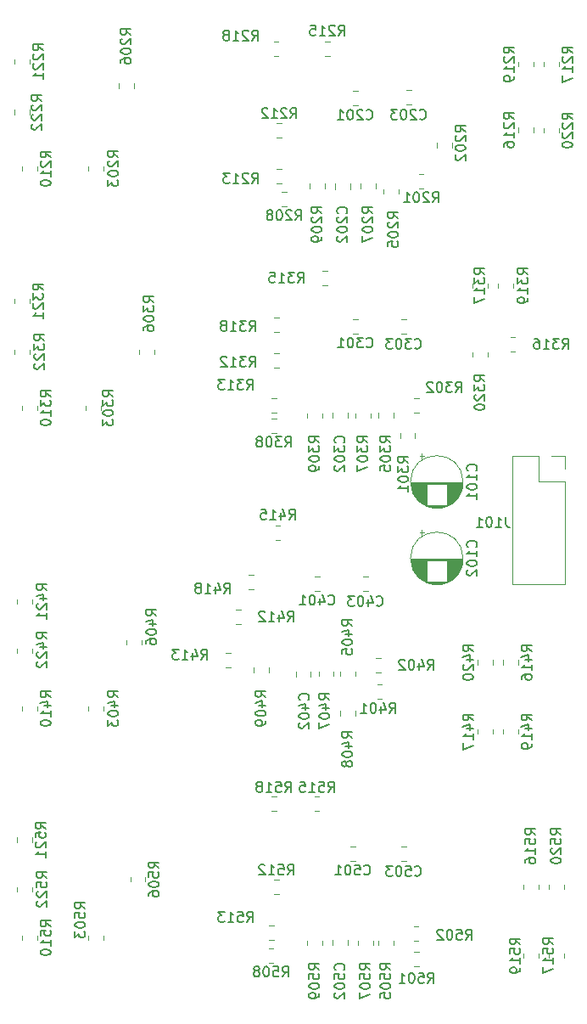
<source format=gbr>
%TF.GenerationSoftware,KiCad,Pcbnew,5.99.0+really5.1.10+dfsg1-1*%
%TF.CreationDate,2022-02-11T21:54:35+01:00*%
%TF.ProjectId,vierfach_LFO,76696572-6661-4636-985f-4c464f2e6b69,rev?*%
%TF.SameCoordinates,Original*%
%TF.FileFunction,Legend,Bot*%
%TF.FilePolarity,Positive*%
%FSLAX46Y46*%
G04 Gerber Fmt 4.6, Leading zero omitted, Abs format (unit mm)*
G04 Created by KiCad (PCBNEW 5.99.0+really5.1.10+dfsg1-1) date 2022-02-11 21:54:35*
%MOMM*%
%LPD*%
G01*
G04 APERTURE LIST*
%ADD10C,0.120000*%
%ADD11C,0.150000*%
G04 APERTURE END LIST*
D10*
%TO.C,R216*%
X116305000Y-52334936D02*
X116305000Y-52789064D01*
X114835000Y-52334936D02*
X114835000Y-52789064D01*
%TO.C,C101*%
X109300000Y-87650000D02*
G75*
G03*
X109300000Y-87650000I-2620000J0D01*
G01*
X104100000Y-87650000D02*
X109260000Y-87650000D01*
X104100000Y-87690000D02*
X109260000Y-87690000D01*
X104101000Y-87730000D02*
X109259000Y-87730000D01*
X104102000Y-87770000D02*
X109258000Y-87770000D01*
X104104000Y-87810000D02*
X109256000Y-87810000D01*
X104107000Y-87850000D02*
X109253000Y-87850000D01*
X104111000Y-87890000D02*
X105640000Y-87890000D01*
X107720000Y-87890000D02*
X109249000Y-87890000D01*
X104115000Y-87930000D02*
X105640000Y-87930000D01*
X107720000Y-87930000D02*
X109245000Y-87930000D01*
X104119000Y-87970000D02*
X105640000Y-87970000D01*
X107720000Y-87970000D02*
X109241000Y-87970000D01*
X104124000Y-88010000D02*
X105640000Y-88010000D01*
X107720000Y-88010000D02*
X109236000Y-88010000D01*
X104130000Y-88050000D02*
X105640000Y-88050000D01*
X107720000Y-88050000D02*
X109230000Y-88050000D01*
X104137000Y-88090000D02*
X105640000Y-88090000D01*
X107720000Y-88090000D02*
X109223000Y-88090000D01*
X104144000Y-88130000D02*
X105640000Y-88130000D01*
X107720000Y-88130000D02*
X109216000Y-88130000D01*
X104152000Y-88170000D02*
X105640000Y-88170000D01*
X107720000Y-88170000D02*
X109208000Y-88170000D01*
X104160000Y-88210000D02*
X105640000Y-88210000D01*
X107720000Y-88210000D02*
X109200000Y-88210000D01*
X104169000Y-88250000D02*
X105640000Y-88250000D01*
X107720000Y-88250000D02*
X109191000Y-88250000D01*
X104179000Y-88290000D02*
X105640000Y-88290000D01*
X107720000Y-88290000D02*
X109181000Y-88290000D01*
X104189000Y-88330000D02*
X105640000Y-88330000D01*
X107720000Y-88330000D02*
X109171000Y-88330000D01*
X104200000Y-88371000D02*
X105640000Y-88371000D01*
X107720000Y-88371000D02*
X109160000Y-88371000D01*
X104212000Y-88411000D02*
X105640000Y-88411000D01*
X107720000Y-88411000D02*
X109148000Y-88411000D01*
X104225000Y-88451000D02*
X105640000Y-88451000D01*
X107720000Y-88451000D02*
X109135000Y-88451000D01*
X104238000Y-88491000D02*
X105640000Y-88491000D01*
X107720000Y-88491000D02*
X109122000Y-88491000D01*
X104252000Y-88531000D02*
X105640000Y-88531000D01*
X107720000Y-88531000D02*
X109108000Y-88531000D01*
X104266000Y-88571000D02*
X105640000Y-88571000D01*
X107720000Y-88571000D02*
X109094000Y-88571000D01*
X104282000Y-88611000D02*
X105640000Y-88611000D01*
X107720000Y-88611000D02*
X109078000Y-88611000D01*
X104298000Y-88651000D02*
X105640000Y-88651000D01*
X107720000Y-88651000D02*
X109062000Y-88651000D01*
X104315000Y-88691000D02*
X105640000Y-88691000D01*
X107720000Y-88691000D02*
X109045000Y-88691000D01*
X104332000Y-88731000D02*
X105640000Y-88731000D01*
X107720000Y-88731000D02*
X109028000Y-88731000D01*
X104351000Y-88771000D02*
X105640000Y-88771000D01*
X107720000Y-88771000D02*
X109009000Y-88771000D01*
X104370000Y-88811000D02*
X105640000Y-88811000D01*
X107720000Y-88811000D02*
X108990000Y-88811000D01*
X104390000Y-88851000D02*
X105640000Y-88851000D01*
X107720000Y-88851000D02*
X108970000Y-88851000D01*
X104412000Y-88891000D02*
X105640000Y-88891000D01*
X107720000Y-88891000D02*
X108948000Y-88891000D01*
X104433000Y-88931000D02*
X105640000Y-88931000D01*
X107720000Y-88931000D02*
X108927000Y-88931000D01*
X104456000Y-88971000D02*
X105640000Y-88971000D01*
X107720000Y-88971000D02*
X108904000Y-88971000D01*
X104480000Y-89011000D02*
X105640000Y-89011000D01*
X107720000Y-89011000D02*
X108880000Y-89011000D01*
X104505000Y-89051000D02*
X105640000Y-89051000D01*
X107720000Y-89051000D02*
X108855000Y-89051000D01*
X104531000Y-89091000D02*
X105640000Y-89091000D01*
X107720000Y-89091000D02*
X108829000Y-89091000D01*
X104558000Y-89131000D02*
X105640000Y-89131000D01*
X107720000Y-89131000D02*
X108802000Y-89131000D01*
X104585000Y-89171000D02*
X105640000Y-89171000D01*
X107720000Y-89171000D02*
X108775000Y-89171000D01*
X104615000Y-89211000D02*
X105640000Y-89211000D01*
X107720000Y-89211000D02*
X108745000Y-89211000D01*
X104645000Y-89251000D02*
X105640000Y-89251000D01*
X107720000Y-89251000D02*
X108715000Y-89251000D01*
X104676000Y-89291000D02*
X105640000Y-89291000D01*
X107720000Y-89291000D02*
X108684000Y-89291000D01*
X104709000Y-89331000D02*
X105640000Y-89331000D01*
X107720000Y-89331000D02*
X108651000Y-89331000D01*
X104743000Y-89371000D02*
X105640000Y-89371000D01*
X107720000Y-89371000D02*
X108617000Y-89371000D01*
X104779000Y-89411000D02*
X105640000Y-89411000D01*
X107720000Y-89411000D02*
X108581000Y-89411000D01*
X104816000Y-89451000D02*
X105640000Y-89451000D01*
X107720000Y-89451000D02*
X108544000Y-89451000D01*
X104854000Y-89491000D02*
X105640000Y-89491000D01*
X107720000Y-89491000D02*
X108506000Y-89491000D01*
X104895000Y-89531000D02*
X105640000Y-89531000D01*
X107720000Y-89531000D02*
X108465000Y-89531000D01*
X104937000Y-89571000D02*
X105640000Y-89571000D01*
X107720000Y-89571000D02*
X108423000Y-89571000D01*
X104981000Y-89611000D02*
X105640000Y-89611000D01*
X107720000Y-89611000D02*
X108379000Y-89611000D01*
X105027000Y-89651000D02*
X105640000Y-89651000D01*
X107720000Y-89651000D02*
X108333000Y-89651000D01*
X105075000Y-89691000D02*
X105640000Y-89691000D01*
X107720000Y-89691000D02*
X108285000Y-89691000D01*
X105126000Y-89731000D02*
X105640000Y-89731000D01*
X107720000Y-89731000D02*
X108234000Y-89731000D01*
X105180000Y-89771000D02*
X105640000Y-89771000D01*
X107720000Y-89771000D02*
X108180000Y-89771000D01*
X105237000Y-89811000D02*
X105640000Y-89811000D01*
X107720000Y-89811000D02*
X108123000Y-89811000D01*
X105297000Y-89851000D02*
X105640000Y-89851000D01*
X107720000Y-89851000D02*
X108063000Y-89851000D01*
X105361000Y-89891000D02*
X105640000Y-89891000D01*
X107720000Y-89891000D02*
X107999000Y-89891000D01*
X105429000Y-89931000D02*
X105640000Y-89931000D01*
X107720000Y-89931000D02*
X107931000Y-89931000D01*
X105502000Y-89971000D02*
X107858000Y-89971000D01*
X105582000Y-90011000D02*
X107778000Y-90011000D01*
X105669000Y-90051000D02*
X107691000Y-90051000D01*
X105765000Y-90091000D02*
X107595000Y-90091000D01*
X105875000Y-90131000D02*
X107485000Y-90131000D01*
X106003000Y-90171000D02*
X107357000Y-90171000D01*
X106162000Y-90211000D02*
X107198000Y-90211000D01*
X106396000Y-90251000D02*
X106964000Y-90251000D01*
X105205000Y-84845225D02*
X105205000Y-85345225D01*
X104955000Y-85095225D02*
X105455000Y-85095225D01*
%TO.C,C102*%
X104955000Y-92715225D02*
X105455000Y-92715225D01*
X105205000Y-92465225D02*
X105205000Y-92965225D01*
X106396000Y-97871000D02*
X106964000Y-97871000D01*
X106162000Y-97831000D02*
X107198000Y-97831000D01*
X106003000Y-97791000D02*
X107357000Y-97791000D01*
X105875000Y-97751000D02*
X107485000Y-97751000D01*
X105765000Y-97711000D02*
X107595000Y-97711000D01*
X105669000Y-97671000D02*
X107691000Y-97671000D01*
X105582000Y-97631000D02*
X107778000Y-97631000D01*
X105502000Y-97591000D02*
X107858000Y-97591000D01*
X107720000Y-97551000D02*
X107931000Y-97551000D01*
X105429000Y-97551000D02*
X105640000Y-97551000D01*
X107720000Y-97511000D02*
X107999000Y-97511000D01*
X105361000Y-97511000D02*
X105640000Y-97511000D01*
X107720000Y-97471000D02*
X108063000Y-97471000D01*
X105297000Y-97471000D02*
X105640000Y-97471000D01*
X107720000Y-97431000D02*
X108123000Y-97431000D01*
X105237000Y-97431000D02*
X105640000Y-97431000D01*
X107720000Y-97391000D02*
X108180000Y-97391000D01*
X105180000Y-97391000D02*
X105640000Y-97391000D01*
X107720000Y-97351000D02*
X108234000Y-97351000D01*
X105126000Y-97351000D02*
X105640000Y-97351000D01*
X107720000Y-97311000D02*
X108285000Y-97311000D01*
X105075000Y-97311000D02*
X105640000Y-97311000D01*
X107720000Y-97271000D02*
X108333000Y-97271000D01*
X105027000Y-97271000D02*
X105640000Y-97271000D01*
X107720000Y-97231000D02*
X108379000Y-97231000D01*
X104981000Y-97231000D02*
X105640000Y-97231000D01*
X107720000Y-97191000D02*
X108423000Y-97191000D01*
X104937000Y-97191000D02*
X105640000Y-97191000D01*
X107720000Y-97151000D02*
X108465000Y-97151000D01*
X104895000Y-97151000D02*
X105640000Y-97151000D01*
X107720000Y-97111000D02*
X108506000Y-97111000D01*
X104854000Y-97111000D02*
X105640000Y-97111000D01*
X107720000Y-97071000D02*
X108544000Y-97071000D01*
X104816000Y-97071000D02*
X105640000Y-97071000D01*
X107720000Y-97031000D02*
X108581000Y-97031000D01*
X104779000Y-97031000D02*
X105640000Y-97031000D01*
X107720000Y-96991000D02*
X108617000Y-96991000D01*
X104743000Y-96991000D02*
X105640000Y-96991000D01*
X107720000Y-96951000D02*
X108651000Y-96951000D01*
X104709000Y-96951000D02*
X105640000Y-96951000D01*
X107720000Y-96911000D02*
X108684000Y-96911000D01*
X104676000Y-96911000D02*
X105640000Y-96911000D01*
X107720000Y-96871000D02*
X108715000Y-96871000D01*
X104645000Y-96871000D02*
X105640000Y-96871000D01*
X107720000Y-96831000D02*
X108745000Y-96831000D01*
X104615000Y-96831000D02*
X105640000Y-96831000D01*
X107720000Y-96791000D02*
X108775000Y-96791000D01*
X104585000Y-96791000D02*
X105640000Y-96791000D01*
X107720000Y-96751000D02*
X108802000Y-96751000D01*
X104558000Y-96751000D02*
X105640000Y-96751000D01*
X107720000Y-96711000D02*
X108829000Y-96711000D01*
X104531000Y-96711000D02*
X105640000Y-96711000D01*
X107720000Y-96671000D02*
X108855000Y-96671000D01*
X104505000Y-96671000D02*
X105640000Y-96671000D01*
X107720000Y-96631000D02*
X108880000Y-96631000D01*
X104480000Y-96631000D02*
X105640000Y-96631000D01*
X107720000Y-96591000D02*
X108904000Y-96591000D01*
X104456000Y-96591000D02*
X105640000Y-96591000D01*
X107720000Y-96551000D02*
X108927000Y-96551000D01*
X104433000Y-96551000D02*
X105640000Y-96551000D01*
X107720000Y-96511000D02*
X108948000Y-96511000D01*
X104412000Y-96511000D02*
X105640000Y-96511000D01*
X107720000Y-96471000D02*
X108970000Y-96471000D01*
X104390000Y-96471000D02*
X105640000Y-96471000D01*
X107720000Y-96431000D02*
X108990000Y-96431000D01*
X104370000Y-96431000D02*
X105640000Y-96431000D01*
X107720000Y-96391000D02*
X109009000Y-96391000D01*
X104351000Y-96391000D02*
X105640000Y-96391000D01*
X107720000Y-96351000D02*
X109028000Y-96351000D01*
X104332000Y-96351000D02*
X105640000Y-96351000D01*
X107720000Y-96311000D02*
X109045000Y-96311000D01*
X104315000Y-96311000D02*
X105640000Y-96311000D01*
X107720000Y-96271000D02*
X109062000Y-96271000D01*
X104298000Y-96271000D02*
X105640000Y-96271000D01*
X107720000Y-96231000D02*
X109078000Y-96231000D01*
X104282000Y-96231000D02*
X105640000Y-96231000D01*
X107720000Y-96191000D02*
X109094000Y-96191000D01*
X104266000Y-96191000D02*
X105640000Y-96191000D01*
X107720000Y-96151000D02*
X109108000Y-96151000D01*
X104252000Y-96151000D02*
X105640000Y-96151000D01*
X107720000Y-96111000D02*
X109122000Y-96111000D01*
X104238000Y-96111000D02*
X105640000Y-96111000D01*
X107720000Y-96071000D02*
X109135000Y-96071000D01*
X104225000Y-96071000D02*
X105640000Y-96071000D01*
X107720000Y-96031000D02*
X109148000Y-96031000D01*
X104212000Y-96031000D02*
X105640000Y-96031000D01*
X107720000Y-95991000D02*
X109160000Y-95991000D01*
X104200000Y-95991000D02*
X105640000Y-95991000D01*
X107720000Y-95950000D02*
X109171000Y-95950000D01*
X104189000Y-95950000D02*
X105640000Y-95950000D01*
X107720000Y-95910000D02*
X109181000Y-95910000D01*
X104179000Y-95910000D02*
X105640000Y-95910000D01*
X107720000Y-95870000D02*
X109191000Y-95870000D01*
X104169000Y-95870000D02*
X105640000Y-95870000D01*
X107720000Y-95830000D02*
X109200000Y-95830000D01*
X104160000Y-95830000D02*
X105640000Y-95830000D01*
X107720000Y-95790000D02*
X109208000Y-95790000D01*
X104152000Y-95790000D02*
X105640000Y-95790000D01*
X107720000Y-95750000D02*
X109216000Y-95750000D01*
X104144000Y-95750000D02*
X105640000Y-95750000D01*
X107720000Y-95710000D02*
X109223000Y-95710000D01*
X104137000Y-95710000D02*
X105640000Y-95710000D01*
X107720000Y-95670000D02*
X109230000Y-95670000D01*
X104130000Y-95670000D02*
X105640000Y-95670000D01*
X107720000Y-95630000D02*
X109236000Y-95630000D01*
X104124000Y-95630000D02*
X105640000Y-95630000D01*
X107720000Y-95590000D02*
X109241000Y-95590000D01*
X104119000Y-95590000D02*
X105640000Y-95590000D01*
X107720000Y-95550000D02*
X109245000Y-95550000D01*
X104115000Y-95550000D02*
X105640000Y-95550000D01*
X107720000Y-95510000D02*
X109249000Y-95510000D01*
X104111000Y-95510000D02*
X105640000Y-95510000D01*
X104107000Y-95470000D02*
X109253000Y-95470000D01*
X104104000Y-95430000D02*
X109256000Y-95430000D01*
X104102000Y-95390000D02*
X109258000Y-95390000D01*
X104101000Y-95350000D02*
X109259000Y-95350000D01*
X104100000Y-95310000D02*
X109260000Y-95310000D01*
X104100000Y-95270000D02*
X109260000Y-95270000D01*
X109300000Y-95270000D02*
G75*
G03*
X109300000Y-95270000I-2620000J0D01*
G01*
%TO.C,C201*%
X98269248Y-48668000D02*
X98791752Y-48668000D01*
X98269248Y-50138000D02*
X98791752Y-50138000D01*
%TO.C,C202*%
X98017000Y-58448752D02*
X98017000Y-57926248D01*
X96547000Y-58448752D02*
X96547000Y-57926248D01*
%TO.C,C203*%
X104125752Y-50011000D02*
X103603248Y-50011000D01*
X104125752Y-48541000D02*
X103603248Y-48541000D01*
%TO.C,C301*%
X98290748Y-71401000D02*
X98813252Y-71401000D01*
X98290748Y-72871000D02*
X98813252Y-72871000D01*
%TO.C,C302*%
X97763000Y-81287252D02*
X97763000Y-80764748D01*
X96293000Y-81287252D02*
X96293000Y-80764748D01*
%TO.C,C303*%
X103639252Y-72871000D02*
X103116748Y-72871000D01*
X103639252Y-71401000D02*
X103116748Y-71401000D01*
%TO.C,C401*%
X94480748Y-98525000D02*
X95003252Y-98525000D01*
X94480748Y-97055000D02*
X95003252Y-97055000D01*
%TO.C,C402*%
X94080000Y-107089752D02*
X94080000Y-106567248D01*
X92610000Y-107089752D02*
X92610000Y-106567248D01*
%TO.C,C403*%
X99829252Y-98525000D02*
X99306748Y-98525000D01*
X99829252Y-97055000D02*
X99306748Y-97055000D01*
%TO.C,C501*%
X98036748Y-125449000D02*
X98559252Y-125449000D01*
X98036748Y-123979000D02*
X98559252Y-123979000D01*
%TO.C,C502*%
X97763000Y-133843752D02*
X97763000Y-133321248D01*
X96293000Y-133843752D02*
X96293000Y-133321248D01*
%TO.C,C503*%
X103639252Y-125449000D02*
X103116748Y-125449000D01*
X103639252Y-123979000D02*
X103116748Y-123979000D01*
%TO.C,J101*%
X119440000Y-85030000D02*
X118110000Y-85030000D01*
X119440000Y-86360000D02*
X119440000Y-85030000D01*
X116840000Y-85030000D02*
X114240000Y-85030000D01*
X116840000Y-87630000D02*
X116840000Y-85030000D01*
X119440000Y-87630000D02*
X116840000Y-87630000D01*
X114240000Y-85030000D02*
X114240000Y-97850000D01*
X119440000Y-87630000D02*
X119440000Y-97850000D01*
X119440000Y-97850000D02*
X114240000Y-97850000D01*
%TO.C,R201*%
X104912936Y-56923000D02*
X105367064Y-56923000D01*
X104912936Y-58393000D02*
X105367064Y-58393000D01*
%TO.C,R202*%
X108177000Y-54313064D02*
X108177000Y-53858936D01*
X106707000Y-54313064D02*
X106707000Y-53858936D01*
%TO.C,R203*%
X73379000Y-56176936D02*
X73379000Y-56631064D01*
X71909000Y-56176936D02*
X71909000Y-56631064D01*
%TO.C,R205*%
X102843000Y-58462936D02*
X102843000Y-58917064D01*
X101373000Y-58462936D02*
X101373000Y-58917064D01*
%TO.C,R206*%
X74957000Y-48376064D02*
X74957000Y-47921936D01*
X76427000Y-48376064D02*
X76427000Y-47921936D01*
%TO.C,R207*%
X100557000Y-58377064D02*
X100557000Y-57922936D01*
X99087000Y-58377064D02*
X99087000Y-57922936D01*
%TO.C,R208*%
X91228936Y-58701000D02*
X91683064Y-58701000D01*
X91228936Y-60171000D02*
X91683064Y-60171000D01*
%TO.C,R209*%
X94007000Y-57922936D02*
X94007000Y-58377064D01*
X95477000Y-57922936D02*
X95477000Y-58377064D01*
%TO.C,R210*%
X65305000Y-56631064D02*
X65305000Y-56176936D01*
X66775000Y-56631064D02*
X66775000Y-56176936D01*
%TO.C,R212*%
X91175064Y-51843000D02*
X90720936Y-51843000D01*
X91175064Y-53313000D02*
X90720936Y-53313000D01*
%TO.C,R213*%
X90720936Y-56415000D02*
X91175064Y-56415000D01*
X90720936Y-57885000D02*
X91175064Y-57885000D01*
%TO.C,R215*%
X95546936Y-45185000D02*
X96001064Y-45185000D01*
X95546936Y-43715000D02*
X96001064Y-43715000D01*
%TO.C,R217*%
X117375000Y-46217064D02*
X117375000Y-45762936D01*
X118845000Y-46217064D02*
X118845000Y-45762936D01*
%TO.C,R218*%
X90434936Y-45185000D02*
X90889064Y-45185000D01*
X90434936Y-43715000D02*
X90889064Y-43715000D01*
%TO.C,R219*%
X114835000Y-45762936D02*
X114835000Y-46217064D01*
X116305000Y-45762936D02*
X116305000Y-46217064D01*
%TO.C,R220*%
X118845000Y-52821064D02*
X118845000Y-52366936D01*
X117375000Y-52821064D02*
X117375000Y-52366936D01*
%TO.C,R221*%
X66013000Y-45947064D02*
X66013000Y-45492936D01*
X64543000Y-45947064D02*
X64543000Y-45492936D01*
%TO.C,R222*%
X66013000Y-50556936D02*
X66013000Y-51011064D01*
X64543000Y-50556936D02*
X64543000Y-51011064D01*
%TO.C,R301*%
X103024000Y-82814936D02*
X103024000Y-83269064D01*
X104494000Y-82814936D02*
X104494000Y-83269064D01*
%TO.C,R302*%
X104420936Y-79275000D02*
X104875064Y-79275000D01*
X104420936Y-80745000D02*
X104875064Y-80745000D01*
%TO.C,R303*%
X73125000Y-80036936D02*
X73125000Y-80491064D01*
X71655000Y-80036936D02*
X71655000Y-80491064D01*
%TO.C,R305*%
X100865000Y-80782936D02*
X100865000Y-81237064D01*
X102335000Y-80782936D02*
X102335000Y-81237064D01*
%TO.C,R306*%
X78459000Y-74464936D02*
X78459000Y-74919064D01*
X76989000Y-74464936D02*
X76989000Y-74919064D01*
%TO.C,R307*%
X98579000Y-81253064D02*
X98579000Y-80798936D01*
X100049000Y-81253064D02*
X100049000Y-80798936D01*
%TO.C,R308*%
X90196936Y-81307000D02*
X90651064Y-81307000D01*
X90196936Y-82777000D02*
X90651064Y-82777000D01*
%TO.C,R309*%
X93753000Y-80798936D02*
X93753000Y-81253064D01*
X95223000Y-80798936D02*
X95223000Y-81253064D01*
%TO.C,R310*%
X66775000Y-80491064D02*
X66775000Y-80036936D01*
X65305000Y-80491064D02*
X65305000Y-80036936D01*
%TO.C,R312*%
X90905064Y-74830000D02*
X90450936Y-74830000D01*
X90905064Y-76300000D02*
X90450936Y-76300000D01*
%TO.C,R313*%
X90196936Y-79275000D02*
X90651064Y-79275000D01*
X90196936Y-80745000D02*
X90651064Y-80745000D01*
%TO.C,R315*%
X95276936Y-66575000D02*
X95731064Y-66575000D01*
X95276936Y-68045000D02*
X95731064Y-68045000D01*
%TO.C,R316*%
X114056936Y-73211000D02*
X114511064Y-73211000D01*
X114056936Y-74681000D02*
X114511064Y-74681000D01*
%TO.C,R317*%
X111733000Y-68299064D02*
X111733000Y-67844936D01*
X110263000Y-68299064D02*
X110263000Y-67844936D01*
%TO.C,R318*%
X90466936Y-71274000D02*
X90921064Y-71274000D01*
X90466936Y-72744000D02*
X90921064Y-72744000D01*
%TO.C,R319*%
X114273000Y-67844936D02*
X114273000Y-68299064D01*
X112803000Y-67844936D02*
X112803000Y-68299064D01*
%TO.C,R320*%
X110263000Y-75173064D02*
X110263000Y-74718936D01*
X111733000Y-75173064D02*
X111733000Y-74718936D01*
%TO.C,R321*%
X64543000Y-69839064D02*
X64543000Y-69384936D01*
X66013000Y-69839064D02*
X66013000Y-69384936D01*
%TO.C,R322*%
X64543000Y-74464936D02*
X64543000Y-74919064D01*
X66013000Y-74464936D02*
X66013000Y-74919064D01*
%TO.C,R401*%
X101176064Y-107850000D02*
X100721936Y-107850000D01*
X101176064Y-109320000D02*
X100721936Y-109320000D01*
%TO.C,R402*%
X100610936Y-105183000D02*
X101065064Y-105183000D01*
X100610936Y-106653000D02*
X101065064Y-106653000D01*
%TO.C,R403*%
X73379000Y-110008936D02*
X73379000Y-110463064D01*
X71909000Y-110008936D02*
X71909000Y-110463064D01*
%TO.C,R405*%
X97055000Y-106563936D02*
X97055000Y-107018064D01*
X98525000Y-106563936D02*
X98525000Y-107018064D01*
%TO.C,R406*%
X75719000Y-103420936D02*
X75719000Y-103875064D01*
X77189000Y-103420936D02*
X77189000Y-103875064D01*
%TO.C,R407*%
X94896000Y-107018064D02*
X94896000Y-106563936D01*
X96366000Y-107018064D02*
X96366000Y-106563936D01*
%TO.C,R408*%
X98525000Y-110955064D02*
X98525000Y-110500936D01*
X97055000Y-110955064D02*
X97055000Y-110500936D01*
%TO.C,R409*%
X89889000Y-106182936D02*
X89889000Y-106637064D01*
X88419000Y-106182936D02*
X88419000Y-106637064D01*
%TO.C,R410*%
X65305000Y-110463064D02*
X65305000Y-110008936D01*
X66775000Y-110463064D02*
X66775000Y-110008936D01*
%TO.C,R412*%
X87095064Y-100357000D02*
X86640936Y-100357000D01*
X87095064Y-101827000D02*
X86640936Y-101827000D01*
%TO.C,R413*%
X85624936Y-106145000D02*
X86079064Y-106145000D01*
X85624936Y-104675000D02*
X86079064Y-104675000D01*
%TO.C,R415*%
X90593936Y-91975000D02*
X91048064Y-91975000D01*
X90593936Y-93445000D02*
X91048064Y-93445000D01*
%TO.C,R416*%
X114781000Y-105875064D02*
X114781000Y-105420936D01*
X113311000Y-105875064D02*
X113311000Y-105420936D01*
%TO.C,R417*%
X110771000Y-112310936D02*
X110771000Y-112765064D01*
X112241000Y-112310936D02*
X112241000Y-112765064D01*
%TO.C,R418*%
X87910936Y-96928000D02*
X88365064Y-96928000D01*
X87910936Y-98398000D02*
X88365064Y-98398000D01*
%TO.C,R419*%
X113311000Y-112765064D02*
X113311000Y-112310936D01*
X114781000Y-112765064D02*
X114781000Y-112310936D01*
%TO.C,R420*%
X112241000Y-105420936D02*
X112241000Y-105875064D01*
X110771000Y-105420936D02*
X110771000Y-105875064D01*
%TO.C,R421*%
X64797000Y-99811064D02*
X64797000Y-99356936D01*
X66267000Y-99811064D02*
X66267000Y-99356936D01*
%TO.C,R422*%
X64797000Y-104277936D02*
X64797000Y-104732064D01*
X66267000Y-104277936D02*
X66267000Y-104732064D01*
%TO.C,R501*%
X104891064Y-134520000D02*
X104436936Y-134520000D01*
X104891064Y-135990000D02*
X104436936Y-135990000D01*
%TO.C,R502*%
X104404936Y-133450000D02*
X104859064Y-133450000D01*
X104404936Y-131980000D02*
X104859064Y-131980000D01*
%TO.C,R503*%
X71909000Y-132868936D02*
X71909000Y-133323064D01*
X73379000Y-132868936D02*
X73379000Y-133323064D01*
%TO.C,R505*%
X102335000Y-133392936D02*
X102335000Y-133847064D01*
X100865000Y-133392936D02*
X100865000Y-133847064D01*
%TO.C,R506*%
X76100000Y-127042936D02*
X76100000Y-127497064D01*
X77570000Y-127042936D02*
X77570000Y-127497064D01*
%TO.C,R507*%
X100303000Y-133847064D02*
X100303000Y-133392936D01*
X98833000Y-133847064D02*
X98833000Y-133392936D01*
%TO.C,R508*%
X89926936Y-135609000D02*
X90381064Y-135609000D01*
X89926936Y-134139000D02*
X90381064Y-134139000D01*
%TO.C,R509*%
X93753000Y-133392936D02*
X93753000Y-133847064D01*
X95223000Y-133392936D02*
X95223000Y-133847064D01*
%TO.C,R510*%
X65305000Y-133323064D02*
X65305000Y-132868936D01*
X66775000Y-133323064D02*
X66775000Y-132868936D01*
%TO.C,R512*%
X90905064Y-128751000D02*
X90450936Y-128751000D01*
X90905064Y-127281000D02*
X90450936Y-127281000D01*
%TO.C,R513*%
X89942936Y-133323000D02*
X90397064Y-133323000D01*
X89942936Y-131853000D02*
X90397064Y-131853000D01*
%TO.C,R515*%
X94498936Y-119026000D02*
X94953064Y-119026000D01*
X94498936Y-120496000D02*
X94953064Y-120496000D01*
%TO.C,R516*%
X116813000Y-128259064D02*
X116813000Y-127804936D01*
X115343000Y-128259064D02*
X115343000Y-127804936D01*
%TO.C,R517*%
X119353000Y-134662936D02*
X119353000Y-135117064D01*
X117883000Y-134662936D02*
X117883000Y-135117064D01*
%TO.C,R518*%
X90196936Y-120496000D02*
X90651064Y-120496000D01*
X90196936Y-119026000D02*
X90651064Y-119026000D01*
%TO.C,R519*%
X116813000Y-135117064D02*
X116813000Y-134662936D01*
X115343000Y-135117064D02*
X115343000Y-134662936D01*
%TO.C,R520*%
X117883000Y-127804936D02*
X117883000Y-128259064D01*
X119353000Y-127804936D02*
X119353000Y-128259064D01*
%TO.C,R521*%
X64797000Y-123560064D02*
X64797000Y-123105936D01*
X66267000Y-123560064D02*
X66267000Y-123105936D01*
%TO.C,R522*%
X64797000Y-128058936D02*
X64797000Y-128513064D01*
X66267000Y-128058936D02*
X66267000Y-128513064D01*
%TO.C,R216*%
D11*
X114372380Y-51442952D02*
X113896190Y-51109619D01*
X114372380Y-50871523D02*
X113372380Y-50871523D01*
X113372380Y-51252476D01*
X113420000Y-51347714D01*
X113467619Y-51395333D01*
X113562857Y-51442952D01*
X113705714Y-51442952D01*
X113800952Y-51395333D01*
X113848571Y-51347714D01*
X113896190Y-51252476D01*
X113896190Y-50871523D01*
X113467619Y-51823904D02*
X113420000Y-51871523D01*
X113372380Y-51966761D01*
X113372380Y-52204857D01*
X113420000Y-52300095D01*
X113467619Y-52347714D01*
X113562857Y-52395333D01*
X113658095Y-52395333D01*
X113800952Y-52347714D01*
X114372380Y-51776285D01*
X114372380Y-52395333D01*
X114372380Y-53347714D02*
X114372380Y-52776285D01*
X114372380Y-53062000D02*
X113372380Y-53062000D01*
X113515238Y-52966761D01*
X113610476Y-52871523D01*
X113658095Y-52776285D01*
X113372380Y-54204857D02*
X113372380Y-54014380D01*
X113420000Y-53919142D01*
X113467619Y-53871523D01*
X113610476Y-53776285D01*
X113800952Y-53728666D01*
X114181904Y-53728666D01*
X114277142Y-53776285D01*
X114324761Y-53823904D01*
X114372380Y-53919142D01*
X114372380Y-54109619D01*
X114324761Y-54204857D01*
X114277142Y-54252476D01*
X114181904Y-54300095D01*
X113943809Y-54300095D01*
X113848571Y-54252476D01*
X113800952Y-54204857D01*
X113753333Y-54109619D01*
X113753333Y-53919142D01*
X113800952Y-53823904D01*
X113848571Y-53776285D01*
X113943809Y-53728666D01*
%TO.C,C101*%
X110593142Y-86510952D02*
X110640761Y-86463333D01*
X110688380Y-86320476D01*
X110688380Y-86225238D01*
X110640761Y-86082380D01*
X110545523Y-85987142D01*
X110450285Y-85939523D01*
X110259809Y-85891904D01*
X110116952Y-85891904D01*
X109926476Y-85939523D01*
X109831238Y-85987142D01*
X109736000Y-86082380D01*
X109688380Y-86225238D01*
X109688380Y-86320476D01*
X109736000Y-86463333D01*
X109783619Y-86510952D01*
X110688380Y-87463333D02*
X110688380Y-86891904D01*
X110688380Y-87177619D02*
X109688380Y-87177619D01*
X109831238Y-87082380D01*
X109926476Y-86987142D01*
X109974095Y-86891904D01*
X109688380Y-88082380D02*
X109688380Y-88177619D01*
X109736000Y-88272857D01*
X109783619Y-88320476D01*
X109878857Y-88368095D01*
X110069333Y-88415714D01*
X110307428Y-88415714D01*
X110497904Y-88368095D01*
X110593142Y-88320476D01*
X110640761Y-88272857D01*
X110688380Y-88177619D01*
X110688380Y-88082380D01*
X110640761Y-87987142D01*
X110593142Y-87939523D01*
X110497904Y-87891904D01*
X110307428Y-87844285D01*
X110069333Y-87844285D01*
X109878857Y-87891904D01*
X109783619Y-87939523D01*
X109736000Y-87987142D01*
X109688380Y-88082380D01*
X110688380Y-89368095D02*
X110688380Y-88796666D01*
X110688380Y-89082380D02*
X109688380Y-89082380D01*
X109831238Y-88987142D01*
X109926476Y-88891904D01*
X109974095Y-88796666D01*
%TO.C,C102*%
X110593142Y-94130952D02*
X110640761Y-94083333D01*
X110688380Y-93940476D01*
X110688380Y-93845238D01*
X110640761Y-93702380D01*
X110545523Y-93607142D01*
X110450285Y-93559523D01*
X110259809Y-93511904D01*
X110116952Y-93511904D01*
X109926476Y-93559523D01*
X109831238Y-93607142D01*
X109736000Y-93702380D01*
X109688380Y-93845238D01*
X109688380Y-93940476D01*
X109736000Y-94083333D01*
X109783619Y-94130952D01*
X110688380Y-95083333D02*
X110688380Y-94511904D01*
X110688380Y-94797619D02*
X109688380Y-94797619D01*
X109831238Y-94702380D01*
X109926476Y-94607142D01*
X109974095Y-94511904D01*
X109688380Y-95702380D02*
X109688380Y-95797619D01*
X109736000Y-95892857D01*
X109783619Y-95940476D01*
X109878857Y-95988095D01*
X110069333Y-96035714D01*
X110307428Y-96035714D01*
X110497904Y-95988095D01*
X110593142Y-95940476D01*
X110640761Y-95892857D01*
X110688380Y-95797619D01*
X110688380Y-95702380D01*
X110640761Y-95607142D01*
X110593142Y-95559523D01*
X110497904Y-95511904D01*
X110307428Y-95464285D01*
X110069333Y-95464285D01*
X109878857Y-95511904D01*
X109783619Y-95559523D01*
X109736000Y-95607142D01*
X109688380Y-95702380D01*
X109783619Y-96416666D02*
X109736000Y-96464285D01*
X109688380Y-96559523D01*
X109688380Y-96797619D01*
X109736000Y-96892857D01*
X109783619Y-96940476D01*
X109878857Y-96988095D01*
X109974095Y-96988095D01*
X110116952Y-96940476D01*
X110688380Y-96369047D01*
X110688380Y-96988095D01*
%TO.C,C201*%
X99649547Y-51440142D02*
X99697166Y-51487761D01*
X99840023Y-51535380D01*
X99935261Y-51535380D01*
X100078119Y-51487761D01*
X100173357Y-51392523D01*
X100220976Y-51297285D01*
X100268595Y-51106809D01*
X100268595Y-50963952D01*
X100220976Y-50773476D01*
X100173357Y-50678238D01*
X100078119Y-50583000D01*
X99935261Y-50535380D01*
X99840023Y-50535380D01*
X99697166Y-50583000D01*
X99649547Y-50630619D01*
X99268595Y-50630619D02*
X99220976Y-50583000D01*
X99125738Y-50535380D01*
X98887642Y-50535380D01*
X98792404Y-50583000D01*
X98744785Y-50630619D01*
X98697166Y-50725857D01*
X98697166Y-50821095D01*
X98744785Y-50963952D01*
X99316214Y-51535380D01*
X98697166Y-51535380D01*
X98078119Y-50535380D02*
X97982880Y-50535380D01*
X97887642Y-50583000D01*
X97840023Y-50630619D01*
X97792404Y-50725857D01*
X97744785Y-50916333D01*
X97744785Y-51154428D01*
X97792404Y-51344904D01*
X97840023Y-51440142D01*
X97887642Y-51487761D01*
X97982880Y-51535380D01*
X98078119Y-51535380D01*
X98173357Y-51487761D01*
X98220976Y-51440142D01*
X98268595Y-51344904D01*
X98316214Y-51154428D01*
X98316214Y-50916333D01*
X98268595Y-50725857D01*
X98220976Y-50630619D01*
X98173357Y-50583000D01*
X98078119Y-50535380D01*
X96792404Y-51535380D02*
X97363833Y-51535380D01*
X97078119Y-51535380D02*
X97078119Y-50535380D01*
X97173357Y-50678238D01*
X97268595Y-50773476D01*
X97363833Y-50821095D01*
%TO.C,C202*%
X97639142Y-60856952D02*
X97686761Y-60809333D01*
X97734380Y-60666476D01*
X97734380Y-60571238D01*
X97686761Y-60428380D01*
X97591523Y-60333142D01*
X97496285Y-60285523D01*
X97305809Y-60237904D01*
X97162952Y-60237904D01*
X96972476Y-60285523D01*
X96877238Y-60333142D01*
X96782000Y-60428380D01*
X96734380Y-60571238D01*
X96734380Y-60666476D01*
X96782000Y-60809333D01*
X96829619Y-60856952D01*
X96829619Y-61237904D02*
X96782000Y-61285523D01*
X96734380Y-61380761D01*
X96734380Y-61618857D01*
X96782000Y-61714095D01*
X96829619Y-61761714D01*
X96924857Y-61809333D01*
X97020095Y-61809333D01*
X97162952Y-61761714D01*
X97734380Y-61190285D01*
X97734380Y-61809333D01*
X96734380Y-62428380D02*
X96734380Y-62523619D01*
X96782000Y-62618857D01*
X96829619Y-62666476D01*
X96924857Y-62714095D01*
X97115333Y-62761714D01*
X97353428Y-62761714D01*
X97543904Y-62714095D01*
X97639142Y-62666476D01*
X97686761Y-62618857D01*
X97734380Y-62523619D01*
X97734380Y-62428380D01*
X97686761Y-62333142D01*
X97639142Y-62285523D01*
X97543904Y-62237904D01*
X97353428Y-62190285D01*
X97115333Y-62190285D01*
X96924857Y-62237904D01*
X96829619Y-62285523D01*
X96782000Y-62333142D01*
X96734380Y-62428380D01*
X96829619Y-63142666D02*
X96782000Y-63190285D01*
X96734380Y-63285523D01*
X96734380Y-63523619D01*
X96782000Y-63618857D01*
X96829619Y-63666476D01*
X96924857Y-63714095D01*
X97020095Y-63714095D01*
X97162952Y-63666476D01*
X97734380Y-63095047D01*
X97734380Y-63714095D01*
%TO.C,C203*%
X104983547Y-51411142D02*
X105031166Y-51458761D01*
X105174023Y-51506380D01*
X105269261Y-51506380D01*
X105412119Y-51458761D01*
X105507357Y-51363523D01*
X105554976Y-51268285D01*
X105602595Y-51077809D01*
X105602595Y-50934952D01*
X105554976Y-50744476D01*
X105507357Y-50649238D01*
X105412119Y-50554000D01*
X105269261Y-50506380D01*
X105174023Y-50506380D01*
X105031166Y-50554000D01*
X104983547Y-50601619D01*
X104602595Y-50601619D02*
X104554976Y-50554000D01*
X104459738Y-50506380D01*
X104221642Y-50506380D01*
X104126404Y-50554000D01*
X104078785Y-50601619D01*
X104031166Y-50696857D01*
X104031166Y-50792095D01*
X104078785Y-50934952D01*
X104650214Y-51506380D01*
X104031166Y-51506380D01*
X103412119Y-50506380D02*
X103316880Y-50506380D01*
X103221642Y-50554000D01*
X103174023Y-50601619D01*
X103126404Y-50696857D01*
X103078785Y-50887333D01*
X103078785Y-51125428D01*
X103126404Y-51315904D01*
X103174023Y-51411142D01*
X103221642Y-51458761D01*
X103316880Y-51506380D01*
X103412119Y-51506380D01*
X103507357Y-51458761D01*
X103554976Y-51411142D01*
X103602595Y-51315904D01*
X103650214Y-51125428D01*
X103650214Y-50887333D01*
X103602595Y-50696857D01*
X103554976Y-50601619D01*
X103507357Y-50554000D01*
X103412119Y-50506380D01*
X102745452Y-50506380D02*
X102126404Y-50506380D01*
X102459738Y-50887333D01*
X102316880Y-50887333D01*
X102221642Y-50934952D01*
X102174023Y-50982571D01*
X102126404Y-51077809D01*
X102126404Y-51315904D01*
X102174023Y-51411142D01*
X102221642Y-51458761D01*
X102316880Y-51506380D01*
X102602595Y-51506380D01*
X102697833Y-51458761D01*
X102745452Y-51411142D01*
%TO.C,C301*%
X99671047Y-74173142D02*
X99718666Y-74220761D01*
X99861523Y-74268380D01*
X99956761Y-74268380D01*
X100099619Y-74220761D01*
X100194857Y-74125523D01*
X100242476Y-74030285D01*
X100290095Y-73839809D01*
X100290095Y-73696952D01*
X100242476Y-73506476D01*
X100194857Y-73411238D01*
X100099619Y-73316000D01*
X99956761Y-73268380D01*
X99861523Y-73268380D01*
X99718666Y-73316000D01*
X99671047Y-73363619D01*
X99337714Y-73268380D02*
X98718666Y-73268380D01*
X99052000Y-73649333D01*
X98909142Y-73649333D01*
X98813904Y-73696952D01*
X98766285Y-73744571D01*
X98718666Y-73839809D01*
X98718666Y-74077904D01*
X98766285Y-74173142D01*
X98813904Y-74220761D01*
X98909142Y-74268380D01*
X99194857Y-74268380D01*
X99290095Y-74220761D01*
X99337714Y-74173142D01*
X98099619Y-73268380D02*
X98004380Y-73268380D01*
X97909142Y-73316000D01*
X97861523Y-73363619D01*
X97813904Y-73458857D01*
X97766285Y-73649333D01*
X97766285Y-73887428D01*
X97813904Y-74077904D01*
X97861523Y-74173142D01*
X97909142Y-74220761D01*
X98004380Y-74268380D01*
X98099619Y-74268380D01*
X98194857Y-74220761D01*
X98242476Y-74173142D01*
X98290095Y-74077904D01*
X98337714Y-73887428D01*
X98337714Y-73649333D01*
X98290095Y-73458857D01*
X98242476Y-73363619D01*
X98194857Y-73316000D01*
X98099619Y-73268380D01*
X96813904Y-74268380D02*
X97385333Y-74268380D01*
X97099619Y-74268380D02*
X97099619Y-73268380D01*
X97194857Y-73411238D01*
X97290095Y-73506476D01*
X97385333Y-73554095D01*
%TO.C,C302*%
X97385142Y-83716952D02*
X97432761Y-83669333D01*
X97480380Y-83526476D01*
X97480380Y-83431238D01*
X97432761Y-83288380D01*
X97337523Y-83193142D01*
X97242285Y-83145523D01*
X97051809Y-83097904D01*
X96908952Y-83097904D01*
X96718476Y-83145523D01*
X96623238Y-83193142D01*
X96528000Y-83288380D01*
X96480380Y-83431238D01*
X96480380Y-83526476D01*
X96528000Y-83669333D01*
X96575619Y-83716952D01*
X96480380Y-84050285D02*
X96480380Y-84669333D01*
X96861333Y-84336000D01*
X96861333Y-84478857D01*
X96908952Y-84574095D01*
X96956571Y-84621714D01*
X97051809Y-84669333D01*
X97289904Y-84669333D01*
X97385142Y-84621714D01*
X97432761Y-84574095D01*
X97480380Y-84478857D01*
X97480380Y-84193142D01*
X97432761Y-84097904D01*
X97385142Y-84050285D01*
X96480380Y-85288380D02*
X96480380Y-85383619D01*
X96528000Y-85478857D01*
X96575619Y-85526476D01*
X96670857Y-85574095D01*
X96861333Y-85621714D01*
X97099428Y-85621714D01*
X97289904Y-85574095D01*
X97385142Y-85526476D01*
X97432761Y-85478857D01*
X97480380Y-85383619D01*
X97480380Y-85288380D01*
X97432761Y-85193142D01*
X97385142Y-85145523D01*
X97289904Y-85097904D01*
X97099428Y-85050285D01*
X96861333Y-85050285D01*
X96670857Y-85097904D01*
X96575619Y-85145523D01*
X96528000Y-85193142D01*
X96480380Y-85288380D01*
X96575619Y-86002666D02*
X96528000Y-86050285D01*
X96480380Y-86145523D01*
X96480380Y-86383619D01*
X96528000Y-86478857D01*
X96575619Y-86526476D01*
X96670857Y-86574095D01*
X96766095Y-86574095D01*
X96908952Y-86526476D01*
X97480380Y-85955047D01*
X97480380Y-86574095D01*
%TO.C,C303*%
X104497047Y-74271142D02*
X104544666Y-74318761D01*
X104687523Y-74366380D01*
X104782761Y-74366380D01*
X104925619Y-74318761D01*
X105020857Y-74223523D01*
X105068476Y-74128285D01*
X105116095Y-73937809D01*
X105116095Y-73794952D01*
X105068476Y-73604476D01*
X105020857Y-73509238D01*
X104925619Y-73414000D01*
X104782761Y-73366380D01*
X104687523Y-73366380D01*
X104544666Y-73414000D01*
X104497047Y-73461619D01*
X104163714Y-73366380D02*
X103544666Y-73366380D01*
X103878000Y-73747333D01*
X103735142Y-73747333D01*
X103639904Y-73794952D01*
X103592285Y-73842571D01*
X103544666Y-73937809D01*
X103544666Y-74175904D01*
X103592285Y-74271142D01*
X103639904Y-74318761D01*
X103735142Y-74366380D01*
X104020857Y-74366380D01*
X104116095Y-74318761D01*
X104163714Y-74271142D01*
X102925619Y-73366380D02*
X102830380Y-73366380D01*
X102735142Y-73414000D01*
X102687523Y-73461619D01*
X102639904Y-73556857D01*
X102592285Y-73747333D01*
X102592285Y-73985428D01*
X102639904Y-74175904D01*
X102687523Y-74271142D01*
X102735142Y-74318761D01*
X102830380Y-74366380D01*
X102925619Y-74366380D01*
X103020857Y-74318761D01*
X103068476Y-74271142D01*
X103116095Y-74175904D01*
X103163714Y-73985428D01*
X103163714Y-73747333D01*
X103116095Y-73556857D01*
X103068476Y-73461619D01*
X103020857Y-73414000D01*
X102925619Y-73366380D01*
X102258952Y-73366380D02*
X101639904Y-73366380D01*
X101973238Y-73747333D01*
X101830380Y-73747333D01*
X101735142Y-73794952D01*
X101687523Y-73842571D01*
X101639904Y-73937809D01*
X101639904Y-74175904D01*
X101687523Y-74271142D01*
X101735142Y-74318761D01*
X101830380Y-74366380D01*
X102116095Y-74366380D01*
X102211333Y-74318761D01*
X102258952Y-74271142D01*
%TO.C,C401*%
X95861047Y-99827142D02*
X95908666Y-99874761D01*
X96051523Y-99922380D01*
X96146761Y-99922380D01*
X96289619Y-99874761D01*
X96384857Y-99779523D01*
X96432476Y-99684285D01*
X96480095Y-99493809D01*
X96480095Y-99350952D01*
X96432476Y-99160476D01*
X96384857Y-99065238D01*
X96289619Y-98970000D01*
X96146761Y-98922380D01*
X96051523Y-98922380D01*
X95908666Y-98970000D01*
X95861047Y-99017619D01*
X95003904Y-99255714D02*
X95003904Y-99922380D01*
X95242000Y-98874761D02*
X95480095Y-99589047D01*
X94861047Y-99589047D01*
X94289619Y-98922380D02*
X94194380Y-98922380D01*
X94099142Y-98970000D01*
X94051523Y-99017619D01*
X94003904Y-99112857D01*
X93956285Y-99303333D01*
X93956285Y-99541428D01*
X94003904Y-99731904D01*
X94051523Y-99827142D01*
X94099142Y-99874761D01*
X94194380Y-99922380D01*
X94289619Y-99922380D01*
X94384857Y-99874761D01*
X94432476Y-99827142D01*
X94480095Y-99731904D01*
X94527714Y-99541428D01*
X94527714Y-99303333D01*
X94480095Y-99112857D01*
X94432476Y-99017619D01*
X94384857Y-98970000D01*
X94289619Y-98922380D01*
X93003904Y-99922380D02*
X93575333Y-99922380D01*
X93289619Y-99922380D02*
X93289619Y-98922380D01*
X93384857Y-99065238D01*
X93480095Y-99160476D01*
X93575333Y-99208095D01*
%TO.C,C402*%
X93829142Y-109370952D02*
X93876761Y-109323333D01*
X93924380Y-109180476D01*
X93924380Y-109085238D01*
X93876761Y-108942380D01*
X93781523Y-108847142D01*
X93686285Y-108799523D01*
X93495809Y-108751904D01*
X93352952Y-108751904D01*
X93162476Y-108799523D01*
X93067238Y-108847142D01*
X92972000Y-108942380D01*
X92924380Y-109085238D01*
X92924380Y-109180476D01*
X92972000Y-109323333D01*
X93019619Y-109370952D01*
X93257714Y-110228095D02*
X93924380Y-110228095D01*
X92876761Y-109990000D02*
X93591047Y-109751904D01*
X93591047Y-110370952D01*
X92924380Y-110942380D02*
X92924380Y-111037619D01*
X92972000Y-111132857D01*
X93019619Y-111180476D01*
X93114857Y-111228095D01*
X93305333Y-111275714D01*
X93543428Y-111275714D01*
X93733904Y-111228095D01*
X93829142Y-111180476D01*
X93876761Y-111132857D01*
X93924380Y-111037619D01*
X93924380Y-110942380D01*
X93876761Y-110847142D01*
X93829142Y-110799523D01*
X93733904Y-110751904D01*
X93543428Y-110704285D01*
X93305333Y-110704285D01*
X93114857Y-110751904D01*
X93019619Y-110799523D01*
X92972000Y-110847142D01*
X92924380Y-110942380D01*
X93019619Y-111656666D02*
X92972000Y-111704285D01*
X92924380Y-111799523D01*
X92924380Y-112037619D01*
X92972000Y-112132857D01*
X93019619Y-112180476D01*
X93114857Y-112228095D01*
X93210095Y-112228095D01*
X93352952Y-112180476D01*
X93924380Y-111609047D01*
X93924380Y-112228095D01*
%TO.C,C403*%
X100687047Y-99925142D02*
X100734666Y-99972761D01*
X100877523Y-100020380D01*
X100972761Y-100020380D01*
X101115619Y-99972761D01*
X101210857Y-99877523D01*
X101258476Y-99782285D01*
X101306095Y-99591809D01*
X101306095Y-99448952D01*
X101258476Y-99258476D01*
X101210857Y-99163238D01*
X101115619Y-99068000D01*
X100972761Y-99020380D01*
X100877523Y-99020380D01*
X100734666Y-99068000D01*
X100687047Y-99115619D01*
X99829904Y-99353714D02*
X99829904Y-100020380D01*
X100068000Y-98972761D02*
X100306095Y-99687047D01*
X99687047Y-99687047D01*
X99115619Y-99020380D02*
X99020380Y-99020380D01*
X98925142Y-99068000D01*
X98877523Y-99115619D01*
X98829904Y-99210857D01*
X98782285Y-99401333D01*
X98782285Y-99639428D01*
X98829904Y-99829904D01*
X98877523Y-99925142D01*
X98925142Y-99972761D01*
X99020380Y-100020380D01*
X99115619Y-100020380D01*
X99210857Y-99972761D01*
X99258476Y-99925142D01*
X99306095Y-99829904D01*
X99353714Y-99639428D01*
X99353714Y-99401333D01*
X99306095Y-99210857D01*
X99258476Y-99115619D01*
X99210857Y-99068000D01*
X99115619Y-99020380D01*
X98448952Y-99020380D02*
X97829904Y-99020380D01*
X98163238Y-99401333D01*
X98020380Y-99401333D01*
X97925142Y-99448952D01*
X97877523Y-99496571D01*
X97829904Y-99591809D01*
X97829904Y-99829904D01*
X97877523Y-99925142D01*
X97925142Y-99972761D01*
X98020380Y-100020380D01*
X98306095Y-100020380D01*
X98401333Y-99972761D01*
X98448952Y-99925142D01*
%TO.C,C501*%
X99417047Y-126751142D02*
X99464666Y-126798761D01*
X99607523Y-126846380D01*
X99702761Y-126846380D01*
X99845619Y-126798761D01*
X99940857Y-126703523D01*
X99988476Y-126608285D01*
X100036095Y-126417809D01*
X100036095Y-126274952D01*
X99988476Y-126084476D01*
X99940857Y-125989238D01*
X99845619Y-125894000D01*
X99702761Y-125846380D01*
X99607523Y-125846380D01*
X99464666Y-125894000D01*
X99417047Y-125941619D01*
X98512285Y-125846380D02*
X98988476Y-125846380D01*
X99036095Y-126322571D01*
X98988476Y-126274952D01*
X98893238Y-126227333D01*
X98655142Y-126227333D01*
X98559904Y-126274952D01*
X98512285Y-126322571D01*
X98464666Y-126417809D01*
X98464666Y-126655904D01*
X98512285Y-126751142D01*
X98559904Y-126798761D01*
X98655142Y-126846380D01*
X98893238Y-126846380D01*
X98988476Y-126798761D01*
X99036095Y-126751142D01*
X97845619Y-125846380D02*
X97750380Y-125846380D01*
X97655142Y-125894000D01*
X97607523Y-125941619D01*
X97559904Y-126036857D01*
X97512285Y-126227333D01*
X97512285Y-126465428D01*
X97559904Y-126655904D01*
X97607523Y-126751142D01*
X97655142Y-126798761D01*
X97750380Y-126846380D01*
X97845619Y-126846380D01*
X97940857Y-126798761D01*
X97988476Y-126751142D01*
X98036095Y-126655904D01*
X98083714Y-126465428D01*
X98083714Y-126227333D01*
X98036095Y-126036857D01*
X97988476Y-125941619D01*
X97940857Y-125894000D01*
X97845619Y-125846380D01*
X96559904Y-126846380D02*
X97131333Y-126846380D01*
X96845619Y-126846380D02*
X96845619Y-125846380D01*
X96940857Y-125989238D01*
X97036095Y-126084476D01*
X97131333Y-126132095D01*
%TO.C,C502*%
X97385142Y-136294952D02*
X97432761Y-136247333D01*
X97480380Y-136104476D01*
X97480380Y-136009238D01*
X97432761Y-135866380D01*
X97337523Y-135771142D01*
X97242285Y-135723523D01*
X97051809Y-135675904D01*
X96908952Y-135675904D01*
X96718476Y-135723523D01*
X96623238Y-135771142D01*
X96528000Y-135866380D01*
X96480380Y-136009238D01*
X96480380Y-136104476D01*
X96528000Y-136247333D01*
X96575619Y-136294952D01*
X96480380Y-137199714D02*
X96480380Y-136723523D01*
X96956571Y-136675904D01*
X96908952Y-136723523D01*
X96861333Y-136818761D01*
X96861333Y-137056857D01*
X96908952Y-137152095D01*
X96956571Y-137199714D01*
X97051809Y-137247333D01*
X97289904Y-137247333D01*
X97385142Y-137199714D01*
X97432761Y-137152095D01*
X97480380Y-137056857D01*
X97480380Y-136818761D01*
X97432761Y-136723523D01*
X97385142Y-136675904D01*
X96480380Y-137866380D02*
X96480380Y-137961619D01*
X96528000Y-138056857D01*
X96575619Y-138104476D01*
X96670857Y-138152095D01*
X96861333Y-138199714D01*
X97099428Y-138199714D01*
X97289904Y-138152095D01*
X97385142Y-138104476D01*
X97432761Y-138056857D01*
X97480380Y-137961619D01*
X97480380Y-137866380D01*
X97432761Y-137771142D01*
X97385142Y-137723523D01*
X97289904Y-137675904D01*
X97099428Y-137628285D01*
X96861333Y-137628285D01*
X96670857Y-137675904D01*
X96575619Y-137723523D01*
X96528000Y-137771142D01*
X96480380Y-137866380D01*
X96575619Y-138580666D02*
X96528000Y-138628285D01*
X96480380Y-138723523D01*
X96480380Y-138961619D01*
X96528000Y-139056857D01*
X96575619Y-139104476D01*
X96670857Y-139152095D01*
X96766095Y-139152095D01*
X96908952Y-139104476D01*
X97480380Y-138533047D01*
X97480380Y-139152095D01*
%TO.C,C503*%
X104497047Y-126849142D02*
X104544666Y-126896761D01*
X104687523Y-126944380D01*
X104782761Y-126944380D01*
X104925619Y-126896761D01*
X105020857Y-126801523D01*
X105068476Y-126706285D01*
X105116095Y-126515809D01*
X105116095Y-126372952D01*
X105068476Y-126182476D01*
X105020857Y-126087238D01*
X104925619Y-125992000D01*
X104782761Y-125944380D01*
X104687523Y-125944380D01*
X104544666Y-125992000D01*
X104497047Y-126039619D01*
X103592285Y-125944380D02*
X104068476Y-125944380D01*
X104116095Y-126420571D01*
X104068476Y-126372952D01*
X103973238Y-126325333D01*
X103735142Y-126325333D01*
X103639904Y-126372952D01*
X103592285Y-126420571D01*
X103544666Y-126515809D01*
X103544666Y-126753904D01*
X103592285Y-126849142D01*
X103639904Y-126896761D01*
X103735142Y-126944380D01*
X103973238Y-126944380D01*
X104068476Y-126896761D01*
X104116095Y-126849142D01*
X102925619Y-125944380D02*
X102830380Y-125944380D01*
X102735142Y-125992000D01*
X102687523Y-126039619D01*
X102639904Y-126134857D01*
X102592285Y-126325333D01*
X102592285Y-126563428D01*
X102639904Y-126753904D01*
X102687523Y-126849142D01*
X102735142Y-126896761D01*
X102830380Y-126944380D01*
X102925619Y-126944380D01*
X103020857Y-126896761D01*
X103068476Y-126849142D01*
X103116095Y-126753904D01*
X103163714Y-126563428D01*
X103163714Y-126325333D01*
X103116095Y-126134857D01*
X103068476Y-126039619D01*
X103020857Y-125992000D01*
X102925619Y-125944380D01*
X102258952Y-125944380D02*
X101639904Y-125944380D01*
X101973238Y-126325333D01*
X101830380Y-126325333D01*
X101735142Y-126372952D01*
X101687523Y-126420571D01*
X101639904Y-126515809D01*
X101639904Y-126753904D01*
X101687523Y-126849142D01*
X101735142Y-126896761D01*
X101830380Y-126944380D01*
X102116095Y-126944380D01*
X102211333Y-126896761D01*
X102258952Y-126849142D01*
%TO.C,J101*%
X113553714Y-91146380D02*
X113553714Y-91860666D01*
X113601333Y-92003523D01*
X113696571Y-92098761D01*
X113839428Y-92146380D01*
X113934666Y-92146380D01*
X112553714Y-92146380D02*
X113125142Y-92146380D01*
X112839428Y-92146380D02*
X112839428Y-91146380D01*
X112934666Y-91289238D01*
X113029904Y-91384476D01*
X113125142Y-91432095D01*
X111934666Y-91146380D02*
X111839428Y-91146380D01*
X111744190Y-91194000D01*
X111696571Y-91241619D01*
X111648952Y-91336857D01*
X111601333Y-91527333D01*
X111601333Y-91765428D01*
X111648952Y-91955904D01*
X111696571Y-92051142D01*
X111744190Y-92098761D01*
X111839428Y-92146380D01*
X111934666Y-92146380D01*
X112029904Y-92098761D01*
X112077523Y-92051142D01*
X112125142Y-91955904D01*
X112172761Y-91765428D01*
X112172761Y-91527333D01*
X112125142Y-91336857D01*
X112077523Y-91241619D01*
X112029904Y-91194000D01*
X111934666Y-91146380D01*
X110648952Y-92146380D02*
X111220380Y-92146380D01*
X110934666Y-92146380D02*
X110934666Y-91146380D01*
X111029904Y-91289238D01*
X111125142Y-91384476D01*
X111220380Y-91432095D01*
%TO.C,R201*%
X106259047Y-59760380D02*
X106592380Y-59284190D01*
X106830476Y-59760380D02*
X106830476Y-58760380D01*
X106449523Y-58760380D01*
X106354285Y-58808000D01*
X106306666Y-58855619D01*
X106259047Y-58950857D01*
X106259047Y-59093714D01*
X106306666Y-59188952D01*
X106354285Y-59236571D01*
X106449523Y-59284190D01*
X106830476Y-59284190D01*
X105878095Y-58855619D02*
X105830476Y-58808000D01*
X105735238Y-58760380D01*
X105497142Y-58760380D01*
X105401904Y-58808000D01*
X105354285Y-58855619D01*
X105306666Y-58950857D01*
X105306666Y-59046095D01*
X105354285Y-59188952D01*
X105925714Y-59760380D01*
X105306666Y-59760380D01*
X104687619Y-58760380D02*
X104592380Y-58760380D01*
X104497142Y-58808000D01*
X104449523Y-58855619D01*
X104401904Y-58950857D01*
X104354285Y-59141333D01*
X104354285Y-59379428D01*
X104401904Y-59569904D01*
X104449523Y-59665142D01*
X104497142Y-59712761D01*
X104592380Y-59760380D01*
X104687619Y-59760380D01*
X104782857Y-59712761D01*
X104830476Y-59665142D01*
X104878095Y-59569904D01*
X104925714Y-59379428D01*
X104925714Y-59141333D01*
X104878095Y-58950857D01*
X104830476Y-58855619D01*
X104782857Y-58808000D01*
X104687619Y-58760380D01*
X103401904Y-59760380D02*
X103973333Y-59760380D01*
X103687619Y-59760380D02*
X103687619Y-58760380D01*
X103782857Y-58903238D01*
X103878095Y-58998476D01*
X103973333Y-59046095D01*
%TO.C,R202*%
X109544380Y-52728952D02*
X109068190Y-52395619D01*
X109544380Y-52157523D02*
X108544380Y-52157523D01*
X108544380Y-52538476D01*
X108592000Y-52633714D01*
X108639619Y-52681333D01*
X108734857Y-52728952D01*
X108877714Y-52728952D01*
X108972952Y-52681333D01*
X109020571Y-52633714D01*
X109068190Y-52538476D01*
X109068190Y-52157523D01*
X108639619Y-53109904D02*
X108592000Y-53157523D01*
X108544380Y-53252761D01*
X108544380Y-53490857D01*
X108592000Y-53586095D01*
X108639619Y-53633714D01*
X108734857Y-53681333D01*
X108830095Y-53681333D01*
X108972952Y-53633714D01*
X109544380Y-53062285D01*
X109544380Y-53681333D01*
X108544380Y-54300380D02*
X108544380Y-54395619D01*
X108592000Y-54490857D01*
X108639619Y-54538476D01*
X108734857Y-54586095D01*
X108925333Y-54633714D01*
X109163428Y-54633714D01*
X109353904Y-54586095D01*
X109449142Y-54538476D01*
X109496761Y-54490857D01*
X109544380Y-54395619D01*
X109544380Y-54300380D01*
X109496761Y-54205142D01*
X109449142Y-54157523D01*
X109353904Y-54109904D01*
X109163428Y-54062285D01*
X108925333Y-54062285D01*
X108734857Y-54109904D01*
X108639619Y-54157523D01*
X108592000Y-54205142D01*
X108544380Y-54300380D01*
X108639619Y-55014666D02*
X108592000Y-55062285D01*
X108544380Y-55157523D01*
X108544380Y-55395619D01*
X108592000Y-55490857D01*
X108639619Y-55538476D01*
X108734857Y-55586095D01*
X108830095Y-55586095D01*
X108972952Y-55538476D01*
X109544380Y-54967047D01*
X109544380Y-55586095D01*
%TO.C,R203*%
X74874380Y-55268952D02*
X74398190Y-54935619D01*
X74874380Y-54697523D02*
X73874380Y-54697523D01*
X73874380Y-55078476D01*
X73922000Y-55173714D01*
X73969619Y-55221333D01*
X74064857Y-55268952D01*
X74207714Y-55268952D01*
X74302952Y-55221333D01*
X74350571Y-55173714D01*
X74398190Y-55078476D01*
X74398190Y-54697523D01*
X73969619Y-55649904D02*
X73922000Y-55697523D01*
X73874380Y-55792761D01*
X73874380Y-56030857D01*
X73922000Y-56126095D01*
X73969619Y-56173714D01*
X74064857Y-56221333D01*
X74160095Y-56221333D01*
X74302952Y-56173714D01*
X74874380Y-55602285D01*
X74874380Y-56221333D01*
X73874380Y-56840380D02*
X73874380Y-56935619D01*
X73922000Y-57030857D01*
X73969619Y-57078476D01*
X74064857Y-57126095D01*
X74255333Y-57173714D01*
X74493428Y-57173714D01*
X74683904Y-57126095D01*
X74779142Y-57078476D01*
X74826761Y-57030857D01*
X74874380Y-56935619D01*
X74874380Y-56840380D01*
X74826761Y-56745142D01*
X74779142Y-56697523D01*
X74683904Y-56649904D01*
X74493428Y-56602285D01*
X74255333Y-56602285D01*
X74064857Y-56649904D01*
X73969619Y-56697523D01*
X73922000Y-56745142D01*
X73874380Y-56840380D01*
X73874380Y-57507047D02*
X73874380Y-58126095D01*
X74255333Y-57792761D01*
X74255333Y-57935619D01*
X74302952Y-58030857D01*
X74350571Y-58078476D01*
X74445809Y-58126095D01*
X74683904Y-58126095D01*
X74779142Y-58078476D01*
X74826761Y-58030857D01*
X74874380Y-57935619D01*
X74874380Y-57649904D01*
X74826761Y-57554666D01*
X74779142Y-57507047D01*
%TO.C,R205*%
X102814380Y-61364952D02*
X102338190Y-61031619D01*
X102814380Y-60793523D02*
X101814380Y-60793523D01*
X101814380Y-61174476D01*
X101862000Y-61269714D01*
X101909619Y-61317333D01*
X102004857Y-61364952D01*
X102147714Y-61364952D01*
X102242952Y-61317333D01*
X102290571Y-61269714D01*
X102338190Y-61174476D01*
X102338190Y-60793523D01*
X101909619Y-61745904D02*
X101862000Y-61793523D01*
X101814380Y-61888761D01*
X101814380Y-62126857D01*
X101862000Y-62222095D01*
X101909619Y-62269714D01*
X102004857Y-62317333D01*
X102100095Y-62317333D01*
X102242952Y-62269714D01*
X102814380Y-61698285D01*
X102814380Y-62317333D01*
X101814380Y-62936380D02*
X101814380Y-63031619D01*
X101862000Y-63126857D01*
X101909619Y-63174476D01*
X102004857Y-63222095D01*
X102195333Y-63269714D01*
X102433428Y-63269714D01*
X102623904Y-63222095D01*
X102719142Y-63174476D01*
X102766761Y-63126857D01*
X102814380Y-63031619D01*
X102814380Y-62936380D01*
X102766761Y-62841142D01*
X102719142Y-62793523D01*
X102623904Y-62745904D01*
X102433428Y-62698285D01*
X102195333Y-62698285D01*
X102004857Y-62745904D01*
X101909619Y-62793523D01*
X101862000Y-62841142D01*
X101814380Y-62936380D01*
X101814380Y-64174476D02*
X101814380Y-63698285D01*
X102290571Y-63650666D01*
X102242952Y-63698285D01*
X102195333Y-63793523D01*
X102195333Y-64031619D01*
X102242952Y-64126857D01*
X102290571Y-64174476D01*
X102385809Y-64222095D01*
X102623904Y-64222095D01*
X102719142Y-64174476D01*
X102766761Y-64126857D01*
X102814380Y-64031619D01*
X102814380Y-63793523D01*
X102766761Y-63698285D01*
X102719142Y-63650666D01*
%TO.C,R206*%
X76144380Y-43076952D02*
X75668190Y-42743619D01*
X76144380Y-42505523D02*
X75144380Y-42505523D01*
X75144380Y-42886476D01*
X75192000Y-42981714D01*
X75239619Y-43029333D01*
X75334857Y-43076952D01*
X75477714Y-43076952D01*
X75572952Y-43029333D01*
X75620571Y-42981714D01*
X75668190Y-42886476D01*
X75668190Y-42505523D01*
X75239619Y-43457904D02*
X75192000Y-43505523D01*
X75144380Y-43600761D01*
X75144380Y-43838857D01*
X75192000Y-43934095D01*
X75239619Y-43981714D01*
X75334857Y-44029333D01*
X75430095Y-44029333D01*
X75572952Y-43981714D01*
X76144380Y-43410285D01*
X76144380Y-44029333D01*
X75144380Y-44648380D02*
X75144380Y-44743619D01*
X75192000Y-44838857D01*
X75239619Y-44886476D01*
X75334857Y-44934095D01*
X75525333Y-44981714D01*
X75763428Y-44981714D01*
X75953904Y-44934095D01*
X76049142Y-44886476D01*
X76096761Y-44838857D01*
X76144380Y-44743619D01*
X76144380Y-44648380D01*
X76096761Y-44553142D01*
X76049142Y-44505523D01*
X75953904Y-44457904D01*
X75763428Y-44410285D01*
X75525333Y-44410285D01*
X75334857Y-44457904D01*
X75239619Y-44505523D01*
X75192000Y-44553142D01*
X75144380Y-44648380D01*
X75144380Y-45838857D02*
X75144380Y-45648380D01*
X75192000Y-45553142D01*
X75239619Y-45505523D01*
X75382476Y-45410285D01*
X75572952Y-45362666D01*
X75953904Y-45362666D01*
X76049142Y-45410285D01*
X76096761Y-45457904D01*
X76144380Y-45553142D01*
X76144380Y-45743619D01*
X76096761Y-45838857D01*
X76049142Y-45886476D01*
X75953904Y-45934095D01*
X75715809Y-45934095D01*
X75620571Y-45886476D01*
X75572952Y-45838857D01*
X75525333Y-45743619D01*
X75525333Y-45553142D01*
X75572952Y-45457904D01*
X75620571Y-45410285D01*
X75715809Y-45362666D01*
%TO.C,R207*%
X100274380Y-60856952D02*
X99798190Y-60523619D01*
X100274380Y-60285523D02*
X99274380Y-60285523D01*
X99274380Y-60666476D01*
X99322000Y-60761714D01*
X99369619Y-60809333D01*
X99464857Y-60856952D01*
X99607714Y-60856952D01*
X99702952Y-60809333D01*
X99750571Y-60761714D01*
X99798190Y-60666476D01*
X99798190Y-60285523D01*
X99369619Y-61237904D02*
X99322000Y-61285523D01*
X99274380Y-61380761D01*
X99274380Y-61618857D01*
X99322000Y-61714095D01*
X99369619Y-61761714D01*
X99464857Y-61809333D01*
X99560095Y-61809333D01*
X99702952Y-61761714D01*
X100274380Y-61190285D01*
X100274380Y-61809333D01*
X99274380Y-62428380D02*
X99274380Y-62523619D01*
X99322000Y-62618857D01*
X99369619Y-62666476D01*
X99464857Y-62714095D01*
X99655333Y-62761714D01*
X99893428Y-62761714D01*
X100083904Y-62714095D01*
X100179142Y-62666476D01*
X100226761Y-62618857D01*
X100274380Y-62523619D01*
X100274380Y-62428380D01*
X100226761Y-62333142D01*
X100179142Y-62285523D01*
X100083904Y-62237904D01*
X99893428Y-62190285D01*
X99655333Y-62190285D01*
X99464857Y-62237904D01*
X99369619Y-62285523D01*
X99322000Y-62333142D01*
X99274380Y-62428380D01*
X99274380Y-63095047D02*
X99274380Y-63761714D01*
X100274380Y-63333142D01*
%TO.C,R208*%
X92575047Y-61538380D02*
X92908380Y-61062190D01*
X93146476Y-61538380D02*
X93146476Y-60538380D01*
X92765523Y-60538380D01*
X92670285Y-60586000D01*
X92622666Y-60633619D01*
X92575047Y-60728857D01*
X92575047Y-60871714D01*
X92622666Y-60966952D01*
X92670285Y-61014571D01*
X92765523Y-61062190D01*
X93146476Y-61062190D01*
X92194095Y-60633619D02*
X92146476Y-60586000D01*
X92051238Y-60538380D01*
X91813142Y-60538380D01*
X91717904Y-60586000D01*
X91670285Y-60633619D01*
X91622666Y-60728857D01*
X91622666Y-60824095D01*
X91670285Y-60966952D01*
X92241714Y-61538380D01*
X91622666Y-61538380D01*
X91003619Y-60538380D02*
X90908380Y-60538380D01*
X90813142Y-60586000D01*
X90765523Y-60633619D01*
X90717904Y-60728857D01*
X90670285Y-60919333D01*
X90670285Y-61157428D01*
X90717904Y-61347904D01*
X90765523Y-61443142D01*
X90813142Y-61490761D01*
X90908380Y-61538380D01*
X91003619Y-61538380D01*
X91098857Y-61490761D01*
X91146476Y-61443142D01*
X91194095Y-61347904D01*
X91241714Y-61157428D01*
X91241714Y-60919333D01*
X91194095Y-60728857D01*
X91146476Y-60633619D01*
X91098857Y-60586000D01*
X91003619Y-60538380D01*
X90098857Y-60966952D02*
X90194095Y-60919333D01*
X90241714Y-60871714D01*
X90289333Y-60776476D01*
X90289333Y-60728857D01*
X90241714Y-60633619D01*
X90194095Y-60586000D01*
X90098857Y-60538380D01*
X89908380Y-60538380D01*
X89813142Y-60586000D01*
X89765523Y-60633619D01*
X89717904Y-60728857D01*
X89717904Y-60776476D01*
X89765523Y-60871714D01*
X89813142Y-60919333D01*
X89908380Y-60966952D01*
X90098857Y-60966952D01*
X90194095Y-61014571D01*
X90241714Y-61062190D01*
X90289333Y-61157428D01*
X90289333Y-61347904D01*
X90241714Y-61443142D01*
X90194095Y-61490761D01*
X90098857Y-61538380D01*
X89908380Y-61538380D01*
X89813142Y-61490761D01*
X89765523Y-61443142D01*
X89717904Y-61347904D01*
X89717904Y-61157428D01*
X89765523Y-61062190D01*
X89813142Y-61014571D01*
X89908380Y-60966952D01*
%TO.C,R209*%
X95194380Y-60856952D02*
X94718190Y-60523619D01*
X95194380Y-60285523D02*
X94194380Y-60285523D01*
X94194380Y-60666476D01*
X94242000Y-60761714D01*
X94289619Y-60809333D01*
X94384857Y-60856952D01*
X94527714Y-60856952D01*
X94622952Y-60809333D01*
X94670571Y-60761714D01*
X94718190Y-60666476D01*
X94718190Y-60285523D01*
X94289619Y-61237904D02*
X94242000Y-61285523D01*
X94194380Y-61380761D01*
X94194380Y-61618857D01*
X94242000Y-61714095D01*
X94289619Y-61761714D01*
X94384857Y-61809333D01*
X94480095Y-61809333D01*
X94622952Y-61761714D01*
X95194380Y-61190285D01*
X95194380Y-61809333D01*
X94194380Y-62428380D02*
X94194380Y-62523619D01*
X94242000Y-62618857D01*
X94289619Y-62666476D01*
X94384857Y-62714095D01*
X94575333Y-62761714D01*
X94813428Y-62761714D01*
X95003904Y-62714095D01*
X95099142Y-62666476D01*
X95146761Y-62618857D01*
X95194380Y-62523619D01*
X95194380Y-62428380D01*
X95146761Y-62333142D01*
X95099142Y-62285523D01*
X95003904Y-62237904D01*
X94813428Y-62190285D01*
X94575333Y-62190285D01*
X94384857Y-62237904D01*
X94289619Y-62285523D01*
X94242000Y-62333142D01*
X94194380Y-62428380D01*
X95194380Y-63237904D02*
X95194380Y-63428380D01*
X95146761Y-63523619D01*
X95099142Y-63571238D01*
X94956285Y-63666476D01*
X94765809Y-63714095D01*
X94384857Y-63714095D01*
X94289619Y-63666476D01*
X94242000Y-63618857D01*
X94194380Y-63523619D01*
X94194380Y-63333142D01*
X94242000Y-63237904D01*
X94289619Y-63190285D01*
X94384857Y-63142666D01*
X94622952Y-63142666D01*
X94718190Y-63190285D01*
X94765809Y-63237904D01*
X94813428Y-63333142D01*
X94813428Y-63523619D01*
X94765809Y-63618857D01*
X94718190Y-63666476D01*
X94622952Y-63714095D01*
%TO.C,R210*%
X68142380Y-55284952D02*
X67666190Y-54951619D01*
X68142380Y-54713523D02*
X67142380Y-54713523D01*
X67142380Y-55094476D01*
X67190000Y-55189714D01*
X67237619Y-55237333D01*
X67332857Y-55284952D01*
X67475714Y-55284952D01*
X67570952Y-55237333D01*
X67618571Y-55189714D01*
X67666190Y-55094476D01*
X67666190Y-54713523D01*
X67237619Y-55665904D02*
X67190000Y-55713523D01*
X67142380Y-55808761D01*
X67142380Y-56046857D01*
X67190000Y-56142095D01*
X67237619Y-56189714D01*
X67332857Y-56237333D01*
X67428095Y-56237333D01*
X67570952Y-56189714D01*
X68142380Y-55618285D01*
X68142380Y-56237333D01*
X68142380Y-57189714D02*
X68142380Y-56618285D01*
X68142380Y-56904000D02*
X67142380Y-56904000D01*
X67285238Y-56808761D01*
X67380476Y-56713523D01*
X67428095Y-56618285D01*
X67142380Y-57808761D02*
X67142380Y-57904000D01*
X67190000Y-57999238D01*
X67237619Y-58046857D01*
X67332857Y-58094476D01*
X67523333Y-58142095D01*
X67761428Y-58142095D01*
X67951904Y-58094476D01*
X68047142Y-58046857D01*
X68094761Y-57999238D01*
X68142380Y-57904000D01*
X68142380Y-57808761D01*
X68094761Y-57713523D01*
X68047142Y-57665904D01*
X67951904Y-57618285D01*
X67761428Y-57570666D01*
X67523333Y-57570666D01*
X67332857Y-57618285D01*
X67237619Y-57665904D01*
X67190000Y-57713523D01*
X67142380Y-57808761D01*
%TO.C,R212*%
X92067047Y-51380380D02*
X92400380Y-50904190D01*
X92638476Y-51380380D02*
X92638476Y-50380380D01*
X92257523Y-50380380D01*
X92162285Y-50428000D01*
X92114666Y-50475619D01*
X92067047Y-50570857D01*
X92067047Y-50713714D01*
X92114666Y-50808952D01*
X92162285Y-50856571D01*
X92257523Y-50904190D01*
X92638476Y-50904190D01*
X91686095Y-50475619D02*
X91638476Y-50428000D01*
X91543238Y-50380380D01*
X91305142Y-50380380D01*
X91209904Y-50428000D01*
X91162285Y-50475619D01*
X91114666Y-50570857D01*
X91114666Y-50666095D01*
X91162285Y-50808952D01*
X91733714Y-51380380D01*
X91114666Y-51380380D01*
X90162285Y-51380380D02*
X90733714Y-51380380D01*
X90448000Y-51380380D02*
X90448000Y-50380380D01*
X90543238Y-50523238D01*
X90638476Y-50618476D01*
X90733714Y-50666095D01*
X89781333Y-50475619D02*
X89733714Y-50428000D01*
X89638476Y-50380380D01*
X89400380Y-50380380D01*
X89305142Y-50428000D01*
X89257523Y-50475619D01*
X89209904Y-50570857D01*
X89209904Y-50666095D01*
X89257523Y-50808952D01*
X89828952Y-51380380D01*
X89209904Y-51380380D01*
%TO.C,R213*%
X88241047Y-57856380D02*
X88574380Y-57380190D01*
X88812476Y-57856380D02*
X88812476Y-56856380D01*
X88431523Y-56856380D01*
X88336285Y-56904000D01*
X88288666Y-56951619D01*
X88241047Y-57046857D01*
X88241047Y-57189714D01*
X88288666Y-57284952D01*
X88336285Y-57332571D01*
X88431523Y-57380190D01*
X88812476Y-57380190D01*
X87860095Y-56951619D02*
X87812476Y-56904000D01*
X87717238Y-56856380D01*
X87479142Y-56856380D01*
X87383904Y-56904000D01*
X87336285Y-56951619D01*
X87288666Y-57046857D01*
X87288666Y-57142095D01*
X87336285Y-57284952D01*
X87907714Y-57856380D01*
X87288666Y-57856380D01*
X86336285Y-57856380D02*
X86907714Y-57856380D01*
X86622000Y-57856380D02*
X86622000Y-56856380D01*
X86717238Y-56999238D01*
X86812476Y-57094476D01*
X86907714Y-57142095D01*
X86002952Y-56856380D02*
X85383904Y-56856380D01*
X85717238Y-57237333D01*
X85574380Y-57237333D01*
X85479142Y-57284952D01*
X85431523Y-57332571D01*
X85383904Y-57427809D01*
X85383904Y-57665904D01*
X85431523Y-57761142D01*
X85479142Y-57808761D01*
X85574380Y-57856380D01*
X85860095Y-57856380D01*
X85955333Y-57808761D01*
X86002952Y-57761142D01*
%TO.C,R215*%
X96877047Y-43124380D02*
X97210380Y-42648190D01*
X97448476Y-43124380D02*
X97448476Y-42124380D01*
X97067523Y-42124380D01*
X96972285Y-42172000D01*
X96924666Y-42219619D01*
X96877047Y-42314857D01*
X96877047Y-42457714D01*
X96924666Y-42552952D01*
X96972285Y-42600571D01*
X97067523Y-42648190D01*
X97448476Y-42648190D01*
X96496095Y-42219619D02*
X96448476Y-42172000D01*
X96353238Y-42124380D01*
X96115142Y-42124380D01*
X96019904Y-42172000D01*
X95972285Y-42219619D01*
X95924666Y-42314857D01*
X95924666Y-42410095D01*
X95972285Y-42552952D01*
X96543714Y-43124380D01*
X95924666Y-43124380D01*
X94972285Y-43124380D02*
X95543714Y-43124380D01*
X95258000Y-43124380D02*
X95258000Y-42124380D01*
X95353238Y-42267238D01*
X95448476Y-42362476D01*
X95543714Y-42410095D01*
X94067523Y-42124380D02*
X94543714Y-42124380D01*
X94591333Y-42600571D01*
X94543714Y-42552952D01*
X94448476Y-42505333D01*
X94210380Y-42505333D01*
X94115142Y-42552952D01*
X94067523Y-42600571D01*
X94019904Y-42695809D01*
X94019904Y-42933904D01*
X94067523Y-43029142D01*
X94115142Y-43076761D01*
X94210380Y-43124380D01*
X94448476Y-43124380D01*
X94543714Y-43076761D01*
X94591333Y-43029142D01*
%TO.C,R217*%
X120212380Y-44870952D02*
X119736190Y-44537619D01*
X120212380Y-44299523D02*
X119212380Y-44299523D01*
X119212380Y-44680476D01*
X119260000Y-44775714D01*
X119307619Y-44823333D01*
X119402857Y-44870952D01*
X119545714Y-44870952D01*
X119640952Y-44823333D01*
X119688571Y-44775714D01*
X119736190Y-44680476D01*
X119736190Y-44299523D01*
X119307619Y-45251904D02*
X119260000Y-45299523D01*
X119212380Y-45394761D01*
X119212380Y-45632857D01*
X119260000Y-45728095D01*
X119307619Y-45775714D01*
X119402857Y-45823333D01*
X119498095Y-45823333D01*
X119640952Y-45775714D01*
X120212380Y-45204285D01*
X120212380Y-45823333D01*
X120212380Y-46775714D02*
X120212380Y-46204285D01*
X120212380Y-46490000D02*
X119212380Y-46490000D01*
X119355238Y-46394761D01*
X119450476Y-46299523D01*
X119498095Y-46204285D01*
X119212380Y-47109047D02*
X119212380Y-47775714D01*
X120212380Y-47347142D01*
%TO.C,R218*%
X88241047Y-43632380D02*
X88574380Y-43156190D01*
X88812476Y-43632380D02*
X88812476Y-42632380D01*
X88431523Y-42632380D01*
X88336285Y-42680000D01*
X88288666Y-42727619D01*
X88241047Y-42822857D01*
X88241047Y-42965714D01*
X88288666Y-43060952D01*
X88336285Y-43108571D01*
X88431523Y-43156190D01*
X88812476Y-43156190D01*
X87860095Y-42727619D02*
X87812476Y-42680000D01*
X87717238Y-42632380D01*
X87479142Y-42632380D01*
X87383904Y-42680000D01*
X87336285Y-42727619D01*
X87288666Y-42822857D01*
X87288666Y-42918095D01*
X87336285Y-43060952D01*
X87907714Y-43632380D01*
X87288666Y-43632380D01*
X86336285Y-43632380D02*
X86907714Y-43632380D01*
X86622000Y-43632380D02*
X86622000Y-42632380D01*
X86717238Y-42775238D01*
X86812476Y-42870476D01*
X86907714Y-42918095D01*
X85764857Y-43060952D02*
X85860095Y-43013333D01*
X85907714Y-42965714D01*
X85955333Y-42870476D01*
X85955333Y-42822857D01*
X85907714Y-42727619D01*
X85860095Y-42680000D01*
X85764857Y-42632380D01*
X85574380Y-42632380D01*
X85479142Y-42680000D01*
X85431523Y-42727619D01*
X85383904Y-42822857D01*
X85383904Y-42870476D01*
X85431523Y-42965714D01*
X85479142Y-43013333D01*
X85574380Y-43060952D01*
X85764857Y-43060952D01*
X85860095Y-43108571D01*
X85907714Y-43156190D01*
X85955333Y-43251428D01*
X85955333Y-43441904D01*
X85907714Y-43537142D01*
X85860095Y-43584761D01*
X85764857Y-43632380D01*
X85574380Y-43632380D01*
X85479142Y-43584761D01*
X85431523Y-43537142D01*
X85383904Y-43441904D01*
X85383904Y-43251428D01*
X85431523Y-43156190D01*
X85479142Y-43108571D01*
X85574380Y-43060952D01*
%TO.C,R219*%
X114372380Y-44870952D02*
X113896190Y-44537619D01*
X114372380Y-44299523D02*
X113372380Y-44299523D01*
X113372380Y-44680476D01*
X113420000Y-44775714D01*
X113467619Y-44823333D01*
X113562857Y-44870952D01*
X113705714Y-44870952D01*
X113800952Y-44823333D01*
X113848571Y-44775714D01*
X113896190Y-44680476D01*
X113896190Y-44299523D01*
X113467619Y-45251904D02*
X113420000Y-45299523D01*
X113372380Y-45394761D01*
X113372380Y-45632857D01*
X113420000Y-45728095D01*
X113467619Y-45775714D01*
X113562857Y-45823333D01*
X113658095Y-45823333D01*
X113800952Y-45775714D01*
X114372380Y-45204285D01*
X114372380Y-45823333D01*
X114372380Y-46775714D02*
X114372380Y-46204285D01*
X114372380Y-46490000D02*
X113372380Y-46490000D01*
X113515238Y-46394761D01*
X113610476Y-46299523D01*
X113658095Y-46204285D01*
X114372380Y-47251904D02*
X114372380Y-47442380D01*
X114324761Y-47537619D01*
X114277142Y-47585238D01*
X114134285Y-47680476D01*
X113943809Y-47728095D01*
X113562857Y-47728095D01*
X113467619Y-47680476D01*
X113420000Y-47632857D01*
X113372380Y-47537619D01*
X113372380Y-47347142D01*
X113420000Y-47251904D01*
X113467619Y-47204285D01*
X113562857Y-47156666D01*
X113800952Y-47156666D01*
X113896190Y-47204285D01*
X113943809Y-47251904D01*
X113991428Y-47347142D01*
X113991428Y-47537619D01*
X113943809Y-47632857D01*
X113896190Y-47680476D01*
X113800952Y-47728095D01*
%TO.C,R220*%
X120212380Y-51474952D02*
X119736190Y-51141619D01*
X120212380Y-50903523D02*
X119212380Y-50903523D01*
X119212380Y-51284476D01*
X119260000Y-51379714D01*
X119307619Y-51427333D01*
X119402857Y-51474952D01*
X119545714Y-51474952D01*
X119640952Y-51427333D01*
X119688571Y-51379714D01*
X119736190Y-51284476D01*
X119736190Y-50903523D01*
X119307619Y-51855904D02*
X119260000Y-51903523D01*
X119212380Y-51998761D01*
X119212380Y-52236857D01*
X119260000Y-52332095D01*
X119307619Y-52379714D01*
X119402857Y-52427333D01*
X119498095Y-52427333D01*
X119640952Y-52379714D01*
X120212380Y-51808285D01*
X120212380Y-52427333D01*
X119307619Y-52808285D02*
X119260000Y-52855904D01*
X119212380Y-52951142D01*
X119212380Y-53189238D01*
X119260000Y-53284476D01*
X119307619Y-53332095D01*
X119402857Y-53379714D01*
X119498095Y-53379714D01*
X119640952Y-53332095D01*
X120212380Y-52760666D01*
X120212380Y-53379714D01*
X119212380Y-53998761D02*
X119212380Y-54094000D01*
X119260000Y-54189238D01*
X119307619Y-54236857D01*
X119402857Y-54284476D01*
X119593333Y-54332095D01*
X119831428Y-54332095D01*
X120021904Y-54284476D01*
X120117142Y-54236857D01*
X120164761Y-54189238D01*
X120212380Y-54094000D01*
X120212380Y-53998761D01*
X120164761Y-53903523D01*
X120117142Y-53855904D01*
X120021904Y-53808285D01*
X119831428Y-53760666D01*
X119593333Y-53760666D01*
X119402857Y-53808285D01*
X119307619Y-53855904D01*
X119260000Y-53903523D01*
X119212380Y-53998761D01*
%TO.C,R221*%
X67380380Y-44600952D02*
X66904190Y-44267619D01*
X67380380Y-44029523D02*
X66380380Y-44029523D01*
X66380380Y-44410476D01*
X66428000Y-44505714D01*
X66475619Y-44553333D01*
X66570857Y-44600952D01*
X66713714Y-44600952D01*
X66808952Y-44553333D01*
X66856571Y-44505714D01*
X66904190Y-44410476D01*
X66904190Y-44029523D01*
X66475619Y-44981904D02*
X66428000Y-45029523D01*
X66380380Y-45124761D01*
X66380380Y-45362857D01*
X66428000Y-45458095D01*
X66475619Y-45505714D01*
X66570857Y-45553333D01*
X66666095Y-45553333D01*
X66808952Y-45505714D01*
X67380380Y-44934285D01*
X67380380Y-45553333D01*
X66475619Y-45934285D02*
X66428000Y-45981904D01*
X66380380Y-46077142D01*
X66380380Y-46315238D01*
X66428000Y-46410476D01*
X66475619Y-46458095D01*
X66570857Y-46505714D01*
X66666095Y-46505714D01*
X66808952Y-46458095D01*
X67380380Y-45886666D01*
X67380380Y-46505714D01*
X67380380Y-47458095D02*
X67380380Y-46886666D01*
X67380380Y-47172380D02*
X66380380Y-47172380D01*
X66523238Y-47077142D01*
X66618476Y-46981904D01*
X66666095Y-46886666D01*
%TO.C,R222*%
X67254380Y-49680952D02*
X66778190Y-49347619D01*
X67254380Y-49109523D02*
X66254380Y-49109523D01*
X66254380Y-49490476D01*
X66302000Y-49585714D01*
X66349619Y-49633333D01*
X66444857Y-49680952D01*
X66587714Y-49680952D01*
X66682952Y-49633333D01*
X66730571Y-49585714D01*
X66778190Y-49490476D01*
X66778190Y-49109523D01*
X66349619Y-50061904D02*
X66302000Y-50109523D01*
X66254380Y-50204761D01*
X66254380Y-50442857D01*
X66302000Y-50538095D01*
X66349619Y-50585714D01*
X66444857Y-50633333D01*
X66540095Y-50633333D01*
X66682952Y-50585714D01*
X67254380Y-50014285D01*
X67254380Y-50633333D01*
X66349619Y-51014285D02*
X66302000Y-51061904D01*
X66254380Y-51157142D01*
X66254380Y-51395238D01*
X66302000Y-51490476D01*
X66349619Y-51538095D01*
X66444857Y-51585714D01*
X66540095Y-51585714D01*
X66682952Y-51538095D01*
X67254380Y-50966666D01*
X67254380Y-51585714D01*
X66349619Y-51966666D02*
X66302000Y-52014285D01*
X66254380Y-52109523D01*
X66254380Y-52347619D01*
X66302000Y-52442857D01*
X66349619Y-52490476D01*
X66444857Y-52538095D01*
X66540095Y-52538095D01*
X66682952Y-52490476D01*
X67254380Y-51919047D01*
X67254380Y-52538095D01*
%TO.C,R301*%
X103830380Y-85748952D02*
X103354190Y-85415619D01*
X103830380Y-85177523D02*
X102830380Y-85177523D01*
X102830380Y-85558476D01*
X102878000Y-85653714D01*
X102925619Y-85701333D01*
X103020857Y-85748952D01*
X103163714Y-85748952D01*
X103258952Y-85701333D01*
X103306571Y-85653714D01*
X103354190Y-85558476D01*
X103354190Y-85177523D01*
X102830380Y-86082285D02*
X102830380Y-86701333D01*
X103211333Y-86368000D01*
X103211333Y-86510857D01*
X103258952Y-86606095D01*
X103306571Y-86653714D01*
X103401809Y-86701333D01*
X103639904Y-86701333D01*
X103735142Y-86653714D01*
X103782761Y-86606095D01*
X103830380Y-86510857D01*
X103830380Y-86225142D01*
X103782761Y-86129904D01*
X103735142Y-86082285D01*
X102830380Y-87320380D02*
X102830380Y-87415619D01*
X102878000Y-87510857D01*
X102925619Y-87558476D01*
X103020857Y-87606095D01*
X103211333Y-87653714D01*
X103449428Y-87653714D01*
X103639904Y-87606095D01*
X103735142Y-87558476D01*
X103782761Y-87510857D01*
X103830380Y-87415619D01*
X103830380Y-87320380D01*
X103782761Y-87225142D01*
X103735142Y-87177523D01*
X103639904Y-87129904D01*
X103449428Y-87082285D01*
X103211333Y-87082285D01*
X103020857Y-87129904D01*
X102925619Y-87177523D01*
X102878000Y-87225142D01*
X102830380Y-87320380D01*
X103830380Y-88606095D02*
X103830380Y-88034666D01*
X103830380Y-88320380D02*
X102830380Y-88320380D01*
X102973238Y-88225142D01*
X103068476Y-88129904D01*
X103116095Y-88034666D01*
%TO.C,R302*%
X108561047Y-78684380D02*
X108894380Y-78208190D01*
X109132476Y-78684380D02*
X109132476Y-77684380D01*
X108751523Y-77684380D01*
X108656285Y-77732000D01*
X108608666Y-77779619D01*
X108561047Y-77874857D01*
X108561047Y-78017714D01*
X108608666Y-78112952D01*
X108656285Y-78160571D01*
X108751523Y-78208190D01*
X109132476Y-78208190D01*
X108227714Y-77684380D02*
X107608666Y-77684380D01*
X107942000Y-78065333D01*
X107799142Y-78065333D01*
X107703904Y-78112952D01*
X107656285Y-78160571D01*
X107608666Y-78255809D01*
X107608666Y-78493904D01*
X107656285Y-78589142D01*
X107703904Y-78636761D01*
X107799142Y-78684380D01*
X108084857Y-78684380D01*
X108180095Y-78636761D01*
X108227714Y-78589142D01*
X106989619Y-77684380D02*
X106894380Y-77684380D01*
X106799142Y-77732000D01*
X106751523Y-77779619D01*
X106703904Y-77874857D01*
X106656285Y-78065333D01*
X106656285Y-78303428D01*
X106703904Y-78493904D01*
X106751523Y-78589142D01*
X106799142Y-78636761D01*
X106894380Y-78684380D01*
X106989619Y-78684380D01*
X107084857Y-78636761D01*
X107132476Y-78589142D01*
X107180095Y-78493904D01*
X107227714Y-78303428D01*
X107227714Y-78065333D01*
X107180095Y-77874857D01*
X107132476Y-77779619D01*
X107084857Y-77732000D01*
X106989619Y-77684380D01*
X106275333Y-77779619D02*
X106227714Y-77732000D01*
X106132476Y-77684380D01*
X105894380Y-77684380D01*
X105799142Y-77732000D01*
X105751523Y-77779619D01*
X105703904Y-77874857D01*
X105703904Y-77970095D01*
X105751523Y-78112952D01*
X106322952Y-78684380D01*
X105703904Y-78684380D01*
%TO.C,R303*%
X74366380Y-79144952D02*
X73890190Y-78811619D01*
X74366380Y-78573523D02*
X73366380Y-78573523D01*
X73366380Y-78954476D01*
X73414000Y-79049714D01*
X73461619Y-79097333D01*
X73556857Y-79144952D01*
X73699714Y-79144952D01*
X73794952Y-79097333D01*
X73842571Y-79049714D01*
X73890190Y-78954476D01*
X73890190Y-78573523D01*
X73366380Y-79478285D02*
X73366380Y-80097333D01*
X73747333Y-79764000D01*
X73747333Y-79906857D01*
X73794952Y-80002095D01*
X73842571Y-80049714D01*
X73937809Y-80097333D01*
X74175904Y-80097333D01*
X74271142Y-80049714D01*
X74318761Y-80002095D01*
X74366380Y-79906857D01*
X74366380Y-79621142D01*
X74318761Y-79525904D01*
X74271142Y-79478285D01*
X73366380Y-80716380D02*
X73366380Y-80811619D01*
X73414000Y-80906857D01*
X73461619Y-80954476D01*
X73556857Y-81002095D01*
X73747333Y-81049714D01*
X73985428Y-81049714D01*
X74175904Y-81002095D01*
X74271142Y-80954476D01*
X74318761Y-80906857D01*
X74366380Y-80811619D01*
X74366380Y-80716380D01*
X74318761Y-80621142D01*
X74271142Y-80573523D01*
X74175904Y-80525904D01*
X73985428Y-80478285D01*
X73747333Y-80478285D01*
X73556857Y-80525904D01*
X73461619Y-80573523D01*
X73414000Y-80621142D01*
X73366380Y-80716380D01*
X73366380Y-81383047D02*
X73366380Y-82002095D01*
X73747333Y-81668761D01*
X73747333Y-81811619D01*
X73794952Y-81906857D01*
X73842571Y-81954476D01*
X73937809Y-82002095D01*
X74175904Y-82002095D01*
X74271142Y-81954476D01*
X74318761Y-81906857D01*
X74366380Y-81811619D01*
X74366380Y-81525904D01*
X74318761Y-81430666D01*
X74271142Y-81383047D01*
%TO.C,R305*%
X102052380Y-83716952D02*
X101576190Y-83383619D01*
X102052380Y-83145523D02*
X101052380Y-83145523D01*
X101052380Y-83526476D01*
X101100000Y-83621714D01*
X101147619Y-83669333D01*
X101242857Y-83716952D01*
X101385714Y-83716952D01*
X101480952Y-83669333D01*
X101528571Y-83621714D01*
X101576190Y-83526476D01*
X101576190Y-83145523D01*
X101052380Y-84050285D02*
X101052380Y-84669333D01*
X101433333Y-84336000D01*
X101433333Y-84478857D01*
X101480952Y-84574095D01*
X101528571Y-84621714D01*
X101623809Y-84669333D01*
X101861904Y-84669333D01*
X101957142Y-84621714D01*
X102004761Y-84574095D01*
X102052380Y-84478857D01*
X102052380Y-84193142D01*
X102004761Y-84097904D01*
X101957142Y-84050285D01*
X101052380Y-85288380D02*
X101052380Y-85383619D01*
X101100000Y-85478857D01*
X101147619Y-85526476D01*
X101242857Y-85574095D01*
X101433333Y-85621714D01*
X101671428Y-85621714D01*
X101861904Y-85574095D01*
X101957142Y-85526476D01*
X102004761Y-85478857D01*
X102052380Y-85383619D01*
X102052380Y-85288380D01*
X102004761Y-85193142D01*
X101957142Y-85145523D01*
X101861904Y-85097904D01*
X101671428Y-85050285D01*
X101433333Y-85050285D01*
X101242857Y-85097904D01*
X101147619Y-85145523D01*
X101100000Y-85193142D01*
X101052380Y-85288380D01*
X101052380Y-86526476D02*
X101052380Y-86050285D01*
X101528571Y-86002666D01*
X101480952Y-86050285D01*
X101433333Y-86145523D01*
X101433333Y-86383619D01*
X101480952Y-86478857D01*
X101528571Y-86526476D01*
X101623809Y-86574095D01*
X101861904Y-86574095D01*
X101957142Y-86526476D01*
X102004761Y-86478857D01*
X102052380Y-86383619D01*
X102052380Y-86145523D01*
X102004761Y-86050285D01*
X101957142Y-86002666D01*
%TO.C,R306*%
X78430380Y-69746952D02*
X77954190Y-69413619D01*
X78430380Y-69175523D02*
X77430380Y-69175523D01*
X77430380Y-69556476D01*
X77478000Y-69651714D01*
X77525619Y-69699333D01*
X77620857Y-69746952D01*
X77763714Y-69746952D01*
X77858952Y-69699333D01*
X77906571Y-69651714D01*
X77954190Y-69556476D01*
X77954190Y-69175523D01*
X77430380Y-70080285D02*
X77430380Y-70699333D01*
X77811333Y-70366000D01*
X77811333Y-70508857D01*
X77858952Y-70604095D01*
X77906571Y-70651714D01*
X78001809Y-70699333D01*
X78239904Y-70699333D01*
X78335142Y-70651714D01*
X78382761Y-70604095D01*
X78430380Y-70508857D01*
X78430380Y-70223142D01*
X78382761Y-70127904D01*
X78335142Y-70080285D01*
X77430380Y-71318380D02*
X77430380Y-71413619D01*
X77478000Y-71508857D01*
X77525619Y-71556476D01*
X77620857Y-71604095D01*
X77811333Y-71651714D01*
X78049428Y-71651714D01*
X78239904Y-71604095D01*
X78335142Y-71556476D01*
X78382761Y-71508857D01*
X78430380Y-71413619D01*
X78430380Y-71318380D01*
X78382761Y-71223142D01*
X78335142Y-71175523D01*
X78239904Y-71127904D01*
X78049428Y-71080285D01*
X77811333Y-71080285D01*
X77620857Y-71127904D01*
X77525619Y-71175523D01*
X77478000Y-71223142D01*
X77430380Y-71318380D01*
X77430380Y-72508857D02*
X77430380Y-72318380D01*
X77478000Y-72223142D01*
X77525619Y-72175523D01*
X77668476Y-72080285D01*
X77858952Y-72032666D01*
X78239904Y-72032666D01*
X78335142Y-72080285D01*
X78382761Y-72127904D01*
X78430380Y-72223142D01*
X78430380Y-72413619D01*
X78382761Y-72508857D01*
X78335142Y-72556476D01*
X78239904Y-72604095D01*
X78001809Y-72604095D01*
X77906571Y-72556476D01*
X77858952Y-72508857D01*
X77811333Y-72413619D01*
X77811333Y-72223142D01*
X77858952Y-72127904D01*
X77906571Y-72080285D01*
X78001809Y-72032666D01*
%TO.C,R307*%
X99766380Y-83716952D02*
X99290190Y-83383619D01*
X99766380Y-83145523D02*
X98766380Y-83145523D01*
X98766380Y-83526476D01*
X98814000Y-83621714D01*
X98861619Y-83669333D01*
X98956857Y-83716952D01*
X99099714Y-83716952D01*
X99194952Y-83669333D01*
X99242571Y-83621714D01*
X99290190Y-83526476D01*
X99290190Y-83145523D01*
X98766380Y-84050285D02*
X98766380Y-84669333D01*
X99147333Y-84336000D01*
X99147333Y-84478857D01*
X99194952Y-84574095D01*
X99242571Y-84621714D01*
X99337809Y-84669333D01*
X99575904Y-84669333D01*
X99671142Y-84621714D01*
X99718761Y-84574095D01*
X99766380Y-84478857D01*
X99766380Y-84193142D01*
X99718761Y-84097904D01*
X99671142Y-84050285D01*
X98766380Y-85288380D02*
X98766380Y-85383619D01*
X98814000Y-85478857D01*
X98861619Y-85526476D01*
X98956857Y-85574095D01*
X99147333Y-85621714D01*
X99385428Y-85621714D01*
X99575904Y-85574095D01*
X99671142Y-85526476D01*
X99718761Y-85478857D01*
X99766380Y-85383619D01*
X99766380Y-85288380D01*
X99718761Y-85193142D01*
X99671142Y-85145523D01*
X99575904Y-85097904D01*
X99385428Y-85050285D01*
X99147333Y-85050285D01*
X98956857Y-85097904D01*
X98861619Y-85145523D01*
X98814000Y-85193142D01*
X98766380Y-85288380D01*
X98766380Y-85955047D02*
X98766380Y-86621714D01*
X99766380Y-86193142D01*
%TO.C,R308*%
X91543047Y-84144380D02*
X91876380Y-83668190D01*
X92114476Y-84144380D02*
X92114476Y-83144380D01*
X91733523Y-83144380D01*
X91638285Y-83192000D01*
X91590666Y-83239619D01*
X91543047Y-83334857D01*
X91543047Y-83477714D01*
X91590666Y-83572952D01*
X91638285Y-83620571D01*
X91733523Y-83668190D01*
X92114476Y-83668190D01*
X91209714Y-83144380D02*
X90590666Y-83144380D01*
X90924000Y-83525333D01*
X90781142Y-83525333D01*
X90685904Y-83572952D01*
X90638285Y-83620571D01*
X90590666Y-83715809D01*
X90590666Y-83953904D01*
X90638285Y-84049142D01*
X90685904Y-84096761D01*
X90781142Y-84144380D01*
X91066857Y-84144380D01*
X91162095Y-84096761D01*
X91209714Y-84049142D01*
X89971619Y-83144380D02*
X89876380Y-83144380D01*
X89781142Y-83192000D01*
X89733523Y-83239619D01*
X89685904Y-83334857D01*
X89638285Y-83525333D01*
X89638285Y-83763428D01*
X89685904Y-83953904D01*
X89733523Y-84049142D01*
X89781142Y-84096761D01*
X89876380Y-84144380D01*
X89971619Y-84144380D01*
X90066857Y-84096761D01*
X90114476Y-84049142D01*
X90162095Y-83953904D01*
X90209714Y-83763428D01*
X90209714Y-83525333D01*
X90162095Y-83334857D01*
X90114476Y-83239619D01*
X90066857Y-83192000D01*
X89971619Y-83144380D01*
X89066857Y-83572952D02*
X89162095Y-83525333D01*
X89209714Y-83477714D01*
X89257333Y-83382476D01*
X89257333Y-83334857D01*
X89209714Y-83239619D01*
X89162095Y-83192000D01*
X89066857Y-83144380D01*
X88876380Y-83144380D01*
X88781142Y-83192000D01*
X88733523Y-83239619D01*
X88685904Y-83334857D01*
X88685904Y-83382476D01*
X88733523Y-83477714D01*
X88781142Y-83525333D01*
X88876380Y-83572952D01*
X89066857Y-83572952D01*
X89162095Y-83620571D01*
X89209714Y-83668190D01*
X89257333Y-83763428D01*
X89257333Y-83953904D01*
X89209714Y-84049142D01*
X89162095Y-84096761D01*
X89066857Y-84144380D01*
X88876380Y-84144380D01*
X88781142Y-84096761D01*
X88733523Y-84049142D01*
X88685904Y-83953904D01*
X88685904Y-83763428D01*
X88733523Y-83668190D01*
X88781142Y-83620571D01*
X88876380Y-83572952D01*
%TO.C,R309*%
X94940380Y-83716952D02*
X94464190Y-83383619D01*
X94940380Y-83145523D02*
X93940380Y-83145523D01*
X93940380Y-83526476D01*
X93988000Y-83621714D01*
X94035619Y-83669333D01*
X94130857Y-83716952D01*
X94273714Y-83716952D01*
X94368952Y-83669333D01*
X94416571Y-83621714D01*
X94464190Y-83526476D01*
X94464190Y-83145523D01*
X93940380Y-84050285D02*
X93940380Y-84669333D01*
X94321333Y-84336000D01*
X94321333Y-84478857D01*
X94368952Y-84574095D01*
X94416571Y-84621714D01*
X94511809Y-84669333D01*
X94749904Y-84669333D01*
X94845142Y-84621714D01*
X94892761Y-84574095D01*
X94940380Y-84478857D01*
X94940380Y-84193142D01*
X94892761Y-84097904D01*
X94845142Y-84050285D01*
X93940380Y-85288380D02*
X93940380Y-85383619D01*
X93988000Y-85478857D01*
X94035619Y-85526476D01*
X94130857Y-85574095D01*
X94321333Y-85621714D01*
X94559428Y-85621714D01*
X94749904Y-85574095D01*
X94845142Y-85526476D01*
X94892761Y-85478857D01*
X94940380Y-85383619D01*
X94940380Y-85288380D01*
X94892761Y-85193142D01*
X94845142Y-85145523D01*
X94749904Y-85097904D01*
X94559428Y-85050285D01*
X94321333Y-85050285D01*
X94130857Y-85097904D01*
X94035619Y-85145523D01*
X93988000Y-85193142D01*
X93940380Y-85288380D01*
X94940380Y-86097904D02*
X94940380Y-86288380D01*
X94892761Y-86383619D01*
X94845142Y-86431238D01*
X94702285Y-86526476D01*
X94511809Y-86574095D01*
X94130857Y-86574095D01*
X94035619Y-86526476D01*
X93988000Y-86478857D01*
X93940380Y-86383619D01*
X93940380Y-86193142D01*
X93988000Y-86097904D01*
X94035619Y-86050285D01*
X94130857Y-86002666D01*
X94368952Y-86002666D01*
X94464190Y-86050285D01*
X94511809Y-86097904D01*
X94559428Y-86193142D01*
X94559428Y-86383619D01*
X94511809Y-86478857D01*
X94464190Y-86526476D01*
X94368952Y-86574095D01*
%TO.C,R310*%
X68142380Y-79144952D02*
X67666190Y-78811619D01*
X68142380Y-78573523D02*
X67142380Y-78573523D01*
X67142380Y-78954476D01*
X67190000Y-79049714D01*
X67237619Y-79097333D01*
X67332857Y-79144952D01*
X67475714Y-79144952D01*
X67570952Y-79097333D01*
X67618571Y-79049714D01*
X67666190Y-78954476D01*
X67666190Y-78573523D01*
X67142380Y-79478285D02*
X67142380Y-80097333D01*
X67523333Y-79764000D01*
X67523333Y-79906857D01*
X67570952Y-80002095D01*
X67618571Y-80049714D01*
X67713809Y-80097333D01*
X67951904Y-80097333D01*
X68047142Y-80049714D01*
X68094761Y-80002095D01*
X68142380Y-79906857D01*
X68142380Y-79621142D01*
X68094761Y-79525904D01*
X68047142Y-79478285D01*
X68142380Y-81049714D02*
X68142380Y-80478285D01*
X68142380Y-80764000D02*
X67142380Y-80764000D01*
X67285238Y-80668761D01*
X67380476Y-80573523D01*
X67428095Y-80478285D01*
X67142380Y-81668761D02*
X67142380Y-81764000D01*
X67190000Y-81859238D01*
X67237619Y-81906857D01*
X67332857Y-81954476D01*
X67523333Y-82002095D01*
X67761428Y-82002095D01*
X67951904Y-81954476D01*
X68047142Y-81906857D01*
X68094761Y-81859238D01*
X68142380Y-81764000D01*
X68142380Y-81668761D01*
X68094761Y-81573523D01*
X68047142Y-81525904D01*
X67951904Y-81478285D01*
X67761428Y-81430666D01*
X67523333Y-81430666D01*
X67332857Y-81478285D01*
X67237619Y-81525904D01*
X67190000Y-81573523D01*
X67142380Y-81668761D01*
%TO.C,R312*%
X87987047Y-76144380D02*
X88320380Y-75668190D01*
X88558476Y-76144380D02*
X88558476Y-75144380D01*
X88177523Y-75144380D01*
X88082285Y-75192000D01*
X88034666Y-75239619D01*
X87987047Y-75334857D01*
X87987047Y-75477714D01*
X88034666Y-75572952D01*
X88082285Y-75620571D01*
X88177523Y-75668190D01*
X88558476Y-75668190D01*
X87653714Y-75144380D02*
X87034666Y-75144380D01*
X87368000Y-75525333D01*
X87225142Y-75525333D01*
X87129904Y-75572952D01*
X87082285Y-75620571D01*
X87034666Y-75715809D01*
X87034666Y-75953904D01*
X87082285Y-76049142D01*
X87129904Y-76096761D01*
X87225142Y-76144380D01*
X87510857Y-76144380D01*
X87606095Y-76096761D01*
X87653714Y-76049142D01*
X86082285Y-76144380D02*
X86653714Y-76144380D01*
X86368000Y-76144380D02*
X86368000Y-75144380D01*
X86463238Y-75287238D01*
X86558476Y-75382476D01*
X86653714Y-75430095D01*
X85701333Y-75239619D02*
X85653714Y-75192000D01*
X85558476Y-75144380D01*
X85320380Y-75144380D01*
X85225142Y-75192000D01*
X85177523Y-75239619D01*
X85129904Y-75334857D01*
X85129904Y-75430095D01*
X85177523Y-75572952D01*
X85748952Y-76144380D01*
X85129904Y-76144380D01*
%TO.C,R313*%
X87733047Y-78430380D02*
X88066380Y-77954190D01*
X88304476Y-78430380D02*
X88304476Y-77430380D01*
X87923523Y-77430380D01*
X87828285Y-77478000D01*
X87780666Y-77525619D01*
X87733047Y-77620857D01*
X87733047Y-77763714D01*
X87780666Y-77858952D01*
X87828285Y-77906571D01*
X87923523Y-77954190D01*
X88304476Y-77954190D01*
X87399714Y-77430380D02*
X86780666Y-77430380D01*
X87114000Y-77811333D01*
X86971142Y-77811333D01*
X86875904Y-77858952D01*
X86828285Y-77906571D01*
X86780666Y-78001809D01*
X86780666Y-78239904D01*
X86828285Y-78335142D01*
X86875904Y-78382761D01*
X86971142Y-78430380D01*
X87256857Y-78430380D01*
X87352095Y-78382761D01*
X87399714Y-78335142D01*
X85828285Y-78430380D02*
X86399714Y-78430380D01*
X86114000Y-78430380D02*
X86114000Y-77430380D01*
X86209238Y-77573238D01*
X86304476Y-77668476D01*
X86399714Y-77716095D01*
X85494952Y-77430380D02*
X84875904Y-77430380D01*
X85209238Y-77811333D01*
X85066380Y-77811333D01*
X84971142Y-77858952D01*
X84923523Y-77906571D01*
X84875904Y-78001809D01*
X84875904Y-78239904D01*
X84923523Y-78335142D01*
X84971142Y-78382761D01*
X85066380Y-78430380D01*
X85352095Y-78430380D01*
X85447333Y-78382761D01*
X85494952Y-78335142D01*
%TO.C,R315*%
X92813047Y-67762380D02*
X93146380Y-67286190D01*
X93384476Y-67762380D02*
X93384476Y-66762380D01*
X93003523Y-66762380D01*
X92908285Y-66810000D01*
X92860666Y-66857619D01*
X92813047Y-66952857D01*
X92813047Y-67095714D01*
X92860666Y-67190952D01*
X92908285Y-67238571D01*
X93003523Y-67286190D01*
X93384476Y-67286190D01*
X92479714Y-66762380D02*
X91860666Y-66762380D01*
X92194000Y-67143333D01*
X92051142Y-67143333D01*
X91955904Y-67190952D01*
X91908285Y-67238571D01*
X91860666Y-67333809D01*
X91860666Y-67571904D01*
X91908285Y-67667142D01*
X91955904Y-67714761D01*
X92051142Y-67762380D01*
X92336857Y-67762380D01*
X92432095Y-67714761D01*
X92479714Y-67667142D01*
X90908285Y-67762380D02*
X91479714Y-67762380D01*
X91194000Y-67762380D02*
X91194000Y-66762380D01*
X91289238Y-66905238D01*
X91384476Y-67000476D01*
X91479714Y-67048095D01*
X90003523Y-66762380D02*
X90479714Y-66762380D01*
X90527333Y-67238571D01*
X90479714Y-67190952D01*
X90384476Y-67143333D01*
X90146380Y-67143333D01*
X90051142Y-67190952D01*
X90003523Y-67238571D01*
X89955904Y-67333809D01*
X89955904Y-67571904D01*
X90003523Y-67667142D01*
X90051142Y-67714761D01*
X90146380Y-67762380D01*
X90384476Y-67762380D01*
X90479714Y-67714761D01*
X90527333Y-67667142D01*
%TO.C,R316*%
X119229047Y-74366380D02*
X119562380Y-73890190D01*
X119800476Y-74366380D02*
X119800476Y-73366380D01*
X119419523Y-73366380D01*
X119324285Y-73414000D01*
X119276666Y-73461619D01*
X119229047Y-73556857D01*
X119229047Y-73699714D01*
X119276666Y-73794952D01*
X119324285Y-73842571D01*
X119419523Y-73890190D01*
X119800476Y-73890190D01*
X118895714Y-73366380D02*
X118276666Y-73366380D01*
X118610000Y-73747333D01*
X118467142Y-73747333D01*
X118371904Y-73794952D01*
X118324285Y-73842571D01*
X118276666Y-73937809D01*
X118276666Y-74175904D01*
X118324285Y-74271142D01*
X118371904Y-74318761D01*
X118467142Y-74366380D01*
X118752857Y-74366380D01*
X118848095Y-74318761D01*
X118895714Y-74271142D01*
X117324285Y-74366380D02*
X117895714Y-74366380D01*
X117610000Y-74366380D02*
X117610000Y-73366380D01*
X117705238Y-73509238D01*
X117800476Y-73604476D01*
X117895714Y-73652095D01*
X116467142Y-73366380D02*
X116657619Y-73366380D01*
X116752857Y-73414000D01*
X116800476Y-73461619D01*
X116895714Y-73604476D01*
X116943333Y-73794952D01*
X116943333Y-74175904D01*
X116895714Y-74271142D01*
X116848095Y-74318761D01*
X116752857Y-74366380D01*
X116562380Y-74366380D01*
X116467142Y-74318761D01*
X116419523Y-74271142D01*
X116371904Y-74175904D01*
X116371904Y-73937809D01*
X116419523Y-73842571D01*
X116467142Y-73794952D01*
X116562380Y-73747333D01*
X116752857Y-73747333D01*
X116848095Y-73794952D01*
X116895714Y-73842571D01*
X116943333Y-73937809D01*
%TO.C,R317*%
X111450380Y-66952952D02*
X110974190Y-66619619D01*
X111450380Y-66381523D02*
X110450380Y-66381523D01*
X110450380Y-66762476D01*
X110498000Y-66857714D01*
X110545619Y-66905333D01*
X110640857Y-66952952D01*
X110783714Y-66952952D01*
X110878952Y-66905333D01*
X110926571Y-66857714D01*
X110974190Y-66762476D01*
X110974190Y-66381523D01*
X110450380Y-67286285D02*
X110450380Y-67905333D01*
X110831333Y-67572000D01*
X110831333Y-67714857D01*
X110878952Y-67810095D01*
X110926571Y-67857714D01*
X111021809Y-67905333D01*
X111259904Y-67905333D01*
X111355142Y-67857714D01*
X111402761Y-67810095D01*
X111450380Y-67714857D01*
X111450380Y-67429142D01*
X111402761Y-67333904D01*
X111355142Y-67286285D01*
X111450380Y-68857714D02*
X111450380Y-68286285D01*
X111450380Y-68572000D02*
X110450380Y-68572000D01*
X110593238Y-68476761D01*
X110688476Y-68381523D01*
X110736095Y-68286285D01*
X110450380Y-69191047D02*
X110450380Y-69857714D01*
X111450380Y-69429142D01*
%TO.C,R318*%
X87987047Y-72588380D02*
X88320380Y-72112190D01*
X88558476Y-72588380D02*
X88558476Y-71588380D01*
X88177523Y-71588380D01*
X88082285Y-71636000D01*
X88034666Y-71683619D01*
X87987047Y-71778857D01*
X87987047Y-71921714D01*
X88034666Y-72016952D01*
X88082285Y-72064571D01*
X88177523Y-72112190D01*
X88558476Y-72112190D01*
X87653714Y-71588380D02*
X87034666Y-71588380D01*
X87368000Y-71969333D01*
X87225142Y-71969333D01*
X87129904Y-72016952D01*
X87082285Y-72064571D01*
X87034666Y-72159809D01*
X87034666Y-72397904D01*
X87082285Y-72493142D01*
X87129904Y-72540761D01*
X87225142Y-72588380D01*
X87510857Y-72588380D01*
X87606095Y-72540761D01*
X87653714Y-72493142D01*
X86082285Y-72588380D02*
X86653714Y-72588380D01*
X86368000Y-72588380D02*
X86368000Y-71588380D01*
X86463238Y-71731238D01*
X86558476Y-71826476D01*
X86653714Y-71874095D01*
X85510857Y-72016952D02*
X85606095Y-71969333D01*
X85653714Y-71921714D01*
X85701333Y-71826476D01*
X85701333Y-71778857D01*
X85653714Y-71683619D01*
X85606095Y-71636000D01*
X85510857Y-71588380D01*
X85320380Y-71588380D01*
X85225142Y-71636000D01*
X85177523Y-71683619D01*
X85129904Y-71778857D01*
X85129904Y-71826476D01*
X85177523Y-71921714D01*
X85225142Y-71969333D01*
X85320380Y-72016952D01*
X85510857Y-72016952D01*
X85606095Y-72064571D01*
X85653714Y-72112190D01*
X85701333Y-72207428D01*
X85701333Y-72397904D01*
X85653714Y-72493142D01*
X85606095Y-72540761D01*
X85510857Y-72588380D01*
X85320380Y-72588380D01*
X85225142Y-72540761D01*
X85177523Y-72493142D01*
X85129904Y-72397904D01*
X85129904Y-72207428D01*
X85177523Y-72112190D01*
X85225142Y-72064571D01*
X85320380Y-72016952D01*
%TO.C,R319*%
X115768380Y-66952952D02*
X115292190Y-66619619D01*
X115768380Y-66381523D02*
X114768380Y-66381523D01*
X114768380Y-66762476D01*
X114816000Y-66857714D01*
X114863619Y-66905333D01*
X114958857Y-66952952D01*
X115101714Y-66952952D01*
X115196952Y-66905333D01*
X115244571Y-66857714D01*
X115292190Y-66762476D01*
X115292190Y-66381523D01*
X114768380Y-67286285D02*
X114768380Y-67905333D01*
X115149333Y-67572000D01*
X115149333Y-67714857D01*
X115196952Y-67810095D01*
X115244571Y-67857714D01*
X115339809Y-67905333D01*
X115577904Y-67905333D01*
X115673142Y-67857714D01*
X115720761Y-67810095D01*
X115768380Y-67714857D01*
X115768380Y-67429142D01*
X115720761Y-67333904D01*
X115673142Y-67286285D01*
X115768380Y-68857714D02*
X115768380Y-68286285D01*
X115768380Y-68572000D02*
X114768380Y-68572000D01*
X114911238Y-68476761D01*
X115006476Y-68381523D01*
X115054095Y-68286285D01*
X115768380Y-69333904D02*
X115768380Y-69524380D01*
X115720761Y-69619619D01*
X115673142Y-69667238D01*
X115530285Y-69762476D01*
X115339809Y-69810095D01*
X114958857Y-69810095D01*
X114863619Y-69762476D01*
X114816000Y-69714857D01*
X114768380Y-69619619D01*
X114768380Y-69429142D01*
X114816000Y-69333904D01*
X114863619Y-69286285D01*
X114958857Y-69238666D01*
X115196952Y-69238666D01*
X115292190Y-69286285D01*
X115339809Y-69333904D01*
X115387428Y-69429142D01*
X115387428Y-69619619D01*
X115339809Y-69714857D01*
X115292190Y-69762476D01*
X115196952Y-69810095D01*
%TO.C,R320*%
X111450380Y-77620952D02*
X110974190Y-77287619D01*
X111450380Y-77049523D02*
X110450380Y-77049523D01*
X110450380Y-77430476D01*
X110498000Y-77525714D01*
X110545619Y-77573333D01*
X110640857Y-77620952D01*
X110783714Y-77620952D01*
X110878952Y-77573333D01*
X110926571Y-77525714D01*
X110974190Y-77430476D01*
X110974190Y-77049523D01*
X110450380Y-77954285D02*
X110450380Y-78573333D01*
X110831333Y-78240000D01*
X110831333Y-78382857D01*
X110878952Y-78478095D01*
X110926571Y-78525714D01*
X111021809Y-78573333D01*
X111259904Y-78573333D01*
X111355142Y-78525714D01*
X111402761Y-78478095D01*
X111450380Y-78382857D01*
X111450380Y-78097142D01*
X111402761Y-78001904D01*
X111355142Y-77954285D01*
X110545619Y-78954285D02*
X110498000Y-79001904D01*
X110450380Y-79097142D01*
X110450380Y-79335238D01*
X110498000Y-79430476D01*
X110545619Y-79478095D01*
X110640857Y-79525714D01*
X110736095Y-79525714D01*
X110878952Y-79478095D01*
X111450380Y-78906666D01*
X111450380Y-79525714D01*
X110450380Y-80144761D02*
X110450380Y-80240000D01*
X110498000Y-80335238D01*
X110545619Y-80382857D01*
X110640857Y-80430476D01*
X110831333Y-80478095D01*
X111069428Y-80478095D01*
X111259904Y-80430476D01*
X111355142Y-80382857D01*
X111402761Y-80335238D01*
X111450380Y-80240000D01*
X111450380Y-80144761D01*
X111402761Y-80049523D01*
X111355142Y-80001904D01*
X111259904Y-79954285D01*
X111069428Y-79906666D01*
X110831333Y-79906666D01*
X110640857Y-79954285D01*
X110545619Y-80001904D01*
X110498000Y-80049523D01*
X110450380Y-80144761D01*
%TO.C,R321*%
X67380380Y-68492952D02*
X66904190Y-68159619D01*
X67380380Y-67921523D02*
X66380380Y-67921523D01*
X66380380Y-68302476D01*
X66428000Y-68397714D01*
X66475619Y-68445333D01*
X66570857Y-68492952D01*
X66713714Y-68492952D01*
X66808952Y-68445333D01*
X66856571Y-68397714D01*
X66904190Y-68302476D01*
X66904190Y-67921523D01*
X66380380Y-68826285D02*
X66380380Y-69445333D01*
X66761333Y-69112000D01*
X66761333Y-69254857D01*
X66808952Y-69350095D01*
X66856571Y-69397714D01*
X66951809Y-69445333D01*
X67189904Y-69445333D01*
X67285142Y-69397714D01*
X67332761Y-69350095D01*
X67380380Y-69254857D01*
X67380380Y-68969142D01*
X67332761Y-68873904D01*
X67285142Y-68826285D01*
X66475619Y-69826285D02*
X66428000Y-69873904D01*
X66380380Y-69969142D01*
X66380380Y-70207238D01*
X66428000Y-70302476D01*
X66475619Y-70350095D01*
X66570857Y-70397714D01*
X66666095Y-70397714D01*
X66808952Y-70350095D01*
X67380380Y-69778666D01*
X67380380Y-70397714D01*
X67380380Y-71350095D02*
X67380380Y-70778666D01*
X67380380Y-71064380D02*
X66380380Y-71064380D01*
X66523238Y-70969142D01*
X66618476Y-70873904D01*
X66666095Y-70778666D01*
%TO.C,R322*%
X67508380Y-73556952D02*
X67032190Y-73223619D01*
X67508380Y-72985523D02*
X66508380Y-72985523D01*
X66508380Y-73366476D01*
X66556000Y-73461714D01*
X66603619Y-73509333D01*
X66698857Y-73556952D01*
X66841714Y-73556952D01*
X66936952Y-73509333D01*
X66984571Y-73461714D01*
X67032190Y-73366476D01*
X67032190Y-72985523D01*
X66508380Y-73890285D02*
X66508380Y-74509333D01*
X66889333Y-74176000D01*
X66889333Y-74318857D01*
X66936952Y-74414095D01*
X66984571Y-74461714D01*
X67079809Y-74509333D01*
X67317904Y-74509333D01*
X67413142Y-74461714D01*
X67460761Y-74414095D01*
X67508380Y-74318857D01*
X67508380Y-74033142D01*
X67460761Y-73937904D01*
X67413142Y-73890285D01*
X66603619Y-74890285D02*
X66556000Y-74937904D01*
X66508380Y-75033142D01*
X66508380Y-75271238D01*
X66556000Y-75366476D01*
X66603619Y-75414095D01*
X66698857Y-75461714D01*
X66794095Y-75461714D01*
X66936952Y-75414095D01*
X67508380Y-74842666D01*
X67508380Y-75461714D01*
X66603619Y-75842666D02*
X66556000Y-75890285D01*
X66508380Y-75985523D01*
X66508380Y-76223619D01*
X66556000Y-76318857D01*
X66603619Y-76366476D01*
X66698857Y-76414095D01*
X66794095Y-76414095D01*
X66936952Y-76366476D01*
X67508380Y-75795047D01*
X67508380Y-76414095D01*
%TO.C,R401*%
X101957047Y-110688380D02*
X102290380Y-110212190D01*
X102528476Y-110688380D02*
X102528476Y-109688380D01*
X102147523Y-109688380D01*
X102052285Y-109736000D01*
X102004666Y-109783619D01*
X101957047Y-109878857D01*
X101957047Y-110021714D01*
X102004666Y-110116952D01*
X102052285Y-110164571D01*
X102147523Y-110212190D01*
X102528476Y-110212190D01*
X101099904Y-110021714D02*
X101099904Y-110688380D01*
X101338000Y-109640761D02*
X101576095Y-110355047D01*
X100957047Y-110355047D01*
X100385619Y-109688380D02*
X100290380Y-109688380D01*
X100195142Y-109736000D01*
X100147523Y-109783619D01*
X100099904Y-109878857D01*
X100052285Y-110069333D01*
X100052285Y-110307428D01*
X100099904Y-110497904D01*
X100147523Y-110593142D01*
X100195142Y-110640761D01*
X100290380Y-110688380D01*
X100385619Y-110688380D01*
X100480857Y-110640761D01*
X100528476Y-110593142D01*
X100576095Y-110497904D01*
X100623714Y-110307428D01*
X100623714Y-110069333D01*
X100576095Y-109878857D01*
X100528476Y-109783619D01*
X100480857Y-109736000D01*
X100385619Y-109688380D01*
X99099904Y-110688380D02*
X99671333Y-110688380D01*
X99385619Y-110688380D02*
X99385619Y-109688380D01*
X99480857Y-109831238D01*
X99576095Y-109926476D01*
X99671333Y-109974095D01*
%TO.C,R402*%
X105767047Y-106370380D02*
X106100380Y-105894190D01*
X106338476Y-106370380D02*
X106338476Y-105370380D01*
X105957523Y-105370380D01*
X105862285Y-105418000D01*
X105814666Y-105465619D01*
X105767047Y-105560857D01*
X105767047Y-105703714D01*
X105814666Y-105798952D01*
X105862285Y-105846571D01*
X105957523Y-105894190D01*
X106338476Y-105894190D01*
X104909904Y-105703714D02*
X104909904Y-106370380D01*
X105148000Y-105322761D02*
X105386095Y-106037047D01*
X104767047Y-106037047D01*
X104195619Y-105370380D02*
X104100380Y-105370380D01*
X104005142Y-105418000D01*
X103957523Y-105465619D01*
X103909904Y-105560857D01*
X103862285Y-105751333D01*
X103862285Y-105989428D01*
X103909904Y-106179904D01*
X103957523Y-106275142D01*
X104005142Y-106322761D01*
X104100380Y-106370380D01*
X104195619Y-106370380D01*
X104290857Y-106322761D01*
X104338476Y-106275142D01*
X104386095Y-106179904D01*
X104433714Y-105989428D01*
X104433714Y-105751333D01*
X104386095Y-105560857D01*
X104338476Y-105465619D01*
X104290857Y-105418000D01*
X104195619Y-105370380D01*
X103481333Y-105465619D02*
X103433714Y-105418000D01*
X103338476Y-105370380D01*
X103100380Y-105370380D01*
X103005142Y-105418000D01*
X102957523Y-105465619D01*
X102909904Y-105560857D01*
X102909904Y-105656095D01*
X102957523Y-105798952D01*
X103528952Y-106370380D01*
X102909904Y-106370380D01*
%TO.C,R403*%
X74874380Y-109116952D02*
X74398190Y-108783619D01*
X74874380Y-108545523D02*
X73874380Y-108545523D01*
X73874380Y-108926476D01*
X73922000Y-109021714D01*
X73969619Y-109069333D01*
X74064857Y-109116952D01*
X74207714Y-109116952D01*
X74302952Y-109069333D01*
X74350571Y-109021714D01*
X74398190Y-108926476D01*
X74398190Y-108545523D01*
X74207714Y-109974095D02*
X74874380Y-109974095D01*
X73826761Y-109736000D02*
X74541047Y-109497904D01*
X74541047Y-110116952D01*
X73874380Y-110688380D02*
X73874380Y-110783619D01*
X73922000Y-110878857D01*
X73969619Y-110926476D01*
X74064857Y-110974095D01*
X74255333Y-111021714D01*
X74493428Y-111021714D01*
X74683904Y-110974095D01*
X74779142Y-110926476D01*
X74826761Y-110878857D01*
X74874380Y-110783619D01*
X74874380Y-110688380D01*
X74826761Y-110593142D01*
X74779142Y-110545523D01*
X74683904Y-110497904D01*
X74493428Y-110450285D01*
X74255333Y-110450285D01*
X74064857Y-110497904D01*
X73969619Y-110545523D01*
X73922000Y-110593142D01*
X73874380Y-110688380D01*
X73874380Y-111355047D02*
X73874380Y-111974095D01*
X74255333Y-111640761D01*
X74255333Y-111783619D01*
X74302952Y-111878857D01*
X74350571Y-111926476D01*
X74445809Y-111974095D01*
X74683904Y-111974095D01*
X74779142Y-111926476D01*
X74826761Y-111878857D01*
X74874380Y-111783619D01*
X74874380Y-111497904D01*
X74826761Y-111402666D01*
X74779142Y-111355047D01*
%TO.C,R405*%
X98242380Y-102004952D02*
X97766190Y-101671619D01*
X98242380Y-101433523D02*
X97242380Y-101433523D01*
X97242380Y-101814476D01*
X97290000Y-101909714D01*
X97337619Y-101957333D01*
X97432857Y-102004952D01*
X97575714Y-102004952D01*
X97670952Y-101957333D01*
X97718571Y-101909714D01*
X97766190Y-101814476D01*
X97766190Y-101433523D01*
X97575714Y-102862095D02*
X98242380Y-102862095D01*
X97194761Y-102624000D02*
X97909047Y-102385904D01*
X97909047Y-103004952D01*
X97242380Y-103576380D02*
X97242380Y-103671619D01*
X97290000Y-103766857D01*
X97337619Y-103814476D01*
X97432857Y-103862095D01*
X97623333Y-103909714D01*
X97861428Y-103909714D01*
X98051904Y-103862095D01*
X98147142Y-103814476D01*
X98194761Y-103766857D01*
X98242380Y-103671619D01*
X98242380Y-103576380D01*
X98194761Y-103481142D01*
X98147142Y-103433523D01*
X98051904Y-103385904D01*
X97861428Y-103338285D01*
X97623333Y-103338285D01*
X97432857Y-103385904D01*
X97337619Y-103433523D01*
X97290000Y-103481142D01*
X97242380Y-103576380D01*
X97242380Y-104814476D02*
X97242380Y-104338285D01*
X97718571Y-104290666D01*
X97670952Y-104338285D01*
X97623333Y-104433523D01*
X97623333Y-104671619D01*
X97670952Y-104766857D01*
X97718571Y-104814476D01*
X97813809Y-104862095D01*
X98051904Y-104862095D01*
X98147142Y-104814476D01*
X98194761Y-104766857D01*
X98242380Y-104671619D01*
X98242380Y-104433523D01*
X98194761Y-104338285D01*
X98147142Y-104290666D01*
%TO.C,R406*%
X78684380Y-100988952D02*
X78208190Y-100655619D01*
X78684380Y-100417523D02*
X77684380Y-100417523D01*
X77684380Y-100798476D01*
X77732000Y-100893714D01*
X77779619Y-100941333D01*
X77874857Y-100988952D01*
X78017714Y-100988952D01*
X78112952Y-100941333D01*
X78160571Y-100893714D01*
X78208190Y-100798476D01*
X78208190Y-100417523D01*
X78017714Y-101846095D02*
X78684380Y-101846095D01*
X77636761Y-101608000D02*
X78351047Y-101369904D01*
X78351047Y-101988952D01*
X77684380Y-102560380D02*
X77684380Y-102655619D01*
X77732000Y-102750857D01*
X77779619Y-102798476D01*
X77874857Y-102846095D01*
X78065333Y-102893714D01*
X78303428Y-102893714D01*
X78493904Y-102846095D01*
X78589142Y-102798476D01*
X78636761Y-102750857D01*
X78684380Y-102655619D01*
X78684380Y-102560380D01*
X78636761Y-102465142D01*
X78589142Y-102417523D01*
X78493904Y-102369904D01*
X78303428Y-102322285D01*
X78065333Y-102322285D01*
X77874857Y-102369904D01*
X77779619Y-102417523D01*
X77732000Y-102465142D01*
X77684380Y-102560380D01*
X77684380Y-103750857D02*
X77684380Y-103560380D01*
X77732000Y-103465142D01*
X77779619Y-103417523D01*
X77922476Y-103322285D01*
X78112952Y-103274666D01*
X78493904Y-103274666D01*
X78589142Y-103322285D01*
X78636761Y-103369904D01*
X78684380Y-103465142D01*
X78684380Y-103655619D01*
X78636761Y-103750857D01*
X78589142Y-103798476D01*
X78493904Y-103846095D01*
X78255809Y-103846095D01*
X78160571Y-103798476D01*
X78112952Y-103750857D01*
X78065333Y-103655619D01*
X78065333Y-103465142D01*
X78112952Y-103369904D01*
X78160571Y-103322285D01*
X78255809Y-103274666D01*
%TO.C,R407*%
X95956380Y-109370952D02*
X95480190Y-109037619D01*
X95956380Y-108799523D02*
X94956380Y-108799523D01*
X94956380Y-109180476D01*
X95004000Y-109275714D01*
X95051619Y-109323333D01*
X95146857Y-109370952D01*
X95289714Y-109370952D01*
X95384952Y-109323333D01*
X95432571Y-109275714D01*
X95480190Y-109180476D01*
X95480190Y-108799523D01*
X95289714Y-110228095D02*
X95956380Y-110228095D01*
X94908761Y-109990000D02*
X95623047Y-109751904D01*
X95623047Y-110370952D01*
X94956380Y-110942380D02*
X94956380Y-111037619D01*
X95004000Y-111132857D01*
X95051619Y-111180476D01*
X95146857Y-111228095D01*
X95337333Y-111275714D01*
X95575428Y-111275714D01*
X95765904Y-111228095D01*
X95861142Y-111180476D01*
X95908761Y-111132857D01*
X95956380Y-111037619D01*
X95956380Y-110942380D01*
X95908761Y-110847142D01*
X95861142Y-110799523D01*
X95765904Y-110751904D01*
X95575428Y-110704285D01*
X95337333Y-110704285D01*
X95146857Y-110751904D01*
X95051619Y-110799523D01*
X95004000Y-110847142D01*
X94956380Y-110942380D01*
X94956380Y-111609047D02*
X94956380Y-112275714D01*
X95956380Y-111847142D01*
%TO.C,R408*%
X98242380Y-113180952D02*
X97766190Y-112847619D01*
X98242380Y-112609523D02*
X97242380Y-112609523D01*
X97242380Y-112990476D01*
X97290000Y-113085714D01*
X97337619Y-113133333D01*
X97432857Y-113180952D01*
X97575714Y-113180952D01*
X97670952Y-113133333D01*
X97718571Y-113085714D01*
X97766190Y-112990476D01*
X97766190Y-112609523D01*
X97575714Y-114038095D02*
X98242380Y-114038095D01*
X97194761Y-113800000D02*
X97909047Y-113561904D01*
X97909047Y-114180952D01*
X97242380Y-114752380D02*
X97242380Y-114847619D01*
X97290000Y-114942857D01*
X97337619Y-114990476D01*
X97432857Y-115038095D01*
X97623333Y-115085714D01*
X97861428Y-115085714D01*
X98051904Y-115038095D01*
X98147142Y-114990476D01*
X98194761Y-114942857D01*
X98242380Y-114847619D01*
X98242380Y-114752380D01*
X98194761Y-114657142D01*
X98147142Y-114609523D01*
X98051904Y-114561904D01*
X97861428Y-114514285D01*
X97623333Y-114514285D01*
X97432857Y-114561904D01*
X97337619Y-114609523D01*
X97290000Y-114657142D01*
X97242380Y-114752380D01*
X97670952Y-115657142D02*
X97623333Y-115561904D01*
X97575714Y-115514285D01*
X97480476Y-115466666D01*
X97432857Y-115466666D01*
X97337619Y-115514285D01*
X97290000Y-115561904D01*
X97242380Y-115657142D01*
X97242380Y-115847619D01*
X97290000Y-115942857D01*
X97337619Y-115990476D01*
X97432857Y-116038095D01*
X97480476Y-116038095D01*
X97575714Y-115990476D01*
X97623333Y-115942857D01*
X97670952Y-115847619D01*
X97670952Y-115657142D01*
X97718571Y-115561904D01*
X97766190Y-115514285D01*
X97861428Y-115466666D01*
X98051904Y-115466666D01*
X98147142Y-115514285D01*
X98194761Y-115561904D01*
X98242380Y-115657142D01*
X98242380Y-115847619D01*
X98194761Y-115942857D01*
X98147142Y-115990476D01*
X98051904Y-116038095D01*
X97861428Y-116038095D01*
X97766190Y-115990476D01*
X97718571Y-115942857D01*
X97670952Y-115847619D01*
%TO.C,R409*%
X89606380Y-109100952D02*
X89130190Y-108767619D01*
X89606380Y-108529523D02*
X88606380Y-108529523D01*
X88606380Y-108910476D01*
X88654000Y-109005714D01*
X88701619Y-109053333D01*
X88796857Y-109100952D01*
X88939714Y-109100952D01*
X89034952Y-109053333D01*
X89082571Y-109005714D01*
X89130190Y-108910476D01*
X89130190Y-108529523D01*
X88939714Y-109958095D02*
X89606380Y-109958095D01*
X88558761Y-109720000D02*
X89273047Y-109481904D01*
X89273047Y-110100952D01*
X88606380Y-110672380D02*
X88606380Y-110767619D01*
X88654000Y-110862857D01*
X88701619Y-110910476D01*
X88796857Y-110958095D01*
X88987333Y-111005714D01*
X89225428Y-111005714D01*
X89415904Y-110958095D01*
X89511142Y-110910476D01*
X89558761Y-110862857D01*
X89606380Y-110767619D01*
X89606380Y-110672380D01*
X89558761Y-110577142D01*
X89511142Y-110529523D01*
X89415904Y-110481904D01*
X89225428Y-110434285D01*
X88987333Y-110434285D01*
X88796857Y-110481904D01*
X88701619Y-110529523D01*
X88654000Y-110577142D01*
X88606380Y-110672380D01*
X89606380Y-111481904D02*
X89606380Y-111672380D01*
X89558761Y-111767619D01*
X89511142Y-111815238D01*
X89368285Y-111910476D01*
X89177809Y-111958095D01*
X88796857Y-111958095D01*
X88701619Y-111910476D01*
X88654000Y-111862857D01*
X88606380Y-111767619D01*
X88606380Y-111577142D01*
X88654000Y-111481904D01*
X88701619Y-111434285D01*
X88796857Y-111386666D01*
X89034952Y-111386666D01*
X89130190Y-111434285D01*
X89177809Y-111481904D01*
X89225428Y-111577142D01*
X89225428Y-111767619D01*
X89177809Y-111862857D01*
X89130190Y-111910476D01*
X89034952Y-111958095D01*
%TO.C,R410*%
X68142380Y-109116952D02*
X67666190Y-108783619D01*
X68142380Y-108545523D02*
X67142380Y-108545523D01*
X67142380Y-108926476D01*
X67190000Y-109021714D01*
X67237619Y-109069333D01*
X67332857Y-109116952D01*
X67475714Y-109116952D01*
X67570952Y-109069333D01*
X67618571Y-109021714D01*
X67666190Y-108926476D01*
X67666190Y-108545523D01*
X67475714Y-109974095D02*
X68142380Y-109974095D01*
X67094761Y-109736000D02*
X67809047Y-109497904D01*
X67809047Y-110116952D01*
X68142380Y-111021714D02*
X68142380Y-110450285D01*
X68142380Y-110736000D02*
X67142380Y-110736000D01*
X67285238Y-110640761D01*
X67380476Y-110545523D01*
X67428095Y-110450285D01*
X67142380Y-111640761D02*
X67142380Y-111736000D01*
X67190000Y-111831238D01*
X67237619Y-111878857D01*
X67332857Y-111926476D01*
X67523333Y-111974095D01*
X67761428Y-111974095D01*
X67951904Y-111926476D01*
X68047142Y-111878857D01*
X68094761Y-111831238D01*
X68142380Y-111736000D01*
X68142380Y-111640761D01*
X68094761Y-111545523D01*
X68047142Y-111497904D01*
X67951904Y-111450285D01*
X67761428Y-111402666D01*
X67523333Y-111402666D01*
X67332857Y-111450285D01*
X67237619Y-111497904D01*
X67190000Y-111545523D01*
X67142380Y-111640761D01*
%TO.C,R412*%
X91797047Y-101544380D02*
X92130380Y-101068190D01*
X92368476Y-101544380D02*
X92368476Y-100544380D01*
X91987523Y-100544380D01*
X91892285Y-100592000D01*
X91844666Y-100639619D01*
X91797047Y-100734857D01*
X91797047Y-100877714D01*
X91844666Y-100972952D01*
X91892285Y-101020571D01*
X91987523Y-101068190D01*
X92368476Y-101068190D01*
X90939904Y-100877714D02*
X90939904Y-101544380D01*
X91178000Y-100496761D02*
X91416095Y-101211047D01*
X90797047Y-101211047D01*
X89892285Y-101544380D02*
X90463714Y-101544380D01*
X90178000Y-101544380D02*
X90178000Y-100544380D01*
X90273238Y-100687238D01*
X90368476Y-100782476D01*
X90463714Y-100830095D01*
X89511333Y-100639619D02*
X89463714Y-100592000D01*
X89368476Y-100544380D01*
X89130380Y-100544380D01*
X89035142Y-100592000D01*
X88987523Y-100639619D01*
X88939904Y-100734857D01*
X88939904Y-100830095D01*
X88987523Y-100972952D01*
X89558952Y-101544380D01*
X88939904Y-101544380D01*
%TO.C,R413*%
X83161047Y-105354380D02*
X83494380Y-104878190D01*
X83732476Y-105354380D02*
X83732476Y-104354380D01*
X83351523Y-104354380D01*
X83256285Y-104402000D01*
X83208666Y-104449619D01*
X83161047Y-104544857D01*
X83161047Y-104687714D01*
X83208666Y-104782952D01*
X83256285Y-104830571D01*
X83351523Y-104878190D01*
X83732476Y-104878190D01*
X82303904Y-104687714D02*
X82303904Y-105354380D01*
X82542000Y-104306761D02*
X82780095Y-105021047D01*
X82161047Y-105021047D01*
X81256285Y-105354380D02*
X81827714Y-105354380D01*
X81542000Y-105354380D02*
X81542000Y-104354380D01*
X81637238Y-104497238D01*
X81732476Y-104592476D01*
X81827714Y-104640095D01*
X80922952Y-104354380D02*
X80303904Y-104354380D01*
X80637238Y-104735333D01*
X80494380Y-104735333D01*
X80399142Y-104782952D01*
X80351523Y-104830571D01*
X80303904Y-104925809D01*
X80303904Y-105163904D01*
X80351523Y-105259142D01*
X80399142Y-105306761D01*
X80494380Y-105354380D01*
X80780095Y-105354380D01*
X80875333Y-105306761D01*
X80922952Y-105259142D01*
%TO.C,R415*%
X91940047Y-91384380D02*
X92273380Y-90908190D01*
X92511476Y-91384380D02*
X92511476Y-90384380D01*
X92130523Y-90384380D01*
X92035285Y-90432000D01*
X91987666Y-90479619D01*
X91940047Y-90574857D01*
X91940047Y-90717714D01*
X91987666Y-90812952D01*
X92035285Y-90860571D01*
X92130523Y-90908190D01*
X92511476Y-90908190D01*
X91082904Y-90717714D02*
X91082904Y-91384380D01*
X91321000Y-90336761D02*
X91559095Y-91051047D01*
X90940047Y-91051047D01*
X90035285Y-91384380D02*
X90606714Y-91384380D01*
X90321000Y-91384380D02*
X90321000Y-90384380D01*
X90416238Y-90527238D01*
X90511476Y-90622476D01*
X90606714Y-90670095D01*
X89130523Y-90384380D02*
X89606714Y-90384380D01*
X89654333Y-90860571D01*
X89606714Y-90812952D01*
X89511476Y-90765333D01*
X89273380Y-90765333D01*
X89178142Y-90812952D01*
X89130523Y-90860571D01*
X89082904Y-90955809D01*
X89082904Y-91193904D01*
X89130523Y-91289142D01*
X89178142Y-91336761D01*
X89273380Y-91384380D01*
X89511476Y-91384380D01*
X89606714Y-91336761D01*
X89654333Y-91289142D01*
%TO.C,R416*%
X116148380Y-104528952D02*
X115672190Y-104195619D01*
X116148380Y-103957523D02*
X115148380Y-103957523D01*
X115148380Y-104338476D01*
X115196000Y-104433714D01*
X115243619Y-104481333D01*
X115338857Y-104528952D01*
X115481714Y-104528952D01*
X115576952Y-104481333D01*
X115624571Y-104433714D01*
X115672190Y-104338476D01*
X115672190Y-103957523D01*
X115481714Y-105386095D02*
X116148380Y-105386095D01*
X115100761Y-105148000D02*
X115815047Y-104909904D01*
X115815047Y-105528952D01*
X116148380Y-106433714D02*
X116148380Y-105862285D01*
X116148380Y-106148000D02*
X115148380Y-106148000D01*
X115291238Y-106052761D01*
X115386476Y-105957523D01*
X115434095Y-105862285D01*
X115148380Y-107290857D02*
X115148380Y-107100380D01*
X115196000Y-107005142D01*
X115243619Y-106957523D01*
X115386476Y-106862285D01*
X115576952Y-106814666D01*
X115957904Y-106814666D01*
X116053142Y-106862285D01*
X116100761Y-106909904D01*
X116148380Y-107005142D01*
X116148380Y-107195619D01*
X116100761Y-107290857D01*
X116053142Y-107338476D01*
X115957904Y-107386095D01*
X115719809Y-107386095D01*
X115624571Y-107338476D01*
X115576952Y-107290857D01*
X115529333Y-107195619D01*
X115529333Y-107005142D01*
X115576952Y-106909904D01*
X115624571Y-106862285D01*
X115719809Y-106814666D01*
%TO.C,R417*%
X110308380Y-111418952D02*
X109832190Y-111085619D01*
X110308380Y-110847523D02*
X109308380Y-110847523D01*
X109308380Y-111228476D01*
X109356000Y-111323714D01*
X109403619Y-111371333D01*
X109498857Y-111418952D01*
X109641714Y-111418952D01*
X109736952Y-111371333D01*
X109784571Y-111323714D01*
X109832190Y-111228476D01*
X109832190Y-110847523D01*
X109641714Y-112276095D02*
X110308380Y-112276095D01*
X109260761Y-112038000D02*
X109975047Y-111799904D01*
X109975047Y-112418952D01*
X110308380Y-113323714D02*
X110308380Y-112752285D01*
X110308380Y-113038000D02*
X109308380Y-113038000D01*
X109451238Y-112942761D01*
X109546476Y-112847523D01*
X109594095Y-112752285D01*
X109308380Y-113657047D02*
X109308380Y-114323714D01*
X110308380Y-113895142D01*
%TO.C,R418*%
X85447047Y-98750380D02*
X85780380Y-98274190D01*
X86018476Y-98750380D02*
X86018476Y-97750380D01*
X85637523Y-97750380D01*
X85542285Y-97798000D01*
X85494666Y-97845619D01*
X85447047Y-97940857D01*
X85447047Y-98083714D01*
X85494666Y-98178952D01*
X85542285Y-98226571D01*
X85637523Y-98274190D01*
X86018476Y-98274190D01*
X84589904Y-98083714D02*
X84589904Y-98750380D01*
X84828000Y-97702761D02*
X85066095Y-98417047D01*
X84447047Y-98417047D01*
X83542285Y-98750380D02*
X84113714Y-98750380D01*
X83828000Y-98750380D02*
X83828000Y-97750380D01*
X83923238Y-97893238D01*
X84018476Y-97988476D01*
X84113714Y-98036095D01*
X82970857Y-98178952D02*
X83066095Y-98131333D01*
X83113714Y-98083714D01*
X83161333Y-97988476D01*
X83161333Y-97940857D01*
X83113714Y-97845619D01*
X83066095Y-97798000D01*
X82970857Y-97750380D01*
X82780380Y-97750380D01*
X82685142Y-97798000D01*
X82637523Y-97845619D01*
X82589904Y-97940857D01*
X82589904Y-97988476D01*
X82637523Y-98083714D01*
X82685142Y-98131333D01*
X82780380Y-98178952D01*
X82970857Y-98178952D01*
X83066095Y-98226571D01*
X83113714Y-98274190D01*
X83161333Y-98369428D01*
X83161333Y-98559904D01*
X83113714Y-98655142D01*
X83066095Y-98702761D01*
X82970857Y-98750380D01*
X82780380Y-98750380D01*
X82685142Y-98702761D01*
X82637523Y-98655142D01*
X82589904Y-98559904D01*
X82589904Y-98369428D01*
X82637523Y-98274190D01*
X82685142Y-98226571D01*
X82780380Y-98178952D01*
%TO.C,R419*%
X116148380Y-111418952D02*
X115672190Y-111085619D01*
X116148380Y-110847523D02*
X115148380Y-110847523D01*
X115148380Y-111228476D01*
X115196000Y-111323714D01*
X115243619Y-111371333D01*
X115338857Y-111418952D01*
X115481714Y-111418952D01*
X115576952Y-111371333D01*
X115624571Y-111323714D01*
X115672190Y-111228476D01*
X115672190Y-110847523D01*
X115481714Y-112276095D02*
X116148380Y-112276095D01*
X115100761Y-112038000D02*
X115815047Y-111799904D01*
X115815047Y-112418952D01*
X116148380Y-113323714D02*
X116148380Y-112752285D01*
X116148380Y-113038000D02*
X115148380Y-113038000D01*
X115291238Y-112942761D01*
X115386476Y-112847523D01*
X115434095Y-112752285D01*
X116148380Y-113799904D02*
X116148380Y-113990380D01*
X116100761Y-114085619D01*
X116053142Y-114133238D01*
X115910285Y-114228476D01*
X115719809Y-114276095D01*
X115338857Y-114276095D01*
X115243619Y-114228476D01*
X115196000Y-114180857D01*
X115148380Y-114085619D01*
X115148380Y-113895142D01*
X115196000Y-113799904D01*
X115243619Y-113752285D01*
X115338857Y-113704666D01*
X115576952Y-113704666D01*
X115672190Y-113752285D01*
X115719809Y-113799904D01*
X115767428Y-113895142D01*
X115767428Y-114085619D01*
X115719809Y-114180857D01*
X115672190Y-114228476D01*
X115576952Y-114276095D01*
%TO.C,R420*%
X110308380Y-104528952D02*
X109832190Y-104195619D01*
X110308380Y-103957523D02*
X109308380Y-103957523D01*
X109308380Y-104338476D01*
X109356000Y-104433714D01*
X109403619Y-104481333D01*
X109498857Y-104528952D01*
X109641714Y-104528952D01*
X109736952Y-104481333D01*
X109784571Y-104433714D01*
X109832190Y-104338476D01*
X109832190Y-103957523D01*
X109641714Y-105386095D02*
X110308380Y-105386095D01*
X109260761Y-105148000D02*
X109975047Y-104909904D01*
X109975047Y-105528952D01*
X109403619Y-105862285D02*
X109356000Y-105909904D01*
X109308380Y-106005142D01*
X109308380Y-106243238D01*
X109356000Y-106338476D01*
X109403619Y-106386095D01*
X109498857Y-106433714D01*
X109594095Y-106433714D01*
X109736952Y-106386095D01*
X110308380Y-105814666D01*
X110308380Y-106433714D01*
X109308380Y-107052761D02*
X109308380Y-107148000D01*
X109356000Y-107243238D01*
X109403619Y-107290857D01*
X109498857Y-107338476D01*
X109689333Y-107386095D01*
X109927428Y-107386095D01*
X110117904Y-107338476D01*
X110213142Y-107290857D01*
X110260761Y-107243238D01*
X110308380Y-107148000D01*
X110308380Y-107052761D01*
X110260761Y-106957523D01*
X110213142Y-106909904D01*
X110117904Y-106862285D01*
X109927428Y-106814666D01*
X109689333Y-106814666D01*
X109498857Y-106862285D01*
X109403619Y-106909904D01*
X109356000Y-106957523D01*
X109308380Y-107052761D01*
%TO.C,R421*%
X67762380Y-98448952D02*
X67286190Y-98115619D01*
X67762380Y-97877523D02*
X66762380Y-97877523D01*
X66762380Y-98258476D01*
X66810000Y-98353714D01*
X66857619Y-98401333D01*
X66952857Y-98448952D01*
X67095714Y-98448952D01*
X67190952Y-98401333D01*
X67238571Y-98353714D01*
X67286190Y-98258476D01*
X67286190Y-97877523D01*
X67095714Y-99306095D02*
X67762380Y-99306095D01*
X66714761Y-99068000D02*
X67429047Y-98829904D01*
X67429047Y-99448952D01*
X66857619Y-99782285D02*
X66810000Y-99829904D01*
X66762380Y-99925142D01*
X66762380Y-100163238D01*
X66810000Y-100258476D01*
X66857619Y-100306095D01*
X66952857Y-100353714D01*
X67048095Y-100353714D01*
X67190952Y-100306095D01*
X67762380Y-99734666D01*
X67762380Y-100353714D01*
X67762380Y-101306095D02*
X67762380Y-100734666D01*
X67762380Y-101020380D02*
X66762380Y-101020380D01*
X66905238Y-100925142D01*
X67000476Y-100829904D01*
X67048095Y-100734666D01*
%TO.C,R422*%
X67762380Y-103274952D02*
X67286190Y-102941619D01*
X67762380Y-102703523D02*
X66762380Y-102703523D01*
X66762380Y-103084476D01*
X66810000Y-103179714D01*
X66857619Y-103227333D01*
X66952857Y-103274952D01*
X67095714Y-103274952D01*
X67190952Y-103227333D01*
X67238571Y-103179714D01*
X67286190Y-103084476D01*
X67286190Y-102703523D01*
X67095714Y-104132095D02*
X67762380Y-104132095D01*
X66714761Y-103894000D02*
X67429047Y-103655904D01*
X67429047Y-104274952D01*
X66857619Y-104608285D02*
X66810000Y-104655904D01*
X66762380Y-104751142D01*
X66762380Y-104989238D01*
X66810000Y-105084476D01*
X66857619Y-105132095D01*
X66952857Y-105179714D01*
X67048095Y-105179714D01*
X67190952Y-105132095D01*
X67762380Y-104560666D01*
X67762380Y-105179714D01*
X66857619Y-105560666D02*
X66810000Y-105608285D01*
X66762380Y-105703523D01*
X66762380Y-105941619D01*
X66810000Y-106036857D01*
X66857619Y-106084476D01*
X66952857Y-106132095D01*
X67048095Y-106132095D01*
X67190952Y-106084476D01*
X67762380Y-105513047D01*
X67762380Y-106132095D01*
%TO.C,R501*%
X105783047Y-137612380D02*
X106116380Y-137136190D01*
X106354476Y-137612380D02*
X106354476Y-136612380D01*
X105973523Y-136612380D01*
X105878285Y-136660000D01*
X105830666Y-136707619D01*
X105783047Y-136802857D01*
X105783047Y-136945714D01*
X105830666Y-137040952D01*
X105878285Y-137088571D01*
X105973523Y-137136190D01*
X106354476Y-137136190D01*
X104878285Y-136612380D02*
X105354476Y-136612380D01*
X105402095Y-137088571D01*
X105354476Y-137040952D01*
X105259238Y-136993333D01*
X105021142Y-136993333D01*
X104925904Y-137040952D01*
X104878285Y-137088571D01*
X104830666Y-137183809D01*
X104830666Y-137421904D01*
X104878285Y-137517142D01*
X104925904Y-137564761D01*
X105021142Y-137612380D01*
X105259238Y-137612380D01*
X105354476Y-137564761D01*
X105402095Y-137517142D01*
X104211619Y-136612380D02*
X104116380Y-136612380D01*
X104021142Y-136660000D01*
X103973523Y-136707619D01*
X103925904Y-136802857D01*
X103878285Y-136993333D01*
X103878285Y-137231428D01*
X103925904Y-137421904D01*
X103973523Y-137517142D01*
X104021142Y-137564761D01*
X104116380Y-137612380D01*
X104211619Y-137612380D01*
X104306857Y-137564761D01*
X104354476Y-137517142D01*
X104402095Y-137421904D01*
X104449714Y-137231428D01*
X104449714Y-136993333D01*
X104402095Y-136802857D01*
X104354476Y-136707619D01*
X104306857Y-136660000D01*
X104211619Y-136612380D01*
X102925904Y-137612380D02*
X103497333Y-137612380D01*
X103211619Y-137612380D02*
X103211619Y-136612380D01*
X103306857Y-136755238D01*
X103402095Y-136850476D01*
X103497333Y-136898095D01*
%TO.C,R502*%
X109577047Y-133294380D02*
X109910380Y-132818190D01*
X110148476Y-133294380D02*
X110148476Y-132294380D01*
X109767523Y-132294380D01*
X109672285Y-132342000D01*
X109624666Y-132389619D01*
X109577047Y-132484857D01*
X109577047Y-132627714D01*
X109624666Y-132722952D01*
X109672285Y-132770571D01*
X109767523Y-132818190D01*
X110148476Y-132818190D01*
X108672285Y-132294380D02*
X109148476Y-132294380D01*
X109196095Y-132770571D01*
X109148476Y-132722952D01*
X109053238Y-132675333D01*
X108815142Y-132675333D01*
X108719904Y-132722952D01*
X108672285Y-132770571D01*
X108624666Y-132865809D01*
X108624666Y-133103904D01*
X108672285Y-133199142D01*
X108719904Y-133246761D01*
X108815142Y-133294380D01*
X109053238Y-133294380D01*
X109148476Y-133246761D01*
X109196095Y-133199142D01*
X108005619Y-132294380D02*
X107910380Y-132294380D01*
X107815142Y-132342000D01*
X107767523Y-132389619D01*
X107719904Y-132484857D01*
X107672285Y-132675333D01*
X107672285Y-132913428D01*
X107719904Y-133103904D01*
X107767523Y-133199142D01*
X107815142Y-133246761D01*
X107910380Y-133294380D01*
X108005619Y-133294380D01*
X108100857Y-133246761D01*
X108148476Y-133199142D01*
X108196095Y-133103904D01*
X108243714Y-132913428D01*
X108243714Y-132675333D01*
X108196095Y-132484857D01*
X108148476Y-132389619D01*
X108100857Y-132342000D01*
X108005619Y-132294380D01*
X107291333Y-132389619D02*
X107243714Y-132342000D01*
X107148476Y-132294380D01*
X106910380Y-132294380D01*
X106815142Y-132342000D01*
X106767523Y-132389619D01*
X106719904Y-132484857D01*
X106719904Y-132580095D01*
X106767523Y-132722952D01*
X107338952Y-133294380D01*
X106719904Y-133294380D01*
%TO.C,R503*%
X71572380Y-130198952D02*
X71096190Y-129865619D01*
X71572380Y-129627523D02*
X70572380Y-129627523D01*
X70572380Y-130008476D01*
X70620000Y-130103714D01*
X70667619Y-130151333D01*
X70762857Y-130198952D01*
X70905714Y-130198952D01*
X71000952Y-130151333D01*
X71048571Y-130103714D01*
X71096190Y-130008476D01*
X71096190Y-129627523D01*
X70572380Y-131103714D02*
X70572380Y-130627523D01*
X71048571Y-130579904D01*
X71000952Y-130627523D01*
X70953333Y-130722761D01*
X70953333Y-130960857D01*
X71000952Y-131056095D01*
X71048571Y-131103714D01*
X71143809Y-131151333D01*
X71381904Y-131151333D01*
X71477142Y-131103714D01*
X71524761Y-131056095D01*
X71572380Y-130960857D01*
X71572380Y-130722761D01*
X71524761Y-130627523D01*
X71477142Y-130579904D01*
X70572380Y-131770380D02*
X70572380Y-131865619D01*
X70620000Y-131960857D01*
X70667619Y-132008476D01*
X70762857Y-132056095D01*
X70953333Y-132103714D01*
X71191428Y-132103714D01*
X71381904Y-132056095D01*
X71477142Y-132008476D01*
X71524761Y-131960857D01*
X71572380Y-131865619D01*
X71572380Y-131770380D01*
X71524761Y-131675142D01*
X71477142Y-131627523D01*
X71381904Y-131579904D01*
X71191428Y-131532285D01*
X70953333Y-131532285D01*
X70762857Y-131579904D01*
X70667619Y-131627523D01*
X70620000Y-131675142D01*
X70572380Y-131770380D01*
X70572380Y-132437047D02*
X70572380Y-133056095D01*
X70953333Y-132722761D01*
X70953333Y-132865619D01*
X71000952Y-132960857D01*
X71048571Y-133008476D01*
X71143809Y-133056095D01*
X71381904Y-133056095D01*
X71477142Y-133008476D01*
X71524761Y-132960857D01*
X71572380Y-132865619D01*
X71572380Y-132579904D01*
X71524761Y-132484666D01*
X71477142Y-132437047D01*
%TO.C,R505*%
X102052380Y-136294952D02*
X101576190Y-135961619D01*
X102052380Y-135723523D02*
X101052380Y-135723523D01*
X101052380Y-136104476D01*
X101100000Y-136199714D01*
X101147619Y-136247333D01*
X101242857Y-136294952D01*
X101385714Y-136294952D01*
X101480952Y-136247333D01*
X101528571Y-136199714D01*
X101576190Y-136104476D01*
X101576190Y-135723523D01*
X101052380Y-137199714D02*
X101052380Y-136723523D01*
X101528571Y-136675904D01*
X101480952Y-136723523D01*
X101433333Y-136818761D01*
X101433333Y-137056857D01*
X101480952Y-137152095D01*
X101528571Y-137199714D01*
X101623809Y-137247333D01*
X101861904Y-137247333D01*
X101957142Y-137199714D01*
X102004761Y-137152095D01*
X102052380Y-137056857D01*
X102052380Y-136818761D01*
X102004761Y-136723523D01*
X101957142Y-136675904D01*
X101052380Y-137866380D02*
X101052380Y-137961619D01*
X101100000Y-138056857D01*
X101147619Y-138104476D01*
X101242857Y-138152095D01*
X101433333Y-138199714D01*
X101671428Y-138199714D01*
X101861904Y-138152095D01*
X101957142Y-138104476D01*
X102004761Y-138056857D01*
X102052380Y-137961619D01*
X102052380Y-137866380D01*
X102004761Y-137771142D01*
X101957142Y-137723523D01*
X101861904Y-137675904D01*
X101671428Y-137628285D01*
X101433333Y-137628285D01*
X101242857Y-137675904D01*
X101147619Y-137723523D01*
X101100000Y-137771142D01*
X101052380Y-137866380D01*
X101052380Y-139104476D02*
X101052380Y-138628285D01*
X101528571Y-138580666D01*
X101480952Y-138628285D01*
X101433333Y-138723523D01*
X101433333Y-138961619D01*
X101480952Y-139056857D01*
X101528571Y-139104476D01*
X101623809Y-139152095D01*
X101861904Y-139152095D01*
X101957142Y-139104476D01*
X102004761Y-139056857D01*
X102052380Y-138961619D01*
X102052380Y-138723523D01*
X102004761Y-138628285D01*
X101957142Y-138580666D01*
%TO.C,R506*%
X78938380Y-126150952D02*
X78462190Y-125817619D01*
X78938380Y-125579523D02*
X77938380Y-125579523D01*
X77938380Y-125960476D01*
X77986000Y-126055714D01*
X78033619Y-126103333D01*
X78128857Y-126150952D01*
X78271714Y-126150952D01*
X78366952Y-126103333D01*
X78414571Y-126055714D01*
X78462190Y-125960476D01*
X78462190Y-125579523D01*
X77938380Y-127055714D02*
X77938380Y-126579523D01*
X78414571Y-126531904D01*
X78366952Y-126579523D01*
X78319333Y-126674761D01*
X78319333Y-126912857D01*
X78366952Y-127008095D01*
X78414571Y-127055714D01*
X78509809Y-127103333D01*
X78747904Y-127103333D01*
X78843142Y-127055714D01*
X78890761Y-127008095D01*
X78938380Y-126912857D01*
X78938380Y-126674761D01*
X78890761Y-126579523D01*
X78843142Y-126531904D01*
X77938380Y-127722380D02*
X77938380Y-127817619D01*
X77986000Y-127912857D01*
X78033619Y-127960476D01*
X78128857Y-128008095D01*
X78319333Y-128055714D01*
X78557428Y-128055714D01*
X78747904Y-128008095D01*
X78843142Y-127960476D01*
X78890761Y-127912857D01*
X78938380Y-127817619D01*
X78938380Y-127722380D01*
X78890761Y-127627142D01*
X78843142Y-127579523D01*
X78747904Y-127531904D01*
X78557428Y-127484285D01*
X78319333Y-127484285D01*
X78128857Y-127531904D01*
X78033619Y-127579523D01*
X77986000Y-127627142D01*
X77938380Y-127722380D01*
X77938380Y-128912857D02*
X77938380Y-128722380D01*
X77986000Y-128627142D01*
X78033619Y-128579523D01*
X78176476Y-128484285D01*
X78366952Y-128436666D01*
X78747904Y-128436666D01*
X78843142Y-128484285D01*
X78890761Y-128531904D01*
X78938380Y-128627142D01*
X78938380Y-128817619D01*
X78890761Y-128912857D01*
X78843142Y-128960476D01*
X78747904Y-129008095D01*
X78509809Y-129008095D01*
X78414571Y-128960476D01*
X78366952Y-128912857D01*
X78319333Y-128817619D01*
X78319333Y-128627142D01*
X78366952Y-128531904D01*
X78414571Y-128484285D01*
X78509809Y-128436666D01*
%TO.C,R507*%
X100020380Y-136294952D02*
X99544190Y-135961619D01*
X100020380Y-135723523D02*
X99020380Y-135723523D01*
X99020380Y-136104476D01*
X99068000Y-136199714D01*
X99115619Y-136247333D01*
X99210857Y-136294952D01*
X99353714Y-136294952D01*
X99448952Y-136247333D01*
X99496571Y-136199714D01*
X99544190Y-136104476D01*
X99544190Y-135723523D01*
X99020380Y-137199714D02*
X99020380Y-136723523D01*
X99496571Y-136675904D01*
X99448952Y-136723523D01*
X99401333Y-136818761D01*
X99401333Y-137056857D01*
X99448952Y-137152095D01*
X99496571Y-137199714D01*
X99591809Y-137247333D01*
X99829904Y-137247333D01*
X99925142Y-137199714D01*
X99972761Y-137152095D01*
X100020380Y-137056857D01*
X100020380Y-136818761D01*
X99972761Y-136723523D01*
X99925142Y-136675904D01*
X99020380Y-137866380D02*
X99020380Y-137961619D01*
X99068000Y-138056857D01*
X99115619Y-138104476D01*
X99210857Y-138152095D01*
X99401333Y-138199714D01*
X99639428Y-138199714D01*
X99829904Y-138152095D01*
X99925142Y-138104476D01*
X99972761Y-138056857D01*
X100020380Y-137961619D01*
X100020380Y-137866380D01*
X99972761Y-137771142D01*
X99925142Y-137723523D01*
X99829904Y-137675904D01*
X99639428Y-137628285D01*
X99401333Y-137628285D01*
X99210857Y-137675904D01*
X99115619Y-137723523D01*
X99068000Y-137771142D01*
X99020380Y-137866380D01*
X99020380Y-138533047D02*
X99020380Y-139199714D01*
X100020380Y-138771142D01*
%TO.C,R508*%
X91273047Y-136976380D02*
X91606380Y-136500190D01*
X91844476Y-136976380D02*
X91844476Y-135976380D01*
X91463523Y-135976380D01*
X91368285Y-136024000D01*
X91320666Y-136071619D01*
X91273047Y-136166857D01*
X91273047Y-136309714D01*
X91320666Y-136404952D01*
X91368285Y-136452571D01*
X91463523Y-136500190D01*
X91844476Y-136500190D01*
X90368285Y-135976380D02*
X90844476Y-135976380D01*
X90892095Y-136452571D01*
X90844476Y-136404952D01*
X90749238Y-136357333D01*
X90511142Y-136357333D01*
X90415904Y-136404952D01*
X90368285Y-136452571D01*
X90320666Y-136547809D01*
X90320666Y-136785904D01*
X90368285Y-136881142D01*
X90415904Y-136928761D01*
X90511142Y-136976380D01*
X90749238Y-136976380D01*
X90844476Y-136928761D01*
X90892095Y-136881142D01*
X89701619Y-135976380D02*
X89606380Y-135976380D01*
X89511142Y-136024000D01*
X89463523Y-136071619D01*
X89415904Y-136166857D01*
X89368285Y-136357333D01*
X89368285Y-136595428D01*
X89415904Y-136785904D01*
X89463523Y-136881142D01*
X89511142Y-136928761D01*
X89606380Y-136976380D01*
X89701619Y-136976380D01*
X89796857Y-136928761D01*
X89844476Y-136881142D01*
X89892095Y-136785904D01*
X89939714Y-136595428D01*
X89939714Y-136357333D01*
X89892095Y-136166857D01*
X89844476Y-136071619D01*
X89796857Y-136024000D01*
X89701619Y-135976380D01*
X88796857Y-136404952D02*
X88892095Y-136357333D01*
X88939714Y-136309714D01*
X88987333Y-136214476D01*
X88987333Y-136166857D01*
X88939714Y-136071619D01*
X88892095Y-136024000D01*
X88796857Y-135976380D01*
X88606380Y-135976380D01*
X88511142Y-136024000D01*
X88463523Y-136071619D01*
X88415904Y-136166857D01*
X88415904Y-136214476D01*
X88463523Y-136309714D01*
X88511142Y-136357333D01*
X88606380Y-136404952D01*
X88796857Y-136404952D01*
X88892095Y-136452571D01*
X88939714Y-136500190D01*
X88987333Y-136595428D01*
X88987333Y-136785904D01*
X88939714Y-136881142D01*
X88892095Y-136928761D01*
X88796857Y-136976380D01*
X88606380Y-136976380D01*
X88511142Y-136928761D01*
X88463523Y-136881142D01*
X88415904Y-136785904D01*
X88415904Y-136595428D01*
X88463523Y-136500190D01*
X88511142Y-136452571D01*
X88606380Y-136404952D01*
%TO.C,R509*%
X94940380Y-136294952D02*
X94464190Y-135961619D01*
X94940380Y-135723523D02*
X93940380Y-135723523D01*
X93940380Y-136104476D01*
X93988000Y-136199714D01*
X94035619Y-136247333D01*
X94130857Y-136294952D01*
X94273714Y-136294952D01*
X94368952Y-136247333D01*
X94416571Y-136199714D01*
X94464190Y-136104476D01*
X94464190Y-135723523D01*
X93940380Y-137199714D02*
X93940380Y-136723523D01*
X94416571Y-136675904D01*
X94368952Y-136723523D01*
X94321333Y-136818761D01*
X94321333Y-137056857D01*
X94368952Y-137152095D01*
X94416571Y-137199714D01*
X94511809Y-137247333D01*
X94749904Y-137247333D01*
X94845142Y-137199714D01*
X94892761Y-137152095D01*
X94940380Y-137056857D01*
X94940380Y-136818761D01*
X94892761Y-136723523D01*
X94845142Y-136675904D01*
X93940380Y-137866380D02*
X93940380Y-137961619D01*
X93988000Y-138056857D01*
X94035619Y-138104476D01*
X94130857Y-138152095D01*
X94321333Y-138199714D01*
X94559428Y-138199714D01*
X94749904Y-138152095D01*
X94845142Y-138104476D01*
X94892761Y-138056857D01*
X94940380Y-137961619D01*
X94940380Y-137866380D01*
X94892761Y-137771142D01*
X94845142Y-137723523D01*
X94749904Y-137675904D01*
X94559428Y-137628285D01*
X94321333Y-137628285D01*
X94130857Y-137675904D01*
X94035619Y-137723523D01*
X93988000Y-137771142D01*
X93940380Y-137866380D01*
X94940380Y-138675904D02*
X94940380Y-138866380D01*
X94892761Y-138961619D01*
X94845142Y-139009238D01*
X94702285Y-139104476D01*
X94511809Y-139152095D01*
X94130857Y-139152095D01*
X94035619Y-139104476D01*
X93988000Y-139056857D01*
X93940380Y-138961619D01*
X93940380Y-138771142D01*
X93988000Y-138675904D01*
X94035619Y-138628285D01*
X94130857Y-138580666D01*
X94368952Y-138580666D01*
X94464190Y-138628285D01*
X94511809Y-138675904D01*
X94559428Y-138771142D01*
X94559428Y-138961619D01*
X94511809Y-139056857D01*
X94464190Y-139104476D01*
X94368952Y-139152095D01*
%TO.C,R510*%
X68142380Y-131976952D02*
X67666190Y-131643619D01*
X68142380Y-131405523D02*
X67142380Y-131405523D01*
X67142380Y-131786476D01*
X67190000Y-131881714D01*
X67237619Y-131929333D01*
X67332857Y-131976952D01*
X67475714Y-131976952D01*
X67570952Y-131929333D01*
X67618571Y-131881714D01*
X67666190Y-131786476D01*
X67666190Y-131405523D01*
X67142380Y-132881714D02*
X67142380Y-132405523D01*
X67618571Y-132357904D01*
X67570952Y-132405523D01*
X67523333Y-132500761D01*
X67523333Y-132738857D01*
X67570952Y-132834095D01*
X67618571Y-132881714D01*
X67713809Y-132929333D01*
X67951904Y-132929333D01*
X68047142Y-132881714D01*
X68094761Y-132834095D01*
X68142380Y-132738857D01*
X68142380Y-132500761D01*
X68094761Y-132405523D01*
X68047142Y-132357904D01*
X68142380Y-133881714D02*
X68142380Y-133310285D01*
X68142380Y-133596000D02*
X67142380Y-133596000D01*
X67285238Y-133500761D01*
X67380476Y-133405523D01*
X67428095Y-133310285D01*
X67142380Y-134500761D02*
X67142380Y-134596000D01*
X67190000Y-134691238D01*
X67237619Y-134738857D01*
X67332857Y-134786476D01*
X67523333Y-134834095D01*
X67761428Y-134834095D01*
X67951904Y-134786476D01*
X68047142Y-134738857D01*
X68094761Y-134691238D01*
X68142380Y-134596000D01*
X68142380Y-134500761D01*
X68094761Y-134405523D01*
X68047142Y-134357904D01*
X67951904Y-134310285D01*
X67761428Y-134262666D01*
X67523333Y-134262666D01*
X67332857Y-134310285D01*
X67237619Y-134357904D01*
X67190000Y-134405523D01*
X67142380Y-134500761D01*
%TO.C,R512*%
X91797047Y-126818380D02*
X92130380Y-126342190D01*
X92368476Y-126818380D02*
X92368476Y-125818380D01*
X91987523Y-125818380D01*
X91892285Y-125866000D01*
X91844666Y-125913619D01*
X91797047Y-126008857D01*
X91797047Y-126151714D01*
X91844666Y-126246952D01*
X91892285Y-126294571D01*
X91987523Y-126342190D01*
X92368476Y-126342190D01*
X90892285Y-125818380D02*
X91368476Y-125818380D01*
X91416095Y-126294571D01*
X91368476Y-126246952D01*
X91273238Y-126199333D01*
X91035142Y-126199333D01*
X90939904Y-126246952D01*
X90892285Y-126294571D01*
X90844666Y-126389809D01*
X90844666Y-126627904D01*
X90892285Y-126723142D01*
X90939904Y-126770761D01*
X91035142Y-126818380D01*
X91273238Y-126818380D01*
X91368476Y-126770761D01*
X91416095Y-126723142D01*
X89892285Y-126818380D02*
X90463714Y-126818380D01*
X90178000Y-126818380D02*
X90178000Y-125818380D01*
X90273238Y-125961238D01*
X90368476Y-126056476D01*
X90463714Y-126104095D01*
X89511333Y-125913619D02*
X89463714Y-125866000D01*
X89368476Y-125818380D01*
X89130380Y-125818380D01*
X89035142Y-125866000D01*
X88987523Y-125913619D01*
X88939904Y-126008857D01*
X88939904Y-126104095D01*
X88987523Y-126246952D01*
X89558952Y-126818380D01*
X88939904Y-126818380D01*
%TO.C,R513*%
X87733047Y-131516380D02*
X88066380Y-131040190D01*
X88304476Y-131516380D02*
X88304476Y-130516380D01*
X87923523Y-130516380D01*
X87828285Y-130564000D01*
X87780666Y-130611619D01*
X87733047Y-130706857D01*
X87733047Y-130849714D01*
X87780666Y-130944952D01*
X87828285Y-130992571D01*
X87923523Y-131040190D01*
X88304476Y-131040190D01*
X86828285Y-130516380D02*
X87304476Y-130516380D01*
X87352095Y-130992571D01*
X87304476Y-130944952D01*
X87209238Y-130897333D01*
X86971142Y-130897333D01*
X86875904Y-130944952D01*
X86828285Y-130992571D01*
X86780666Y-131087809D01*
X86780666Y-131325904D01*
X86828285Y-131421142D01*
X86875904Y-131468761D01*
X86971142Y-131516380D01*
X87209238Y-131516380D01*
X87304476Y-131468761D01*
X87352095Y-131421142D01*
X85828285Y-131516380D02*
X86399714Y-131516380D01*
X86114000Y-131516380D02*
X86114000Y-130516380D01*
X86209238Y-130659238D01*
X86304476Y-130754476D01*
X86399714Y-130802095D01*
X85494952Y-130516380D02*
X84875904Y-130516380D01*
X85209238Y-130897333D01*
X85066380Y-130897333D01*
X84971142Y-130944952D01*
X84923523Y-130992571D01*
X84875904Y-131087809D01*
X84875904Y-131325904D01*
X84923523Y-131421142D01*
X84971142Y-131468761D01*
X85066380Y-131516380D01*
X85352095Y-131516380D01*
X85447333Y-131468761D01*
X85494952Y-131421142D01*
%TO.C,R515*%
X95845047Y-118562380D02*
X96178380Y-118086190D01*
X96416476Y-118562380D02*
X96416476Y-117562380D01*
X96035523Y-117562380D01*
X95940285Y-117610000D01*
X95892666Y-117657619D01*
X95845047Y-117752857D01*
X95845047Y-117895714D01*
X95892666Y-117990952D01*
X95940285Y-118038571D01*
X96035523Y-118086190D01*
X96416476Y-118086190D01*
X94940285Y-117562380D02*
X95416476Y-117562380D01*
X95464095Y-118038571D01*
X95416476Y-117990952D01*
X95321238Y-117943333D01*
X95083142Y-117943333D01*
X94987904Y-117990952D01*
X94940285Y-118038571D01*
X94892666Y-118133809D01*
X94892666Y-118371904D01*
X94940285Y-118467142D01*
X94987904Y-118514761D01*
X95083142Y-118562380D01*
X95321238Y-118562380D01*
X95416476Y-118514761D01*
X95464095Y-118467142D01*
X93940285Y-118562380D02*
X94511714Y-118562380D01*
X94226000Y-118562380D02*
X94226000Y-117562380D01*
X94321238Y-117705238D01*
X94416476Y-117800476D01*
X94511714Y-117848095D01*
X93035523Y-117562380D02*
X93511714Y-117562380D01*
X93559333Y-118038571D01*
X93511714Y-117990952D01*
X93416476Y-117943333D01*
X93178380Y-117943333D01*
X93083142Y-117990952D01*
X93035523Y-118038571D01*
X92987904Y-118133809D01*
X92987904Y-118371904D01*
X93035523Y-118467142D01*
X93083142Y-118514761D01*
X93178380Y-118562380D01*
X93416476Y-118562380D01*
X93511714Y-118514761D01*
X93559333Y-118467142D01*
%TO.C,R516*%
X116530380Y-122832952D02*
X116054190Y-122499619D01*
X116530380Y-122261523D02*
X115530380Y-122261523D01*
X115530380Y-122642476D01*
X115578000Y-122737714D01*
X115625619Y-122785333D01*
X115720857Y-122832952D01*
X115863714Y-122832952D01*
X115958952Y-122785333D01*
X116006571Y-122737714D01*
X116054190Y-122642476D01*
X116054190Y-122261523D01*
X115530380Y-123737714D02*
X115530380Y-123261523D01*
X116006571Y-123213904D01*
X115958952Y-123261523D01*
X115911333Y-123356761D01*
X115911333Y-123594857D01*
X115958952Y-123690095D01*
X116006571Y-123737714D01*
X116101809Y-123785333D01*
X116339904Y-123785333D01*
X116435142Y-123737714D01*
X116482761Y-123690095D01*
X116530380Y-123594857D01*
X116530380Y-123356761D01*
X116482761Y-123261523D01*
X116435142Y-123213904D01*
X116530380Y-124737714D02*
X116530380Y-124166285D01*
X116530380Y-124452000D02*
X115530380Y-124452000D01*
X115673238Y-124356761D01*
X115768476Y-124261523D01*
X115816095Y-124166285D01*
X115530380Y-125594857D02*
X115530380Y-125404380D01*
X115578000Y-125309142D01*
X115625619Y-125261523D01*
X115768476Y-125166285D01*
X115958952Y-125118666D01*
X116339904Y-125118666D01*
X116435142Y-125166285D01*
X116482761Y-125213904D01*
X116530380Y-125309142D01*
X116530380Y-125499619D01*
X116482761Y-125594857D01*
X116435142Y-125642476D01*
X116339904Y-125690095D01*
X116101809Y-125690095D01*
X116006571Y-125642476D01*
X115958952Y-125594857D01*
X115911333Y-125499619D01*
X115911333Y-125309142D01*
X115958952Y-125213904D01*
X116006571Y-125166285D01*
X116101809Y-125118666D01*
%TO.C,R517*%
X118308380Y-133754952D02*
X117832190Y-133421619D01*
X118308380Y-133183523D02*
X117308380Y-133183523D01*
X117308380Y-133564476D01*
X117356000Y-133659714D01*
X117403619Y-133707333D01*
X117498857Y-133754952D01*
X117641714Y-133754952D01*
X117736952Y-133707333D01*
X117784571Y-133659714D01*
X117832190Y-133564476D01*
X117832190Y-133183523D01*
X117308380Y-134659714D02*
X117308380Y-134183523D01*
X117784571Y-134135904D01*
X117736952Y-134183523D01*
X117689333Y-134278761D01*
X117689333Y-134516857D01*
X117736952Y-134612095D01*
X117784571Y-134659714D01*
X117879809Y-134707333D01*
X118117904Y-134707333D01*
X118213142Y-134659714D01*
X118260761Y-134612095D01*
X118308380Y-134516857D01*
X118308380Y-134278761D01*
X118260761Y-134183523D01*
X118213142Y-134135904D01*
X118308380Y-135659714D02*
X118308380Y-135088285D01*
X118308380Y-135374000D02*
X117308380Y-135374000D01*
X117451238Y-135278761D01*
X117546476Y-135183523D01*
X117594095Y-135088285D01*
X117308380Y-135993047D02*
X117308380Y-136659714D01*
X118308380Y-136231142D01*
%TO.C,R518*%
X91543047Y-118562380D02*
X91876380Y-118086190D01*
X92114476Y-118562380D02*
X92114476Y-117562380D01*
X91733523Y-117562380D01*
X91638285Y-117610000D01*
X91590666Y-117657619D01*
X91543047Y-117752857D01*
X91543047Y-117895714D01*
X91590666Y-117990952D01*
X91638285Y-118038571D01*
X91733523Y-118086190D01*
X92114476Y-118086190D01*
X90638285Y-117562380D02*
X91114476Y-117562380D01*
X91162095Y-118038571D01*
X91114476Y-117990952D01*
X91019238Y-117943333D01*
X90781142Y-117943333D01*
X90685904Y-117990952D01*
X90638285Y-118038571D01*
X90590666Y-118133809D01*
X90590666Y-118371904D01*
X90638285Y-118467142D01*
X90685904Y-118514761D01*
X90781142Y-118562380D01*
X91019238Y-118562380D01*
X91114476Y-118514761D01*
X91162095Y-118467142D01*
X89638285Y-118562380D02*
X90209714Y-118562380D01*
X89924000Y-118562380D02*
X89924000Y-117562380D01*
X90019238Y-117705238D01*
X90114476Y-117800476D01*
X90209714Y-117848095D01*
X89066857Y-117990952D02*
X89162095Y-117943333D01*
X89209714Y-117895714D01*
X89257333Y-117800476D01*
X89257333Y-117752857D01*
X89209714Y-117657619D01*
X89162095Y-117610000D01*
X89066857Y-117562380D01*
X88876380Y-117562380D01*
X88781142Y-117610000D01*
X88733523Y-117657619D01*
X88685904Y-117752857D01*
X88685904Y-117800476D01*
X88733523Y-117895714D01*
X88781142Y-117943333D01*
X88876380Y-117990952D01*
X89066857Y-117990952D01*
X89162095Y-118038571D01*
X89209714Y-118086190D01*
X89257333Y-118181428D01*
X89257333Y-118371904D01*
X89209714Y-118467142D01*
X89162095Y-118514761D01*
X89066857Y-118562380D01*
X88876380Y-118562380D01*
X88781142Y-118514761D01*
X88733523Y-118467142D01*
X88685904Y-118371904D01*
X88685904Y-118181428D01*
X88733523Y-118086190D01*
X88781142Y-118038571D01*
X88876380Y-117990952D01*
%TO.C,R519*%
X115006380Y-133770952D02*
X114530190Y-133437619D01*
X115006380Y-133199523D02*
X114006380Y-133199523D01*
X114006380Y-133580476D01*
X114054000Y-133675714D01*
X114101619Y-133723333D01*
X114196857Y-133770952D01*
X114339714Y-133770952D01*
X114434952Y-133723333D01*
X114482571Y-133675714D01*
X114530190Y-133580476D01*
X114530190Y-133199523D01*
X114006380Y-134675714D02*
X114006380Y-134199523D01*
X114482571Y-134151904D01*
X114434952Y-134199523D01*
X114387333Y-134294761D01*
X114387333Y-134532857D01*
X114434952Y-134628095D01*
X114482571Y-134675714D01*
X114577809Y-134723333D01*
X114815904Y-134723333D01*
X114911142Y-134675714D01*
X114958761Y-134628095D01*
X115006380Y-134532857D01*
X115006380Y-134294761D01*
X114958761Y-134199523D01*
X114911142Y-134151904D01*
X115006380Y-135675714D02*
X115006380Y-135104285D01*
X115006380Y-135390000D02*
X114006380Y-135390000D01*
X114149238Y-135294761D01*
X114244476Y-135199523D01*
X114292095Y-135104285D01*
X115006380Y-136151904D02*
X115006380Y-136342380D01*
X114958761Y-136437619D01*
X114911142Y-136485238D01*
X114768285Y-136580476D01*
X114577809Y-136628095D01*
X114196857Y-136628095D01*
X114101619Y-136580476D01*
X114054000Y-136532857D01*
X114006380Y-136437619D01*
X114006380Y-136247142D01*
X114054000Y-136151904D01*
X114101619Y-136104285D01*
X114196857Y-136056666D01*
X114434952Y-136056666D01*
X114530190Y-136104285D01*
X114577809Y-136151904D01*
X114625428Y-136247142D01*
X114625428Y-136437619D01*
X114577809Y-136532857D01*
X114530190Y-136580476D01*
X114434952Y-136628095D01*
%TO.C,R520*%
X119070380Y-122832952D02*
X118594190Y-122499619D01*
X119070380Y-122261523D02*
X118070380Y-122261523D01*
X118070380Y-122642476D01*
X118118000Y-122737714D01*
X118165619Y-122785333D01*
X118260857Y-122832952D01*
X118403714Y-122832952D01*
X118498952Y-122785333D01*
X118546571Y-122737714D01*
X118594190Y-122642476D01*
X118594190Y-122261523D01*
X118070380Y-123737714D02*
X118070380Y-123261523D01*
X118546571Y-123213904D01*
X118498952Y-123261523D01*
X118451333Y-123356761D01*
X118451333Y-123594857D01*
X118498952Y-123690095D01*
X118546571Y-123737714D01*
X118641809Y-123785333D01*
X118879904Y-123785333D01*
X118975142Y-123737714D01*
X119022761Y-123690095D01*
X119070380Y-123594857D01*
X119070380Y-123356761D01*
X119022761Y-123261523D01*
X118975142Y-123213904D01*
X118165619Y-124166285D02*
X118118000Y-124213904D01*
X118070380Y-124309142D01*
X118070380Y-124547238D01*
X118118000Y-124642476D01*
X118165619Y-124690095D01*
X118260857Y-124737714D01*
X118356095Y-124737714D01*
X118498952Y-124690095D01*
X119070380Y-124118666D01*
X119070380Y-124737714D01*
X118070380Y-125356761D02*
X118070380Y-125452000D01*
X118118000Y-125547238D01*
X118165619Y-125594857D01*
X118260857Y-125642476D01*
X118451333Y-125690095D01*
X118689428Y-125690095D01*
X118879904Y-125642476D01*
X118975142Y-125594857D01*
X119022761Y-125547238D01*
X119070380Y-125452000D01*
X119070380Y-125356761D01*
X119022761Y-125261523D01*
X118975142Y-125213904D01*
X118879904Y-125166285D01*
X118689428Y-125118666D01*
X118451333Y-125118666D01*
X118260857Y-125166285D01*
X118165619Y-125213904D01*
X118118000Y-125261523D01*
X118070380Y-125356761D01*
%TO.C,R521*%
X67634380Y-122213952D02*
X67158190Y-121880619D01*
X67634380Y-121642523D02*
X66634380Y-121642523D01*
X66634380Y-122023476D01*
X66682000Y-122118714D01*
X66729619Y-122166333D01*
X66824857Y-122213952D01*
X66967714Y-122213952D01*
X67062952Y-122166333D01*
X67110571Y-122118714D01*
X67158190Y-122023476D01*
X67158190Y-121642523D01*
X66634380Y-123118714D02*
X66634380Y-122642523D01*
X67110571Y-122594904D01*
X67062952Y-122642523D01*
X67015333Y-122737761D01*
X67015333Y-122975857D01*
X67062952Y-123071095D01*
X67110571Y-123118714D01*
X67205809Y-123166333D01*
X67443904Y-123166333D01*
X67539142Y-123118714D01*
X67586761Y-123071095D01*
X67634380Y-122975857D01*
X67634380Y-122737761D01*
X67586761Y-122642523D01*
X67539142Y-122594904D01*
X66729619Y-123547285D02*
X66682000Y-123594904D01*
X66634380Y-123690142D01*
X66634380Y-123928238D01*
X66682000Y-124023476D01*
X66729619Y-124071095D01*
X66824857Y-124118714D01*
X66920095Y-124118714D01*
X67062952Y-124071095D01*
X67634380Y-123499666D01*
X67634380Y-124118714D01*
X67634380Y-125071095D02*
X67634380Y-124499666D01*
X67634380Y-124785380D02*
X66634380Y-124785380D01*
X66777238Y-124690142D01*
X66872476Y-124594904D01*
X66920095Y-124499666D01*
%TO.C,R522*%
X67762380Y-127150952D02*
X67286190Y-126817619D01*
X67762380Y-126579523D02*
X66762380Y-126579523D01*
X66762380Y-126960476D01*
X66810000Y-127055714D01*
X66857619Y-127103333D01*
X66952857Y-127150952D01*
X67095714Y-127150952D01*
X67190952Y-127103333D01*
X67238571Y-127055714D01*
X67286190Y-126960476D01*
X67286190Y-126579523D01*
X66762380Y-128055714D02*
X66762380Y-127579523D01*
X67238571Y-127531904D01*
X67190952Y-127579523D01*
X67143333Y-127674761D01*
X67143333Y-127912857D01*
X67190952Y-128008095D01*
X67238571Y-128055714D01*
X67333809Y-128103333D01*
X67571904Y-128103333D01*
X67667142Y-128055714D01*
X67714761Y-128008095D01*
X67762380Y-127912857D01*
X67762380Y-127674761D01*
X67714761Y-127579523D01*
X67667142Y-127531904D01*
X66857619Y-128484285D02*
X66810000Y-128531904D01*
X66762380Y-128627142D01*
X66762380Y-128865238D01*
X66810000Y-128960476D01*
X66857619Y-129008095D01*
X66952857Y-129055714D01*
X67048095Y-129055714D01*
X67190952Y-129008095D01*
X67762380Y-128436666D01*
X67762380Y-129055714D01*
X66857619Y-129436666D02*
X66810000Y-129484285D01*
X66762380Y-129579523D01*
X66762380Y-129817619D01*
X66810000Y-129912857D01*
X66857619Y-129960476D01*
X66952857Y-130008095D01*
X67048095Y-130008095D01*
X67190952Y-129960476D01*
X67762380Y-129389047D01*
X67762380Y-130008095D01*
%TD*%
M02*

</source>
